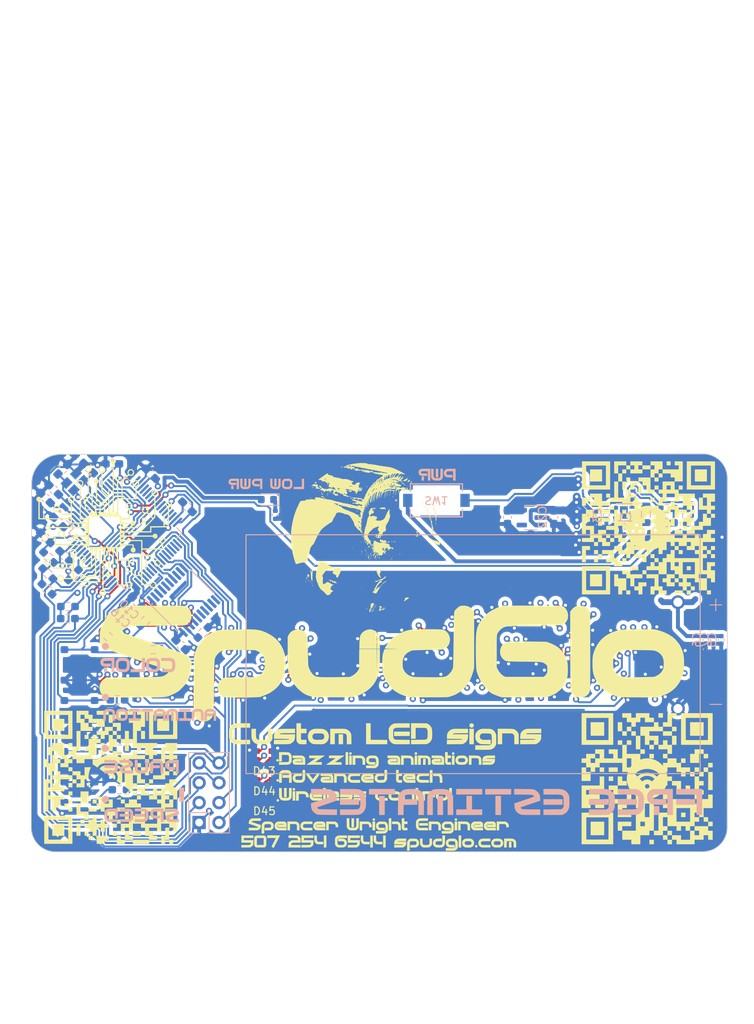
<source format=kicad_pcb>
(kicad_pcb (version 20221018) (generator pcbnew)
  (layers (0 "F.Cu" signal) (1 "In1.Cu" power "GND") (2 "In2.Cu" power "PWR") (31 "B.Cu" signal) (34 "B.Paste" user) (35 "F.Paste" user) (36 "B.SilkS" user "B.Silkscreen") (37 "F.SilkS" user "F.Silkscreen") (38 "B.Mask" user) (39 "F.Mask" user) (44 "Edge.Cuts" user))
  (net 0 "")
  (net 1 "+5V")
  (net 2 "GND")
  (net 3 "Net-(D22-DO)")
  (net 4 "Net-(D21-DO)")
  (net 5 "Net-(D23-DO)")
  (net 6 "Net-(D24-DO)")
  (net 7 "Net-(D25-DO)")
  (net 8 "Net-(D26-DO)")
  (net 9 "Net-(D27-DO)")
  (net 10 "Net-(D28-DO)")
  (net 11 "Net-(D29-DO)")
  (net 12 "Net-(D30-DO)")
  (net 13 "Net-(D31-DO)")
  (net 14 "Net-(D32-DO)")
  (net 15 "Net-(D33-DO)")
  (net 16 "Net-(D34-DO)")
  (net 17 "Net-(D35-DO)")
  (net 18 "Net-(D36-DO)")
  (net 19 "Net-(D37-DO)")
  (net 20 "Net-(D38-DO)")
  (net 21 "Net-(D39-DO)")
  (net 22 "Net-(D40-DO)")
  (net 23 "Net-(D41-DO)")
  (net 24 "Net-(D42-DO)")
  (net 25 "Net-(D43-DO)")
  (net 26 "Net-(D44-DO)")
  (net 28 "Net-(D46-DO)")
  (net 29 "Net-(D46-DI)")
  (net 30 "Net-(D1-DO)")
  (net 31 "Net-(D20-DO)")
  (net 32 "Net-(D19-DO)")
  (net 33 "Net-(D18-DO)")
  (net 34 "Net-(D17-DO)")
  (net 35 "Net-(D16-DO)")
  (net 36 "Net-(D15-DO)")
  (net 37 "Net-(D14-DO)")
  (net 38 "Net-(D13-DO)")
  (net 39 "Net-(D12-DO)")
  (net 40 "Net-(D11-DO)")
  (net 41 "Net-(D10-DO)")
  (net 42 "Net-(D10-DI)")
  (net 43 "Net-(D8-DO)")
  (net 44 "Net-(D7-DO)")
  (net 45 "Net-(D5-DO)")
  (net 46 "VBAT_EN")
  (net 47 "Net-(U1-IND)")
  (net 48 "+3V3")
  (net 49 "NRST")
  (net 50 "/spudglo_business_card_micro/BOOT0")
  (net 51 "/spudglo_business_card_micro/NJTRST")
  (net 52 "/spudglo_business_card_micro/JTDO")
  (net 53 "/spudglo_business_card_micro/JTDI")
  (net 54 "/spudglo_business_card_micro/SWCLK")
  (net 55 "/spudglo_business_card_micro/SWDIO")
  (net 56 "/spudglo_business_card_micro/LVL_EN")
  (net 57 "/spudglo_business_card_micro/LVL_DIR")
  (net 64 "TIM1_CH1")
  (net 69 "TIM1_CH1_SHIFT")
  (net 75 "/spudglo_business_card_micro/OSC32K_HI")
  (net 76 "/spudglo_business_card_micro/OSC32K_LO")
  (net 77 "/spudglo_business_card_micro/OSC48_HI")
  (net 78 "/spudglo_business_card_micro/OSC48_LO")
  (net 111 "/spudglo_business_card_micro/PAUSE")
  (net 112 "/spudglo_business_card_micro/SPEED")
  (net 113 "/spudglo_business_card_micro/COLOR")
  (net 114 "/spudglo_business_card_micro/ANIMATION")
  (net 115 "/spudglo_business_card_micro/VBAT_MON")
  (net 116 "VBAT")
  (net 117 "Net-(D4-DO)")
  (net 118 "Net-(D3-DO)")
  (net 119 "Net-(D2-DO)")
  (net 120 "Net-(D47-K)")
  (net 121 "/spudglo_business_card_micro/RED_LED")
  (footprint "Capacitor_SMD:C_0201_0603Metric" (layer "F.Cu") (at 228.85 101.75 90)
    (fp_text reference "C39" hide)
    (fp_text value "0.1uF")
  )
  (footprint "Capacitor_SMD:C_0201_0603Metric" (layer "F.Cu") (at 255.546274 108.946274 -45)
    (fp_text reference "C63" hide)
    (fp_text value "0.1uF")
  )
  (footprint "LED_SMD:LED_WS2812B-2020_PLCC4_2.0x2.0mm" (layer "F.Cu") (at 222.848094 103.044089 45)
    (fp_text reference "D20" hide)
    (fp_text value "WS2812B-2020")
  )
  (footprint "LED_SMD:LED_WS2812B-2020_PLCC4_2.0x2.0mm" (layer "F.Cu") (at 199.716173 102.47444 -165)
    (fp_text reference "D10" hide)
    (fp_text value "WS2812B-2020")
  )
  (footprint "LED_SMD:LED_WS2812B-2020_PLCC4_2.0x2.0mm" (layer "F.Cu") (at 214.305 108.43 180)
    (fp_text reference "D16" hide)
    (fp_text value "WS2812B-2020")
  )
  (footprint "LED_SMD:LED_WS2812B-2020_PLCC4_2.0x2.0mm" (layer "F.Cu") (at 193.875 99.23)
    (fp_text reference "D1" hide)
    (fp_text value "WS2812B-2020")
  )
  (footprint "LED_SMD:LED_WS2812B-2020_PLCC4_2.0x2.0mm" (layer "F.Cu") (at 185.245 108.3)
    (fp_text reference "D7" hide)
    (fp_text value "WS2812B-2020")
  )
  (footprint "LED_SMD:LED_WS2812B-2020_PLCC4_2.0x2.0mm" (layer "F.Cu") (at 241.103827 103.98444 -15)
    (fp_text reference "D32" hide)
    (fp_text value "WS2812B-2020")
  )
  (footprint "Capacitor_SMD:C_0201_0603Metric" (layer "F.Cu") (at 255.12 101.64 90)
    (fp_text reference "C67" hide)
    (fp_text value "0.1uF")
  )
  (footprint "Capacitor_SMD:C_0201_0603Metric" (layer "F.Cu") (at 236.61 109.09 -90)
    (fp_text reference "C61" hide)
    (fp_text value "0.1uF")
  )
  (footprint "LED_SMD:LED_WS2812B-2020_PLCC4_2.0x2.0mm" (layer "F.Cu") (at 245.54 100.195 90)
    (fp_text reference "D34" hide)
    (fp_text value "WS2812B-2020")
  )
  (footprint "Capacitor_SMD:C_0201_0603Metric" (layer "F.Cu") (at 191.55 98.42 90)
    (fp_text reference "C36" hide)
    (fp_text value "0.1uF")
  )
  (footprint "Capacitor_SMD:C_0201_0603Metric" (layer "F.Cu") (at 258.306274 104.493726 45)
    (fp_text reference "C68" hide)
    (fp_text value "0.1uF")
  )
  (footprint "Capacitor_SMD:C_0201_0603Metric" (layer "F.Cu") (at 203.29 107.745 90)
    (fp_text reference "C47" hide)
    (fp_text value "0.1uF")
  )
  (footprint "LED_SMD:LED_WS2812B-2020_PLCC4_2.0x2.0mm" (layer "F.Cu") (at 234.331906 100.415911 45)
    (fp_text reference "D27" hide)
    (fp_text value "WS2812B-2020")
  )
  (footprint "Capacitor_SMD:C_0201_0603Metric" (layer "F.Cu") (at 225.09 108.95 -90)
    (fp_text reference "C40" hide)
    (fp_text value "0.1uF")
  )
  (footprint "Capacitor_SMD:C_0201_0603Metric" (layer "F.Cu") (at 208.883723 106.156271 45)
    (fp_text reference "C41" hide)
    (fp_text value "0.1uF")
  )
  (footprint "Capacitor_SMD:C_0201_0603Metric" (layer "F.Cu") (at 220.95 106.42 -135)
    (fp_text reference "C45" hide)
    (fp_text value "0.1uF")
  )
  (footprint "Capacitor_SMD:C_0201_0603Metric" (layer "F.Cu") (at 219.44 105)
    (fp_text reference "C51" hide)
    (fp_text value "0.1uF")
  )
  (footprint "LED_SMD:LED_WS2812B-2020_PLCC4_2.0x2.0mm" (layer "F.Cu") (at 242.245911 107.431906 -135)
    (fp_text reference "D31" hide)
    (fp_text value "WS2812B-2020")
  )
  (footprint "LOGO" (layer "F.Cu") (at 254.06 119.98)
    (fp_text reference "G***" hide)
    (fp_text value "LOGO" hide)
  )
  (footprint "LED_SMD:LED_WS2812B-2020_PLCC4_2.0x2.0mm" (layer "F.Cu") (at 197.44 110.595 -90)
    (fp_text reference "D8" hide)
    (fp_text value "WS2812B-2020")
  )
  (footprint "Capacitor_SMD:C_0201_0603Metric" (layer "F.Cu") (at 244.84 102.17 180)
    (fp_text reference "C64" hide)
    (fp_text value "0.1uF")
  )
  (footprint "Capacitor_SMD:C_0201_0603Metric" (layer "F.Cu") (at 206.69 105.887128 120)
    (fp_text reference "C25" hide)
    (fp_text value "0.1uF")
  )
  (footprint "LED_SMD:LED_WS2812B-2020_PLCC4_2.0x2.0mm" (layer "F.Cu") (at 245.54 104.065001 90)
    (fp_text reference "D35" hide)
    (fp_text value "WS2812B-2020")
  )
  (footprint "LED_SMD:LED_WS2812B-2020_PLCC4_2.0x2.0mm" (layer "F.Cu") (at 241.88 99.12)
    (fp_text reference "D25" hide)
    (fp_text value "WS2812B-2020")
  )
  (footprint "Capacitor_SMD:C_0201_0603Metric" (layer "F.Cu") (at 241.173952 109.103952 -45)
    (fp_text reference "C66" hide)
    (fp_text value "0.1uF")
  )
  (footprint "Capacitor_SMD:C_0201_0603Metric" (layer "F.Cu") (at 202.87 102.5 -120)
    (fp_text reference "C31" hide)
    (fp_text value "0.1uF")
  )
  (footprint "LED_SMD:LED_WS2812B-2020_PLCC4_2.0x2.0mm" (layer "F.Cu") (at 205.492587 107.583814 30)
    (fp_text reference "D12" hide)
    (fp_text value "WS2812B-2020")
  )
  (footprint "LED_SMD:LED_WS2812B-2020_PLCC4_2.0x2.0mm" (layer "F.Cu") (at 237.175 103.72)
    (fp_text reference "D33" hide)
    (fp_text value "WS2812B-2020")
  )
  (footprint "LOGO" (layer "F.Cu") (at 254.23 87.95)
    (fp_text reference "G***" hide)
    (fp_text value "LOGO" hide)
  )
  (footprint "Capacitor_SMD:C_0201_0603Metric" (layer "F.Cu") (at 186.79 98.93 150)
    (fp_text reference "C30")
    (fp_text value "0.1uF")
  )
  (footprint "Capacitor_SMD:C_0201_0603Metric" (layer "F.Cu") (at 235.263952 98.643952 135)
    (fp_text reference "C57" hide)
    (fp_text value "0.1uF")
  )
  (footprint "Capacitor_SMD:C_0201_0603Metric" (layer "F.Cu") (at 247.68 106.2 -135)
    (fp_text reference "C53" hide)
    (fp_text value "0.1uF")
  )
  (footprint "LED_SMD:LED_WS2812B-2020_PLCC4_2.0x2.0mm" (layer "F.Cu") (at 189.025 108.34)
    (fp_text reference "D46" hide)
    (fp_text value "WS2812B-2020")
  )
  (footprint "LED_SMD:LED_WS2812B-2020_PLCC4_2.0x2.0mm" (layer "F.Cu") (at 256.735911 107.391906 -135)
    (fp_text reference "D40" hide)
    (fp_text value "WS2812B-2020")
  )
  (footprint "Capacitor_SMD:C_0201_0603Metric" (layer "F.Cu") (at 198.1 112.48)
    (fp_text reference "C37" hide)
    (fp_text value "0.1uF")
  )
  (footprint "LOGO" (layer "F.Cu") (at 218.1 89.17)
    (fp_text reference "G***" hide)
    (fp_text value "LOGO" hide)
  )
  (footprint "LED_SMD:LED_WS2812B-2020_PLCC4_2.0x2.0mm" (layer "F.Cu") (at 238.505 108.33 180)
    (fp_text reference "D30" hide)
    (fp_text value "WS2812B-2020")
  )
  (footprint "LED_SMD:LED_WS2812B-2020_PLCC4_2.0x2.0mm" (layer "F.Cu") (at 227.005 108.33 180)
    (fp_text reference "D22" hide)
    (fp_text value "WS2812B-2020")
  )
  (footprint "LOGO" (layer "F.Cu") (at 219.79 127.1)
    (fp_text reference "G***" hide)
    (fp_text value "LOGO" hide)
  )
  (footprint "Capacitor_SMD:C_0201_0603Metric" (layer "F.Cu") (at 250.466274 101.456274 135)
    (fp_text reference "C54" hide)
    (fp_text value "0.1uF")
  )
  (footprint "Capacitor_SMD:C_0201_0603Metric" (layer "F.Cu") (at 239.16 102.905 90)
    (fp_text reference "C60" hide)
    (fp_text value "0.1uF")
  )
  (footprint "LED_SMD:LED_WS2812B-2020_PLCC4_2.0x2.0mm" (layer "F.Cu") (at 237.875 99.23)
    (fp_text reference "D26" hide)
    (fp_text value "WS2812B-2020")
  )
  (footprint "Capacitor_SMD:C_0201_0603Metric" (layer "F.Cu") (at 244.61 105.96 180)
    (fp_text reference "C59" hide)
    (fp_text value "0.1uF")
  )
  (footprint "Capacitor_SMD:C_0201_0603Metric" (layer "F.Cu") (at 185.89 103 155)
    (fp_text reference "C35" hide)
    (fp_text value "0.1uF")
  )
  (footprint "Capacitor_SMD:C_0201_0603Metric" (layer "F.Cu") (at 203.1 122.7 90)
    (fp_text reference "C69" hide)
    (fp_text value "0.1uF")
  )
  (footprint "LED_SMD:LED_WS2812B-2020_PLCC4_2.0x2.0mm" (layer "F.Cu") (at 209.480078 102.990892 90)
    (fp_text reference "D14" hide)
    (fp_text value "WS2812B-2020")
  )
  (footprint "LOGO" (layer "F.Cu") (at 184.72 87.96)
    (fp_text reference "G***" hide)
    (fp_text value "LOGO" hide)
  )
  (footprint "Capacitor_SMD:C_0201_0603Metric" (layer "F.Cu") (at 197.97 103.4 105)
    (fp_text reference "C26" hide)
    (fp_text value "0.1uF")
  )
  (footprint "Capacitor_SMD:C_0201_0603Metric" (layer "F.Cu") (at 195.83 99.12 -90)
    (fp_text reference "C48" hide)
    (fp_text value "0.1uF")
  )
  (footprint "Capacitor_SMD:C_0201_0603Metric" (layer "F.Cu") (at 203.23 120.035 90)
    (fp_text reference "C70" hide)
    (fp_text value "0.1uF")
  )
  (footprint "Capacitor_SMD:C_0201_0603Metric" (layer "F.Cu") (at 190.910001 107.539998 90)
    (fp_text reference "C28" hide)
    (fp_text value "0.1uF")
  )
  (footprint "LED_SMD:LED_WS2812B-2020_PLCC4_2.0x2.0mm" (layer "F.Cu") (at 256.741906 103.294089 -45)
    (fp_text reference "D41" hide)
    (fp_text value "WS2812B-2020")
  )
  (footprint "LED_SMD:LED_WS2812B-2020_PLCC4_2.0x2.0mm" (layer "F.Cu") (at 205.18 119.57 180)
    (fp_text reference "D44")
    (fp_text value "WS2812B-2020")
  )
  (footprint "LED_SMD:LED_WS2812B-2020_PLCC4_2.0x2.0mm" (layer "F.Cu") (at 249.225911 107.338094 135)
    (fp_text reference "D38" hide)
    (fp_text value "WS2812B-2020")
  )
  (footprint "LOGO" (layer "F.Cu") (at 185.56 119.79746)
    (fp_text reference "G***" hide)
    (fp_text value "LOGO" hide)
  )
  (footprint "Capacitor_SMD:C_0201_0603Metric" (layer "F.Cu") (at 231.32 102.37)
    (fp_text reference "C44" hide)
    (fp_text value "0.1uF")
  )
  (footprint "Capacitor_SMD:C_0201_0603Metric" (layer "F.Cu") (at 203.2 117.475 90)
    (fp_text reference "C29" hide)
    (fp_text value "0.1uF")
  )
  (footprint "LED_SMD:LED_WS2812B-2020_PLCC4_2.0x2.0mm" (layer "F.Cu") (at 204.89 102.78 150)
    (fp_text reference "D11" hide)
    (fp_text value "WS2812B-2020")
  )
  (footprint "LED_SMD:LED_WS2812B-2020_PLCC4_2.0x2.0mm" (layer "F.Cu") (at 205.155 117.01 180)
    (fp_text reference "D43")
    (fp_text value "WS2812B-2020")
  )
  (footprint "Capacitor_SMD:C_0201_0603Metric" (layer "F.Cu") (at 217.046274 108.866274 -45)
    (fp_text reference "C46" hide)
    (fp_text value "0.1uF")
  )
  (footprint "Capacitor_SMD:C_0201_0603Metric" (layer "F.Cu") (at 223.9 101.4 135)
    (fp_text reference "C49" hide)
    (fp_text value "0.1uF")
  )
  (footprint "LED_SMD:LED_WS2812B-2020_PLCC4_2.0x2.0mm" (layer "F.Cu") (at 197.54 105.694999 -90)
    (fp_text reference "D9" hide)
    (fp_text value "WS2812B-2020")
  )
  (footprint "Capacitor_SMD:C_0201_0603Metric" (layer "F.Cu") (at 233.04 102.18 180)
    (fp_text reference "C62" hide)
    (fp_text value "0.1uF")
  )
  (footprint "Capacitor_SMD:C_0201_0603Metric" (layer "F.Cu") (at 212.38 108.83 90)
    (fp_text reference "C52" hide)
    (fp_text value "0.1uF")
  )
  (footprint "LOGO" (layer "F.Cu") (at 221.04 104.30746)
    (fp_text reference "G***" hide)
    (fp_text value "LOGO" hide)
  )
  (footprint "Capacitor_SMD:C_0201_0603Metric" (layer "F.Cu") (at 243.022822 104.180904 75)
    (fp_text reference "C55" hide)
    (fp_text value "0.1uF")
  )
  (footprint "LED_SMD:LED_WS2812B-2020_PLCC4_2.0x2.0mm" (layer "F.Cu") (at 222.548094 107.515911 135)
    (fp_text reference "D21" hide)
    (fp_text value "WS2812B-2020")
  )
  (footprint "Capacitor_SMD:C_0201_0603Metric" (layer "F.Cu") (at 233.09 106.61 -135)
    (fp_text reference "C56" hide)
    (fp_text value "0.1uF")
  )
  (footprint "Capacitor_SMD:C_0201_0603Metric" (layer "F.Cu") (at 187.14 107.55 90)
    (fp_text reference "C33" hide)
    (fp_text value "0.1uF")
  )
  (footprint "LED_SMD:LED_WS2812B-2020_PLCC4_2.0x2.0mm" (layer "F.Cu") (at 192.463827 104.57444 165)
    (fp_text reference "D5" hide)
    (fp_text value "WS2812B-2020")
  )
  (footprint "Capacitor_SMD:C_0201_0603Metric" (layer "F.Cu") (at 239.76 98.51 90)
    (fp_text reference "C38" hide)
    (fp_text value "0.1uF")
  )
  (footprint "LED_SMD:LED_WS2812B-2020_PLCC4_2.0x2.0mm" (layer "F.Cu") (at 230.64 105.295 -90)
    (fp_text reference "D23" hide)
    (fp_text value "WS2812B-2020")
  )
  (footprint "Capacitor_SMD:C_0201_0603Metric" (layer "F.Cu") (at 190.4 104.61 -105)
    (fp_text reference "C27" hide)
    (fp_text value "0.1uF")
  )
  (footprint "LED_SMD:LED_WS2812B-2020_PLCC4_2.0x2.0mm" (layer "F.Cu") (at 210.325911 107.438094 135)
    (fp_text reference "D15" hide)
    (fp_text value "WS2812B-2020")
  )
  (footprint "LED_SMD:LED_WS2812B-2020_PLCC4_2.0x2.0mm" (layer "F.Cu") (at 245.54 107.865 90)
    (fp_text reference "D36" hide)
    (fp_text value "WS2812B-2020")
  )
  (footprint "Capacitor_SMD:C_0201_0603Metric" (layer "F.Cu") (at 230.82 107.31)
    (fp_text reference "C50" hide)
    (fp_text value "0.1uF")
  )
  (footprint "LED_SMD:LED_WS2812B-2020_PLCC4_2.0x2.0mm" (layer "F.Cu") (at 253.19 102.343109)
    (fp_text reference "D42" hide)
    (fp_text value "WS2812B-2020")
  )
  (footprint "LED_SMD:LED_WS2812B-2020_PLCC4_2.0x2.0mm" (layer "F.Cu") (at 230.740001 100.464999 -90)
    (fp_text reference "D24" hide)
    (fp_text value "WS2812B-2020")
  )
  (footprint "LED_SMD:LED_WS2812B-2020_PLCC4_2.0x2.0mm" (layer "F.Cu") (at 234.784089 107.651906 135)
    (fp_text reference "D29" hide)
    (fp_text value "WS2812B-2020")
  )
  (footprint "LED_SMD:LED_WS2812B-2020_PLCC4_2.0x2.0mm" (layer "F.Cu") (at 201.385 108.39)
    (fp_text reference "D13" hide)
    (fp_text value "WS2812B-2020")
  )
  (footprint "LED_SMD:LED_WS2812B-2020_PLCC4_2.0x2.0mm" (layer "F.Cu") (at 205.185 122.12 180)
    (fp_text reference "D45")
    (fp_text value "WS2812B-2020")
  )
  (footprint "LED_SMD:LED_WS2812B-2020_PLCC4_2.0x2.0mm" (layer "F.Cu") (at 193.078292 107.909779 20)
    (fp_text reference "D6" hide)
    (fp_text value "WS2812B-2020")
  )
  (footprint "LED_SMD:LED_WS2812B-2020_PLCC4_2.0x2.0mm" (layer "F.Cu") (at 185.913814 100.772587 60)
    (fp_text reference "D3" hide)
    (fp_text value "WS2812B-2020")
  )
  (footprint "Capacitor_SMD:C_0201_0603Metric" (layer "F.Cu") (at 245.21 98.26 180)
    (fp_text reference "C65" hide)
    (fp_text value "0.1uF")
  )
  (footprint "LED_SMD:LED_WS2812B-2020_PLCC4_2.0x2.0mm" (layer "F.Cu") (at 189.605 99.23)
    (fp_text reference "D2" hide)
    (fp_text value "WS2812B-2020")
  )
  (footprint "LED_SMD:LED_WS2812B-2020_PLCC4_2.0x2.0mm" (layer "F.Cu") (at 252.905 108.38 180)
    (fp_text reference "D39" hide)
    (fp_text value "WS2812B-2020")
  )
  (footprint "LED_SMD:LED_WS2812B-2020_PLCC4_2.0x2.0mm" (layer "F.Cu") (at 227.005 102.23)
    (fp_text reference "D19" hide)
    (fp_text value "WS2812B-2020")
  )
  (footprint "Capacitor_SMD:C_0201_0603Metric" (layer "F.Cu") (at 194.572003 106.385806 110)
    (fp_text reference "C34" hide)
    (fp_text value "0.1uF")
  )
  (footprint "LED_SMD:LED_WS2812B-2020_PLCC4_2.0x2.0mm" (layer "F.Cu") (at 233.617813 104.094998 90)
    (fp_text reference "D28" hide)
    (fp_text value "WS2812B-2020")
  )
  (footprint "LED_SMD:LED_WS2812B-2020_PLCC4_2.0x2.0mm" (layer "F.Cu") (at 218.64 103.095 -90)
    (fp_text reference "D18" hide)
    (fp_text value "WS2812B-2020")
  )
  (footprint "LED_SMD:LED_WS2812B-2020_PLCC4_2.0x2.0mm" (layer "F.Cu") (at 249.454089 103.138094 45)
    (fp_text reference "D37" hide)
    (fp_text value "WS2812B-2020")
  )
  (footprint "Capacitor_SMD:C_0201_0603Metric" (layer "F.Cu") (at 208.885 101.1 180)
    (fp_text reference "C42" hide)
    (fp_text value "0.1uF")
  )
  (footprint "LOGO" (layer "F.Cu") (at 220.790403 117.862948)
    (fp_text reference "G***" hide)
    (fp_text value "LOGO" hide)
  )
  (footprint "Capacitor_SMD:C_0201_0603Metric" (layer "F.Cu") (at 250.96 109.04 -90)
    (fp_text reference "C58" hide)
    (fp_text value "0.1uF")
  )
  (footprint "Capacitor_SMD:C_0201_0603Metric" (layer "F.Cu") (at 243.78 98.85 90)
    (fp_text reference "C43" hide)
    (fp_text value "0.1uF")
  )
  (footprint "Capacitor_SMD:C_0201_0603Metric" (layer "F.Cu") (at 198.27 107.59)
    (fp_text reference "C32" hide)
    (fp_text value "0.1uF")
  )
  (footprint "LED_SMD:LED_WS2812B-2020_PLCC4_2.0x2.0mm" (layer "F.Cu") (at 217.99 107.121906 -135)
    (fp_text reference "D17" hide)
    (fp_text value "WS2812B-2020")
  )
  (footprint "LED_SMD:LED_WS2812B-2020_PLCC4_2.0x2.0mm" (layer "F.Cu") (at 188.32207 103.053883 160)
    (fp_text reference "D4" hide)
    (fp_text value "WS2812B-2020")
  )
  (footprint "Resistor_SMD:R_0603_1608Metric_Pad0.98x0.95mm_HandSolder" (layer "B.Cu") (at 256.5875 85.48 180)
    (fp_text reference "R9" hide)
    (fp_text value "DNI")
  )
  (footprint "srw_custom:MCSLPT4848C3DTR" (layer "B.Cu") (at 183.5 123 180)
    (fp_text reference "U7" hide)
    (fp_text value "~")
  )
  (footprint "Resistor_SMD:R_0603_1608Metric_Pad0.98x0.95mm_HandSolder" (layer "B.Cu") (at 197.335235 101.314765 45)
    (fp_text reference "R3" hide)
    (fp_text value "10k" hide)
  )
  (footprint "Capacitor_SMD:C_0603_1608Metric_Pad1.08x0.95mm_HandSolder" (layer "B.Cu") (at 182.739882 80.319878 135)
    (fp_text reference "C18" hide)
    (fp_text value "6p")
  )
  (footprint "Capacitor_SMD:C_0603_1608Metric_Pad1.08x0.95mm_HandSolder" (layer "B.Cu") (at 256.5875 87.3 180)
    (fp_text reference "C24" hide)
    (fp_text value "1u")
  )
  (footprint "Capacitor_SMD:C_0603_1608Metric_Pad1.08x0.95mm_HandSolder" (layer "B.Cu") (at 194.49012 102.90012 -45)
    (fp_text reference "C8" hide)
    (fp_text value "0.1u")
  )
  (footprint "LOGO" (layer "B.Cu") (at 189.040448 105.508485 180)
    (fp_text reference "G***" hide)
    (fp_text value "LOGO" hide)
  )
  (footprint "Resistor_SMD:R_0402_1005Metric" (layer "B.Cu") (at 252.26 83.7 90)
    (fp_text reference "R1" hide)
    (fp_text value "100k")
  )
  (footprint "Resistor_SMD:R_0603_1608Metric_Pad0.98x0.95mm_HandSolder" (layer "B.Cu") (at 180.794766 93.955234 -135)
    (fp_text reference "R11" hide)
    (fp_text value "10k")
  )
  (footprint "LED_SMD:LED_0603_1608Metric" (layer "B.Cu") (at 205.57 84.34 180)
    (fp_text reference "D47" hide)
    (fp_text value "RED_LED")
  )
  (footprint "Package_QFP:LQFP-64_10x10mm_P0.5mm" (layer "B.Cu") (at 187.423022 88.607235 -45)
    (fp_text reference "U3" hide)
    (fp_text value "STM32L431RCTx")
  )
  (footprint "Capacitor_SMD:C_0603_1608Metric_Pad1.08x0.95mm_HandSolder" (layer "B.Cu") (at 177.23012 84.14012 135)
    (fp_text reference "C19" hide)
    (fp_text value "8p")
  )
  (footprint "srw_custom:SW_CFS-0102MA_NDC-L" (layer "B.Cu") (at 227.15 84.44)
    (fp_text reference "SW1")
    (fp_text value "SW_DIP_x01")
  )
  (footprint "Capacitor_SMD:C_0603_1608Metric_Pad1.08x0.95mm_HandSolder" (layer "B.Cu") (at 242.1425 86.5875 -90)
    (fp_text reference "C22")
    (fp_text value "1u")
  )
  (footprint "Capacitor_SMD:C_0603_1608Metric_Pad1.08x0.95mm_HandSolder" (layer "B.Cu") (at 188.920941 97.393177 -45)
    (fp_text reference "C10")
    (fp_text value "0.1u")
  )
  (footprint "Capacitor_SMD:C_0402_1005Metric" (layer "B.Cu") (at 263.52 102.26 -90)
    (fp_text reference "C5")
    (fp_text value "4.7uF")
  )
  (footprint "Capacitor_SMD:C_0402_1005Metric" (layer "B.Cu") (at 261.56 102.25 -90)
    (fp_text reference "C6")
    (fp_text value "4.7uF")
  )
  (footprint "Resistor_SMD:R_0603_1608Metric_Pad0.98x0.95mm_HandSolder" (layer "B.Cu") (at 185.224765 101.844765 135)
    (fp_text reference "R4" hide)
    (fp_text value "10k")
  )
  (footprint "Capacitor_SMD:C_0603_1608Metric_Pad1.08x0.95mm_HandSolder" (layer "B.Cu") (at 186.691061 99.593294 -45)
    (fp_text reference "C17" hide)
    (fp_text value "1u")
  )
  (footprint "Capacitor_SMD:C_0603_1608Metric_Pad1.08x0.95mm_HandSolder" (layer "B.Cu") (at 178.28012 83.07012 135)
    (fp_text reference "C20" hide)
    (fp_text value "8p")
  )
  (footprint "Resistor_SMD:R_0603_1608Metric_Pad0.98x0.95mm_HandSolder" (layer "B.Cu") (at 180.0975 97.99)
    (fp_text reference "R6" hide)
    (fp_text value "10k")
  )
  (footprint "Capacitor_SMD:C_0402_1005Metric" (layer "B.Cu") (at 246.880001 86.35 -90)
    (fp_text reference "C4" hide)
    (fp_text value "1uF")
  )
  (footprint "Resistor_SMD:R_0603_1608Metric_Pad0.98x0.95mm_HandSolder" (layer "B.Cu") (at 186.6675 121.39 180)
    (fp_text reference "R15" hide)
    (fp_text value "100k")
  )
  (footprint "LOGO" (layer "B.Cu") (at 227.238178 81.234758 180)
    (fp_text reference "G***" hide)
    (fp_text value "LOGO" hide)
  )
  (footprint "Resistor_SMD:R_0402_1005Metric" (layer "B.Cu") (at 206.58 86.29 -90)
    (fp_text reference "R17" hide)
    (fp_text value "100")
  )
  (footprint "Resistor_SMD:R_0603_1608Metric_Pad0.98x0.95mm_HandSolder" (layer "B.Cu") (at 177.424765 95.774765 -45)
    (fp_text reference "R7" hide)
    (fp_text value "10k")
  )
  (footprint "Capacitor_SMD:C_0603_1608Metric_Pad1.08x0.95mm_HandSolder" (layer "B.Cu") (at 178.89988 87.20988 135)
    (fp_text reference "C14" hide)
    (fp_text value "0.1u")
  )
  (footprint "Capacitor_SMD:C_0603_1608Metric_Pad1.08x0.95mm_HandSolder" (layer "B.Cu") (at 179.68988 91.55988 -45)
    (fp_text reference "C15" hide)
    (fp_text value "4.7u")
  )
  (footprint "Capacitor_SMD:C_0402_1005Metric" (layer "B.Cu") (at 262.54 102.25 -90)
    (fp_text reference "C7")
    (fp_text value "4.7uF")
  )
  (footprint "Capacitor_SMD:C_0603_1608Metric_Pad1.08x0.95mm_HandSolder" (layer "B.Cu") (at 177.22012 89.22012 135)
    (fp_text reference "C9" hide)
    (fp_text value "0.1u")
  )
  (footprint "Resistor_SMD:R_0603_1608Metric_Pad0.98x0.95mm_HandSolder" (layer "B.Cu") (at 190.024765 99.785235 45)
    (fp_text reference "R2" hide)
    (fp_text value "10k" hide)
  )
  (footprint "srw_custom:MCSLPT4848C3DTR" (layer "B.Cu") (at 183.5 116.5 180)
    (fp_text reference "U9" hide)
    (fp_text value "~")
  )
  (footprint "Capacitor_SMD:C_0402_1005Metric" (layer "B.Cu") (at 247.88 86.34 -90)
    (fp_text reference "C2" hide)
    (fp_text value "4.7uF")
  )
  (footprint "srw_custom:BAT_BC2AAPC" (layer "B.Cu") (at 231.84 104.08 180)
    (fp_text reference "BT1" hide)
    (fp_text value "BC2AAPC")
  )
  (footprint "Capacitor_SMD:C_0402_1005Metric" (layer "B.Cu") (at 251.18 87.759999 180)
    (fp_text reference "C1")
    (fp_text value "4.7uF")
  )
  (footprint "LOGO" (layer "B.Cu") (at 205.548486 82.196227 180)
    (fp_text reference "G***" hide)
    (fp_text value "LOGO" hide)
  )
  (footprint "Resistor_SMD:R_0603_1608Metric_Pad0.98x0.95mm_HandSolder" (layer "B.Cu") (at 180.0775 99.54)
    (fp_text reference "R5" hide)
    (fp_text value "10k")
  )
  (footprint "Resistor_SMD:R_0603_1608Metric_Pad0.98x0.95mm_HandSolder" (layer "B.Cu") (at 190.9775 103.5 180)
    (fp_text reference "R14" hide)
    (fp_text value "100k")
  )
  (footprint "Resistor_SMD:R_0603_1608Metric_Pad0.98x0.95mm_HandSolder" (layer "B.Cu") (at 177.634765 91.714765 135)
    (fp_text reference "R12" hide)
    (fp_text value "10k")
  )
  (footprint "Resistor_SMD:R_0603_1608Metric_Pad0.98x0.95mm_HandSolder" (layer "B.Cu") (at 186.7375 116.19 180)
    (fp_text reference "R16" hide)
    (fp_text value "100k")
  )
  (footprint "Capacitor_SMD:C_0603_1608Metric_Pad1.08x0.95mm_HandSolder" (layer "B.Cu") (at 179.44 80.47 45)
    (fp_text reference "C21" hide)
    (fp_text value "6p")
  )
  (footprint "srw_custom:MCSLPT4848C3DTR" (layer "B.Cu") (at 183.5 103.5 180)
    (fp_text reference "U10" hide)
    (fp_text value "~")
  )
  (footprint "Package_SO:TSSOP-20_4.4x6.5mm_P0.65mm" (layer "B.Cu") (at 194.854703 97.178078 -45)
    (fp_text reference "U2" hide)
    (fp_text value "SN74HCT245PW")
  )
  (footprint "Capacitor_SMD:C_0402_1005Metric" (layer "B.Cu") (at 248.86 86.34 -90)
    (fp_text reference "C3")
    (fp_text value "10uF")
  )
  (footprint "LOGO" (layer "B.Cu") (at 191.88 111.72 180)
    (fp_text reference "G***" hide)
    (fp_text value "LOGO" hide)
  )
  (footprint "Package_DFN_QFN:DFN-6-1EP_2x2mm_P0.65mm_EP1x1.6mm" (layer "B.Cu") (at 251.09 85.99)
    (fp_text reference "U1" hide)
    (fp_text value "~")
  )
  (footprint "Capacitor_SMD:C_0603_1608Metric_Pad1.08x0.95mm_HandSolder" (layer "B.Cu") (at 185.757509 79.780011 180)
    (fp_text reference "C13" hide)
    (fp_text value "0.1u")
  )
  (footprint "Inductor_SMD:L_0805_2012Metric" (layer "B.Cu") (at 253.9 86.22 90)
    (fp_text reference "L1" hide)
    (fp_text value "LQM21PN1R0MC0")
  )
  (footprint "Resistor_SMD:R_0603_1608Metric_Pad0.98x0.95mm_HandSolder" (layer "B.Cu") (at 177.535235 93.805235 -45)
    (fp_text reference "R8" hide)
    (fp_text value "10k")
  )
  (footprint "Capacitor_SMD:C_0603_1608Metric_Pad1.08x0.95mm_HandSolder" (layer "B.Cu") (at 236.2225 86.59 -90)
    (fp_text reference "C23" hide)
    (fp_text value "1u")
  )
  (footprint "srw_custom:XTAL_ECS-480-8-36-RWN-TR" (layer "B.Cu") (at 180.981421 82.07934 -135)
    (fp_text reference "U4" hide)
    (fp_text value "ECS-480-8-36-RWN-TR")
  )
  (footprint "Resistor_SMD:R_0603_1608Metric_Pad0.98x0.95mm_HandSolder" (layer "B.Cu") (at 186.4275 109.92 180)
    (fp_text reference "R13" hide)
    (fp_text value "100k")
  )
  (footprint "LOGO" (layer "B.Cu") (at 236.2 122.89 180)
    (fp_text reference "G***" hide)
    (fp_text value "LOGO" hide)
  )
  (footprint "Resistor_SMD:R_0603_1608Metric_Pad0.98x0.95mm_HandSolder" (layer "B.Cu") (at 259.12 86.3975 90)
    (fp_text reference "R10" hide)
    (fp_text value "0")
  )
  (footprint "srw_custom:XTAL_ECS-.327-9-1210-TR" (layer "B.Cu") (at 179.9 85.01 45)
    (fp_text reference "U5" hide)
    (fp_text value "ECS-.327-9-1210-TR")
  )
  (footprint "LOGO" (layer "B.Cu") (at 189.608348 124.673297 180)
    (fp_text reference "G***" hide)
    (fp_text value "LOGO" hide)
  )
  (footprint "Capacitor_SMD:C_0603_1608Metric_Pad1.08x0.95mm_HandSolder" (layer "B.Cu") (at 195.353413 85.271972 135)
    (fp_text reference "C11" hide)
    (fp_text value "0.1u")
  )
  (footprint "Package_TO_SOT_SMD:SOT-23-5" (layer "B.Cu") (at 239.1925 86.64 180)
    (fp_text reference "U6" hide)
    (fp_text value "LP5907MFX-3.3")
  )
  (footprint "Connector_PinHeader_2.54mm:PinHeader_2x04_P2.54mm_Vertical" (layer "B.Cu") (at 196.85 125.58)
    (fp_text reference "J1" hide)
    (fp_text value "Conn_01x08_Male")
  )
  (footprint "Capacitor_SMD:C_0603_1608Metric_Pad1.08x0.95mm_HandSolder" (layer "B.Cu") (at 187.820941 98.463177 -45)
    (fp_text reference "C16")
    (fp_text value "0.01u")
  )
  (footprint "Capacitor_SMD:C_0603_1608Metric_Pad1.08x0.95mm_HandSolder" (layer "B.Cu") (at 190.64988 81.04988 135)
    (fp_text reference "C12" hide)
    (fp_text value "0.1u")
  )
  (footprint "LOGO" (layer "B.Cu") (at 189.478008 118.461328 180)
    (fp_text reference "G***" hide)
    (fp_text value "LOGO" hide)
  )
  (footprint "srw_custom:MCSLPT4848C3DTR" (layer "B.Cu") (at 183.5 110 180)
    (fp_text reference "U8" hide)
    (fp_text value "~")
  )
  (gr_poly (pts (xy 194.38 122.85) (xy 194.379998 121.2) (xy 194.864999 121.200001) (xy 194.864999 122.85)) (stroke (width 0.15)) (fill solid) (layer "B.SilkS"))
  (gr_arc (start 264.3 126.3) (mid 263.357526 128.428246) (end 261.2 129.301612) (stroke (width 0.1)) (layer "Edge.Cuts"))
  (gr_arc (start 178.408242 129.322472) (mid 176.28 128.379998) (end 175.40663 126.222477) (stroke (width 0.1)) (layer "Edge.Cuts"))
  (gr_line (start 178.408242 129.322472) (end 261.2 129.301612) (stroke (width 0.1)) (layer "Edge.Cuts"))
  (gr_arc (start 175.456938 82.348521) (mid 176.51 79.69) (end 179.135984 78.558239) (stroke (width 0.1)) (layer "Edge.Cuts"))
  (gr_line (start 175.456938 82.348521) (end 175.40663 126.222477) (stroke (width 0.1)) (layer "Edge.Cuts"))
  (gr_arc (start 261.311754 78.497527) (mid 263.439998 79.440001) (end 264.313366 81.597526) (stroke (width 0.1)) (layer "Edge.Cuts"))
  (gr_line (start 261.311754 78.497527) (end 179.135984 78.558239) (stroke (width 0.1)) (layer "Edge.Cuts"))
  (gr_line (start 264.3 126.3) (end 264.313366 81.597526) (stroke (width 0.1)) (layer "Edge.Cuts"))
  (segment (start 254.271891 101.96) (end 254.105 101.793109) (width 0.25) (layer "F.Cu") (net 1))
  (segment (start 188.93 105.12) (end 189.25688 105.12) (width 0.25) (layer "F.Cu") (net 1))
  (segment (start 256.477817 108.427817) (end 256.435659 108.469975) (width 0.25) (layer "F.Cu") (net 1))
  (segment (start 237.59 109.85) (end 237.62 109.88) (width 0.25) (layer "F.Cu") (net 1))
  (segment (start 242.795 98.57) (end 242.795 97.945) (width 0.25) (layer "F.Cu") (net 1))
  (segment (start 220.71 108.06) (end 220.69 108.08) (width 0.25) (layer "F.Cu") (net 1))
  (segment (start 191.744645 98.74) (end 191.55 98.74) (width 0.25) (layer "F.Cu") (net 1))
  (segment (start 224.89 100.862548) (end 224.126274 101.626274) (width 0.25) (layer "F.Cu") (net 1))
  (segment (start 190.910001 107.859998) (end 190.009998 107.859998) (width 0.25) (layer "F.Cu") (net 1))
  (segment (start 186.28 107.87) (end 186.16 107.75) (width 0.25) (layer "F.Cu") (net 1))
  (segment (start 190.075976 104.300904) (end 189.89844 104.47844) (width 0.25) (layer "F.Cu") (net 1))
  (segment (start 206.364256 106.65) (end 206.85 106.164256) (width 0.25) (layer "F.Cu") (net 1))
  (segment (start 188.015 98.005) (end 189.845 98.005) (width 0.25) (layer "F.Cu") (net 1))
  (segment (start 240.947678 108.877678) (end 240.52 109.305356) (width 0.25) (layer "F.Cu") (net 1))
  (segment (start 216.31 109.15) (end 216.31 109.81) (width 0.25) (layer "F.Cu") (net 1))
  (segment (start 189.25688 105.12) (end 189.89844 104.47844) (width 0.25) (layer "F.Cu") (net 1))
  (segment (start 231 101.67) (end 231 102.37) (width 0.25) (layer "F.Cu") (net 1))
  (segment (start 195.214941 107.22) (end 194.681449 106.686508) (width 0.25) (layer "F.Cu") (net 1))
  (segment (start 233.36 102.18) (end 233.36 102.887811) (width 0.25) (layer "F.Cu") (net 1))
  (segment (start 244.99 103.150001) (end 244.283541 103.150001) (width 0.25) (layer "F.Cu") (net 1))
  (segment (start 256.435659 108.469975) (end 255.570025 108.469975) (width 0.25) (layer "F.Cu") (net 1))
  (segment (start 233.748178 107.393812) (end 233 108.14199) (width 0.25) (layer "F.Cu") (net 1))
  (segment (start 226.09 108.88) (end 225.84 108.63) (width 0.25) (layer "F.Cu") (net 1))
  (segment (start 197.95 107.784645) (end 197.95 107.59) (width 0.25) (layer "F.Cu") (net 1))
  (segment (start 203.23 121.678959) (end 203.23 120.355) (width 0.25) (layer "F.Cu") (net 1))
  (segment (start 238.94 98.83) (end 238.79 98.68) (width 0.25) (layer "F.Cu") (net 1))
  (segment (start 235.93 97.63) (end 235.93 97.61) (width 0.25) (layer "F.Cu") (net 1))
  (segment (start 193.75 107.08) (end 194.287957 107.08) (width 0.25) (layer "F.Cu") (net 1))
  (segment (start 195.83 98.8) (end 194.91 98.8) (width 0.25) (layer "F.Cu") (net 1))
  (segment (start 206.85 106.164256) (end 207.137685 105.876571) (width 0.25) (layer "F.Cu") (net 1))
  (segment (start 235.93 98.430452) (end 235.93 97.63) (width 0.25) (layer "F.Cu") (net 1))
  (segment (start 221.470025 107.215659) (end 221.470025 106.487477) (width 0.25) (layer "F.Cu") (net 1))
  (segment (start 239.76 98.83) (end 239.954645 98.83) (width 0.25) (layer "F.Cu") (net 1))
  (segment (start 212.38 109.15) (end 213.22 109.15) (width 0.25) (layer "F.Cu") (net 1))
  (segment (start 186.16 107.75) (end 186.16 106.73) (width 0.25) (layer "F.Cu") (net 1))
  (segment (start 244.99 106.02) (end 244.93 105.96) (width 0.25) (layer "F.Cu") (net 1))
  (segment (start 226.75 100.96) (end 227.47 101.68) (width 0.25) (layer "F.Cu") (net 1))
  (segment (start 255.12 101.96) (end 254.271891 101.96) (width 0.25) (layer "F.Cu") (net 1))
  (segment (start 243.533545 104.303301) (end 243.346846 104.49) (width 0.25) (layer "F.Cu") (net 1))
  (segment (start 244.99 106.95) (end 244.99 106.02) (width 0.25) (layer "F.Cu") (net 1))
  (segment (start 188.015 98.005) (end 187.75 98.27) (width 0.25) (layer "F.Cu") (net 1))
  (segment (start 219.12 105) (end 219.12 104.08) (width 0.25) (layer "F.Cu") (net 1))
  (segment (start 192.285 98.199645) (end 191.744645 98.74) (width 0.25) (layer "F.Cu") (net 1))
  (segment (start 255.570025 108.469975) (end 255.32 108.72) (width 0.25) (layer "F.Cu") (net 1))
  (segment (start 239.16 103.225) (end 238.145 103.225) (width 0.25) (layer "F.Cu") (net 1))
  (segment (start 248.19 107.08) (end 248.19 107.86) (width 0.25) (layer "F.Cu") (net 1))
  (segment (start 244.283541 103.150001) (end 243.93865 103.494892) (width 0.25) (layer "F.Cu") (net 1))
  (segment (start 186.151218 99.448956) (end 185.895 99.705174) (width 0.25) (layer "F.Cu") (net 1))
  (segment (start 237.48 108.77) (end 237.59 108.88) (width 0.25) (layer "F.Cu") (net 1))
  (segment (start 198.665 108.499645) (end 197.95 107.784645) (width 0.25) (layer "F.Cu") (net 1))
  (segment (start 240.52 109.305356) (end 240.52 109.68) (width 0.25) (layer "F.Cu") (net 1))
  (segment (start 233.36 102.887811) (end 233.067813 103.179998) (width 0.25) (layer "F.Cu") (net 1))
  (segment (start 245.53 98.07) (end 245.95 97.65) (width 0.25) (layer "F.Cu") (net 1))
  (segment (start 197.25 112.41) (end 197.71 112.41) (width 0.25) (layer "F.Cu") (net 1))
  (segment (start 250.272913 102.102183) (end 250.692548 101.682548) (width 0.25) (layer "F.Cu") (net 1))
  (segment (start 235.490226 98.870226) (end 235.93 98.430452) (width 0.25) (layer "F.Cu") (net 1))
  (segment (start 242.848913 104.49) (end 242.695364 104.336451) (width 0.25) (layer "F.Cu") (net 1))
  (segment (start 209.205 101.1) (end 209.67 101.1) (width 0.25) (layer "F.Cu") (net 1))
  (segment (start 219.12 105) (end 219.12 105.191041) (width 0.25) (layer "F.Cu") (net 1))
  (segment (start 243.93865 103.494892) (end 243.681166 103.752376) (width 0.25) (layer "F.Cu") (net 1))
  (segment (start 255.07 108.97) (end 255.07 109.84) (width 0.25) (layer "F.Cu") (net 1))
  (segment (start 232.392813 105.684998) (end 232.587815 105.88) (width 0.25) (layer "F.Cu") (net 1))
  (segment (start 224.14 109.388959) (end 224.14 109.79) (width 0.25) (layer "F.Cu") (net 1))
  (segment (start 196.710903 103.709096) (end 198.052822 103.709096) (width 0.25) (layer "F.Cu") (net 1))
  (segment (start 258.57 105.55) (end 258.08 105.06) (width 0.25) (layer "F.Cu") (net 1))
  (segment (start 239.954645 98.83) (end 240.29 98.494645) (width 0.25) (layer "F.Cu") (net 1))
  (segment (start 212.38 109.15) (end 212.38 109.64) (width 0.25) (layer "F.Cu") (net 1))
  (segment (start 255.32 108.72) (end 255.07 108.97) (width 0.25) (layer "F.Cu") (net 1))
  (segment (start 231.19 106.428959) (end 230.5 107.118959) (width 0.25) (layer "F.Cu") (net 1))
  (segment (start 194.287957 107.08) (end 194.681449 106.686508) (width 0.25) (layer "F.Cu") (net 1))
  (segment (start 233 108.34) (end 233 108.42) (width 0.25) (layer "F.Cu") (net 1))
  (segment (start 203.625 122.073959) (end 203.23 121.678959) (width 0.25) (layer "F.Cu") (net 1))
  (segment (start 192.285 97.762205) (end 192.285 98.199645) (width 0.25) (layer "F.Cu") (net 1))
  (segment (start 190.15 106.61) (end 189.94 106.82) (width 0.25) (layer "F.Cu") (net 1))
  (segment (start 195.795444 98.136371) (end 195.83 98.170927) (width 0.25) (layer "F.Cu") (net 1))
  (segment (start 203.822587 102.798814) (end 203.605942 102.798814) (width 0.25) (layer "F.Cu") (net 1))
  (segment (start 202.499483 102.158463) (end 202.965591 102.158463) (width 0.25) (layer "F.Cu") (net 1))
  (segment (start 199.02 108.62) (end 199.04 108.64) (width 0.25) (layer "F.Cu") (net 1))
  (segment (start 216.82 108.64) (end 216.31 109.15) (width 0.25) (layer "F.Cu") (net 1))
  (segment (start 245.53 98.451041) (end 245.53 98.26) (width 0.25) (layer "F.Cu") (net 1))
  (segment (start 231.290001 101.379999) (end 231 101.67) (width 0.25) (layer "F.Cu") (net 1))
  (segment (start 198.899645 108.499645) (end 198.665 108.499645) (width 0.25) (layer "F.Cu") (net 1))
  (segment (start 250.96 108.72) (end 250.756396 108.72) (width 0.25) (layer "F.Cu") (net 1))
  (segment (start 251.78 108.72) (end 251.99 108.93) (width 0.25) (layer "F.Cu") (net 1))
  (segment (start 251.02 101.355096) (end 251.02 100.65) (width 0.25) (layer "F.Cu") (net 1))
  (segment (start 209.67 101.1) (end 209.99 100.78) (width 0.25) (layer "F.Cu") (net 1))
  (segment (start 250.96 108.72) (end 251.78 108.72) (width 0.25) (layer "F.Cu") (net 1))
  (segment (start 232.587815 105.88) (end 232.812548 105.88) (width 0.25) (layer "F.Cu") (net 1))
  (segment (start 220.952856 105.970308) (end 220.169692 105.970308) (width 0.25) (layer "F.Cu") (net 1))
  (segment (start 208.24 106.799994) (end 208.24 107.35) (width 0.25) (layer "F.Cu") (net 1))
  (segment (start 249.712183 102.102183) (end 250.272913 102.102183) (width 0.25) (layer "F.Cu") (net 1))
  (segment (start 190.009998 107.859998) (end 189.94 107.79) (width 0.25) (layer "F.Cu") (net 1))
  (segment (start 255.07 109.84) (end 255.07 109.86) (width 0.25) (layer "F.Cu") (net 1))
  (segment (start 219.12 104.08) (end 219.19 104.01) (width 0.25) (layer "F.Cu") (net 1))
  (segment (start 197.78 111.72) (end 197.99 111.51) (width 0.25) (layer "F.Cu") (net 1))
  (segment (start 241.067886 108.877678) (end 241.477747 108.467817) (width 0.25) (layer "F.Cu") (net 1))
  (segment (start 243.346846 104.49) (end 242.94 104.49) (width 0.25) (layer "F.Cu") (net 1))
  (segment (start 187.27414 103.281428) (end 188.649973 104.657261) (width 0.25) (layer "F.Cu") (net 1))
  (segment (start 187.067128 98.952872) (end 188.015 98.005) (width 0.25) (layer "F.Cu") (net 1))
  (segment (start 224.89 100.41) (end 224.89 100.862548) (width 0.25) (layer "F.Cu") (net 1))
  (segment (start 228.85 102.07) (end 228.31 102.07) (width 0.25) (layer "F.Cu") (net 1))
  (segment (start 241.477747 108.467817) (end 241.987817 108.467817) (width 0.25) (layer "F.Cu") (net 1))
  (segment (start 197.99 110.355) (end 197.99 111.51) (width 0.25) (layer "F.Cu") (net 1))
  (segment (start 229.058259 100.335283) (end 230.845285 100.335283) (width 0.25) (layer "F.Cu") (net 1))
  (segment (start 221.176274 106.193726) (end 220.952856 105.970308) (width 0.25) (layer "F.Cu") (net 1))
  (segment (start 189.94 106.82) (end 189.94 107.79) (width 0.25) (layer "F.Cu") (net 1))
  (segment (start 242.38 97.53) (end 242.3 97.45) (width 0.25) (layer "F.Cu") (net 1))
  (segment (start 227.47 101.68) (end 227.92 101.68) (width 0.25) (layer "F.Cu") (net 1))
  (segment (start 190.869678 104.300904) (end 190.482822 104.300904) (width 0.25) (layer "F.Cu") (net 1))
  (segment (start 204.387451 117.795) (end 203.2 117.795) (width 0.25) (layer "F.Cu") (net 1))
  (segment (start 232.392813 103.854998) (end 232.392813 105.684998) (width 0.25) (layer "F.Cu") (net 1))
  (segment (start 230.5 107.81) (end 231.06 108.37) (width 0.25) (layer "F.Cu") (net 1))
  (segment (start 243.78 99.17) (end 243.47 99.17) (width 0.25) (layer "F.Cu") (net 1))
  (segment (start 258.83 106.51) (end 258.57 106.25) (width 0.25) (layer "F.Cu") (net 1))
  (segment (start 209.29 107.18) (end 209.29 107.015096) (width 0.25) (layer "F.Cu") (net 1))
  (segment (start 187.067128 99.09) (end 187.067128 98.952872) (width 0.25) (layer "F.Cu") (net 1))
  (segment (start 198.665 110.355) (end 197.99 110.355) (width 0.25) (layer "F.Cu") (net 1))
  (segment (start 190.482822 104.300904) (end 190.075976 104.300904) (width 0.25) (layer "F.Cu") (net 1))
  (segment (start 189.719619 104.657261) (end 189.89844 104.47844) (width 0.25) (layer "F.Cu") (net 1))
  (segment (start 204.03 120.355) (end 203.23 120.355) (width 0.25) (layer "F.Cu") (net 1))
  (segment (start 244.99 103.150001) (end 245.16 102.980001) (width 0.25) (layer "F.Cu") (net 1))
  (segment (start 205.171786 119.594421) (end 204.411207 120.355) (width 0.25) (layer "F.Cu") (net 1))
  (segment (start 202.3 106.72) (end 202.2 106.62) (width 0.25) (layer "F.Cu") (net 1))
  (segment (start 202.3 107.84) (end 202.3 106.72) (width 0.25) (layer "F.Cu") (net 1))
  (segment (start 245.16 102.980001) (end 245.16 102.17) (width 0.25) (layer "F.Cu") (net 1))
  (segment (start 203.67 122.67) (end 203.625 122.625) (width 0.25) (layer "F.Cu") (net 1))
  (segment (start 196.31 106.37) (end 196.31 106.72) (width 0.25) (layer "F.Cu") (net 1))
  (segment (start 200.847946 103.81) (end 202.499483 102.158463) (width 0.25) (layer "F.Cu") (net 1))
  (segment (start 233.067813 103.179998) (end 232.392813 103.854998) (width 0.25) (layer "F.Cu") (net 1))
  (segment (start 233 108.14199) (end 233 108.34) (width 0.25) (layer "F.Cu") (net 1))
  (segment (start 195.83 98.170927) (end 195.83 98.8) (width 0.25) (layer "F.Cu") (net 1))
  (segment (start 244.99 106.95) (end 244.99 107.14) (width 0.25) (layer "F.Cu") (net 1))
  (segment (start 198.052822 103.709096) (end 198.508124 103.709096) (width 0.25) (layer "F.Cu") (net 1))
  (segment (start 205.146242 117.036209) (end 204.387451 117.795) (width 0.25) (layer "F.Cu") (net 1))
  (segment (start 254.105 101.025) (end 253.72 100.64) (width 0.25) (layer "F.Cu") (net 1))
  (segment (start 197.78 112.48) (end 197.78 111.72) (width 0.25) (layer "F.Cu") (net 1))
  (segment (start 242.94 104.49) (end 242.848913 104.49) (width 0.25) (layer "F.Cu") (net 1))
  (segment (start 248.147842 107.037842) (end 248.147842 106.215294) (width 0.25) (layer "F.Cu") (net 1))
  (segment (start 199.02 108.62) (end 198.635 109.005) (width 0.25) (layer "F.Cu") (net 1))
  (segment (start 224.898959 108.63) (end 224.14 109.388959) (width 0.25) (layer "F.Cu") (net 1))
  (segment (start 195.81 107.22) (end 195.214941 107.22) (width 0.25) (layer "F.Cu") (net 1))
  (segment (start 186.16 106.73) (end 186.145 106.715) (width 0.25) (layer "F.Cu") (net 1))
  (segment (start 245.53 98.26) (end 245.53 98.07) (width 0.25) (layer "F.Cu") (net 1))
  (segment (start 243.681166 103.752376) (end 243.533545 104.303301) (width 0.25) (layer "F.Cu") (net 1))
  (segment (start 196.83 112.83) (end 197.25 112.41) (width 0.25) (layer "F.Cu") (net 1))
  (segment (start 207.137685 105.876571) (end 207.137685 105.388503) (width 0.25) (layer "F.Cu") (net 1))
  (segment (start 230.845285 100.335283) (end 231.290001 100.779999) (width 0.25) (layer "F.Cu") (net 1))
  (segment (start 209.205 101.80097) (end 209.205 101.1) (width 0.25) (layer "F.Cu") (net 1))
  (segment (start 232.812548 105.88) (end 233.316274 106.383726) (width 0.25) (layer "F.Cu") (net 1))
  (segment (start 203.605942 102.798814) (end 203.03 102.222872) (width 0.25) (layer "F.Cu") (net 1))
  (segment (start 258.57 106.25) (end 258.57 105.55) (width 0.25) (layer "F.Cu") (net 1))
  (segment (start 250.756396 108.72) (end 249.826396 109.65) (width 0.25) (layer "F.Cu") (net 1))
  (segment (start 248.147842 106.215294) (end 247.906274 105.973726) (width 0.25) (layer "F.Cu") (net 1))
  (segment (start 238.09 102.92) (end 237.375 102.205) (width 0.25) (layer "F.Cu") (net 1))
  (segment (start 206.01 106.65) (end 206.364256 106.65) (width 0.25) (layer "F.Cu") (net 1))
  (segment (start 223.786528 101.96602) (end 224.126274 101.626274) (width 0.25) (layer "F.Cu") (net 1))
  (segment (start 231.290001 100.779999) (end 231.290001 101.379999) (width 0.25) (layer "F.Cu") (net 1))
  (segment (start 187.14 107.87) (end 186.28 107.87) (width 0.25) (layer "F.Cu") (net 1))
  (segment (start 248.19 107.08) (end 248.147842 107.037842) (width 0.25) (layer "F.Cu") (net 1))
  (segment (start 248.19 107.86) (end 247.67 108.38) (width 0.25) (layer "F.Cu") (net 1))
  (segment (start 213.22 109.15) (end 213.39 108.98) (width 0.25) (layer "F.Cu") (net 1))
  (segment (start 228.31 102.07) (end 227.92 101.68) (width 0.25) (layer "F.Cu") (net 1))
  (segment (start 187.27414 103.257766) (end 187.27414 103.281428) (width 0.25) (layer "F.Cu") (net 1))
  (segment (start 234.59 99.38) (end 234.980452 99.38) (width 0.25) (layer "F.Cu") (net 1))
  (segment (start 186.708172 99.448956) (end 186.151218 99.448956) (width 0.25) (layer "F.Cu") (net 1))
  (segment (start 204.27 122.67) (end 203.67 122.67) (width 0.25) (layer "F.Cu") (net 1))
  (segment (start 258.08 105.06) (end 258.08 104.72) (width 0.25) (layer "F.Cu") (net 1))
  (segment (start 203.1 123.02) (end 203.32 123.02) (width 0.25) (layer "F.Cu") (net 1))
  (segment (start 233.316274 106.383726) (end 233.748178 106.81563) (width 0.25) (layer "F.Cu") (net 1))
  (segment (start 258.08 104.72) (end 257.819975 104.459975) (width 0.25) (layer "F.Cu") (net 1))
  (segment (start 224.89 100.41) (end 225.44 100.96) (width 0.25) (layer "F.Cu") (net 1))
  (segment (start 208.657449 106.382545) (end 208.24 106.799994) (width 0.25) (layer "F.Cu") (net 1))
  (segment (start 229.058259 100.335283) (end 229.08 100.357024) (width 0.25) (layer "F.Cu") (net 1))
  (segment (start 204.24 117.56) (end 204.005 117.795) (width 0.25) (layer "F.Cu") (net 1))
  (segment (start 203.32 123.02) (end 203.67 122.67) (width 0.25) (layer "F.Cu") (net 1))
  (segment (start 217.302183 108.157817) (end 216.82 108.64) (width 0.25) (layer "F.Cu") (net 1))
  (segment (start 189.845 98.005) (end 190.52 98.68) (width 0.25) (layer "F.Cu") (net 1))
  (segment (start 231.19 106.21) (end 231.19 106.428959) (width 0.25) (layer "F.Cu") (net 1))
  (segment (start 187.067128 99.09) (end 186.708172 99.448956) (width 0.25) (layer "F.Cu") (net 1))
  (segment (start 237.375 102.205) (end 237.36 102.19) (width 0.25) (layer "F.Cu") (net 1))
  (segment (start 212.38 109.64) (end 212.38 109.92) (width 0.25) (layer "F.Cu") (net 1))
  (segment (start 257.819975 104.459975) (end 257.819975 103.594341) (width 0.25) (layer "F.Cu") (net 1))
  (segment (start 257.819975 103.594341) (end 257.777817 103.552183) (width 0.25) (layer "F.Cu") (net 1))
  (segment (start 240.52 109.68) (end 240.52 109.86) (width 0.25) (layer "F.Cu") (net 1))
  (segment (start 186.302546 103.257766) (end 186.180018 103.135238) (width 0.25) (layer "F.Cu") (net 1))
  (segment (start 242.695364 104.336451) (end 242.584597 104.144597) (width 0.25) (layer "F.Cu") (net 1))
  (segment (start 225.84 108.63) (end 225.09 108.63) (width 0.25) (layer "F.Cu") (net 1))
  (segment (start 223.106188 102.008178) (end 223.148346 101.96602) (width 0.25) (layer "F.Cu") (net 1))
  (segment (start 191.49 98.68) (end 191.55 98.74) (width 0.25) (layer "F.Cu") (net 1))
  (segment (start 244.99 99.28) (end 244.99 98.991041) (width 0.25) (layer "F.Cu") (net 1))
  (segment (start 243.47 99.17) (end 242.87 98.57) (width 0.25) (layer "F.Cu") (net 1))
  (segment (start 192.507157 97.540048) (end 192.285 97.762205) (width 0.25) (layer "F.Cu") (net 1))
  (segment (start 202.525 108.065) (end 202.3 107.84) (width 0.25) (layer "F.Cu") (net 1))
  (segment (start 204.265 120.12) (end 204.03 120.355) (width 0.25) (layer "F.Cu") (net 1))
  (segment (start 197.71 112.41) (end 197.78 112.48) (width 0.25) (layer "F.Cu") (net 1))
  (segment (start 219.12 105.191041) (end 220.028959 106.1) (width 0.25) (layer "F.Cu") (net 1))
  (segment (start 230.5 107.31) (end 230.5 107.81) (width 0.25) (layer "F.Cu") (net 1))
  (segment (start 204.411207 120.355) (end 203.23 120.355) (width 0.25) (layer "F.Cu") (net 1))
  (segment (start 220.69 108.08) (end 220.69 108.14) (width 0.25) (layer "F.Cu") (net 1))
  (segment (start 203.29 108.065) (end 202.525 108.065) (width 0.25) (layer "F.Cu") (net 1))
  (segment (start 229.08 100.357024) (end 229.08 100.45) (width 0.25) (layer "F.Cu") (net 1))
  (segment (start 242.795 97.945) (end 242.38 97.53) (width 0.25) (layer "F.Cu") (net 1))
  (segment (start 238.09 103.17) (end 238.09 102.92) (width 0.25) (layer "F.Cu") (net 1))
  (segment (start 224.14 109.79) (end 224.14 109.84) (width 0.25) (layer "F.Cu") (net 1))
  (segment (start 186.145 106.715) (end 186.09 106.66) (width 0.25) (layer "F.Cu") (net 1))
  (segment (start 196.62 112.83) (end 196.83 112.83) (width 0.25) (layer "F.Cu") (net 1))
  (segment (start 249.826396 109.65) (end 249.8 109.65) (width 0.25) (layer "F.Cu") (net 1))
  (segment (start 198.665 109.005) (end 198.665 110.355) (width 0.25) (layer "F.Cu") (net 1))
  (segment (start 209.29 107.015096) (end 208.657449 106.382545) (width 0.25) (layer "F.Cu") (net 1))
  (segment (start 187.27414 103.257766) (end 186.302546 103.257766) (width 0.25) (layer "F.Cu") (net 1))
  (segment (start 230.5 107.118959) (end 230.5 107.31) (width 0.25) (layer "F.Cu") (net 1))
  (segment (start 221.512183 107.257817) (end 220.71 108.06) (width 0.25) (layer "F.Cu") (net 1))
  (segment (start 244.99 107.14) (end 244.065 108.065) (width 0.25) (layer "F.Cu") (net 1))
  (segment (start 208.930078 102.075892) (end 209.205 101.80097) (width 0.25) (layer "F.Cu") (net 1))
  (segment (start 197.95 107.59) (end 197.95 106.749999) (width 0.25) (layer "F.Cu") (net 1))
  (segment (start 188.649973 104.657261) (end 189.719619 104.657261) (width 0.25) (layer "F.Cu") (net 1))
  (segment (start 196.31 106.37) (end 196.31 104.109999) (width 0.25) (layer "F.Cu") (net 1))
  (segment (start 240.29 97.68) (end 240.44 97.53) (width 0.25) (layer "F.Cu") (net 1))
  (segment (start 234.980452 99.38) (end 235.490226 98.870226) (width 0.25) (layer "F.Cu") (net 1))
  (segment (start 221.512183 107.257817) (end 221.470025 107.215659) (width 0.25) (layer "F.Cu") (net 1))
  (segment (start 237.59 108.88) (end 237.59 109.85) (width 0.25) (layer "F.Cu") (net 1))
  (segment (start 223.148346 101.96602) (end 223.786528 101.96602) (width 0.25) (layer "F.Cu") (net 1))
  (segment (start 221.470025 106.487477) (end 221.176274 106.193726) (width 0.25) (layer "F.Cu") (net 1))
  (segment (start 200.64 103.81) (end 200.847946 103.81) (width 0.25) (layer "F.Cu") (net 1))
  (segment (start 204.005 117.795) (end 203.2 117.795) (width 0.25) (layer "F.Cu") (net 1))
  (segment (start 240.947678 108.877678) (end 241.067886 108.877678) (width 0.25) (layer "F.Cu") (net 1))
  (segment (start 202.965591 102.158463) (end 203.03 102.222872) (width 0.25) (layer "F.Cu") (net 1))
  (segment (start 250.692548 101.682548) (end 251.02 101.355096) (width 0.25) (layer "F.Cu") (net 1))
  (segment (start 220.169692 105.970308) (end 220.04 106.1) (width 0.25) (layer "F.Cu") (net 1))
  (segment (start 198.508124 103.709096) (end 198.974701 103.242519) (width 0.25) (layer "F.Cu") (net 1))
  (segment (start 191.437654 104.86888) (end 190.869678 104.300904) (width 0.25) (layer "F.Cu") (net 1))
  (segment (start 244.065 108.065) (end 244.03 108.1) (width 0.25) (layer "F.Cu") (net 1))
  (segment (start 244.99 98.991041) (end 245.53 98.451041) (width 0.25) (layer "F.Cu") (net 1))
  (segment (start 190.52 98.68) (end 191.49 98.68) (width 0.25) (layer "F.Cu") (net 1))
  (segment (start 225.09 108.63) (end 224.898959 108.63) (width 0.25) (layer "F.Cu") (net 1))
  (segment (start 198.635 109.005) (end 198.665 109.005) (width 0.25) (layer "F.Cu") (net 1))
  (segment (start 206.529182 104.78) (end 204.97 104.78) (width 0.25) (layer "F.Cu") (net 1))
  (segment (start 220.028959 106.1) (end 220.04 106.1) (width 0.25) (layer "F.Cu") (net 1))
  (segment (start 236.61 108.77) (end 237.48 108.77) (width 0.25) (layer "F.Cu") (net 1))
  (segment (start 242.87 98.57) (end 242.795 98.57) (width 0.25) (layer "F.Cu") (net 1))
  (segment (start 194.91 98.8) (end 194.79 98.68) (width 0.25) (layer "F.Cu") (net 1))
  (segment (start 239.76 98.83) (end 238.94 98.83) (width 0.25) (layer "F.Cu") (net 1))
  (segment (start 203.625 122.625) (end 203.625 122.073959) (width 0.25) (layer "F.Cu") (net 1))
  (segment (start 254.105 101.793109) (end 254.105 101.025) (width 0.25) (layer "F.Cu") (net 1))
  (segment (start 199.02 108.62) (end 198.899645 108.499645) (width 0.25) (layer "F.Cu") (net 1))
  (segment (start 242.584597 104.144597) (end 242.13 103.69) (width 0.25) (layer "F.Cu") (net 1))
  (segment (start 196.31 104.109999) (end 196.710903 103.709096) (width 0.25) (layer "F.Cu") (net 1))
  (segment (start 225.44 100.96) (end 226.75 100.96) (width 0.25) (layer "F.Cu") (net 1))
  (segment (start 238.145 103.225) (end 238.09 103.17) (width 0.25) (layer "F.Cu") (net 1))
  (segment (start 197.95 106.749999) (end 198.09 106.609999) (width 0.25) (layer "F.Cu") (net 1))
  (segment (start 233.748178 106.81563) (end 233.748178 107.393812) (width 0.25) (layer "F.Cu") (net 1))
  (segment (start 217.731906 108.157817) (end 217.302183 108.157817) (width 0.25) (layer "F.Cu") (net 1))
  (segment (start 207.137685 105.388503) (end 206.529182 104.78) (width 0.25) (layer "F.Cu") (net 1))
  (segment (start 196.31 106.72) (end 195.81 107.22) (width 0.25) (layer "F.Cu") (net 1))
  (segment (start 240.29 98.494645) (end 240.29 97.68) (width 0.25) (layer "F.Cu") (net 1))
  (via (at 209.99 100.78) (size 0.8) (drill 0.4) (layers "F.Cu" "B.Cu") (net 1))
  (via (at 237.375 102.205) (size 0.8) (drill 0.4) (layers "F.Cu" "B.Cu") (net 1))
  (via (at 188.93 105.12) (size 0.8) (drill 0.4) (layers "F.Cu" "B.Cu") (net 1))
  (via (at 216.31 109.81) (size 0.8) (drill 0.4) (layers "F.Cu" "B.Cu") (net 1))
  (via (at 195.795444 98.136371) (size 0.8) (drill 0.4) (layers "F.Cu" "B.Cu") (net 1))
  (via (at 190.15 106.61) (size 0.8) (drill 0.4) (layers "F.Cu" "B.Cu") (net 1))
  (via (at 251.02 100.65) (size 0.8) (drill 0.4) (layers "F.Cu" "B.Cu") (net 1))
  (via (at 205.171786 119.594421) (size 0.8) (drill 0.4) (layers "F.Cu" "B.Cu") (net 1))
  (via (at 212.38 109.92) (size 0.8) (drill 0.4) (layers "F.Cu" "B.Cu") (net 1))
  (via (at 186.145 106.715) (size 0.8) (drill 0.4) (layers "F.Cu" "B.Cu") (net 1))
  (via (at 208.24 107.35) (size 0.8) (drill 0.4) (layers "F.Cu" "B.Cu") (net 1))
  (via (at 242.38 97.53) (size 0.8) (drill 0.4) (layers "F.Cu" "B.Cu") (net 1))
  (via (at 249.826396 109.65) (size 0.8) (drill 0.4) (layers "F.Cu" "B.Cu") (net 1))
  (via (at 220.71 108.06) (size 0.8) (drill 0.4) (layers "F.Cu" "B.Cu") (net 1))
  (via (at 193.486604 100.737598) (size 0.8) (drill 0.4) (layers "F.Cu" "B.Cu") (net 1))
  (via (at 224.14 109.79) (size 0.8) (drill 0.4) (layers "F.Cu" "B.Cu") (net 1))
  (via (at 192.507157 97.540048) (size 0.8) (drill 0.4) (layers "F.Cu" "B.Cu") (net 1))
  (via (at 245.07 85.87) (size 0.8) (drill 0.4) (layers "F.Cu" "B.Cu") (net 1))
  (via (at 199.02 108.62) (size 0.8) (drill 0.4) (layers "F.Cu" "B.Cu") (net 1))
  (via (at 245.95 97.65) (size 0.8) (drill 0.4) (layers "F.Cu" "B.Cu") (net 1))
  (via (at 205.146242 117.036209) (size 0.8) (drill 0.4) (layers "F.Cu" "B.Cu") (net 1))
  (via (at 258.83 106.51) (size 0.8) (drill 0.4) (layers "F.Cu" "B.Cu") (net 1))
  (via (at 245.09 87.74) (size 0.8) (drill 0.4) (layers "F.Cu" "B.Cu") (net 1))
  (via (at 220.04 106.1) (size 0.8) (drill 0.4) (layers "F.Cu" "B.Cu") (net 1))
  (via (at 243.93865 103.494892) (size 0.8) (drill 0.4) (layers "F.Cu" "B.Cu") (net 1))
  (via (at 245.1 86.95) (size 0.8) (drill 0.4) (layers "F.Cu" "B.Cu") (net 1))
  (via (at 245.04 84.7) (size 0.8) (drill 0.4) (layers "F.Cu" "B.Cu") (net 1))
  (via (at 245.07 83.96) (size 0.8) (drill 0.4) (layers "F.Cu" "B.Cu") (net 1))
  (via (at 204.97 104.78) (size 0.8) (drill 0.4) (layers "F.Cu" "B.Cu") (net 1))
  (via (at 196.62 112.83) (size 0.8) (drill 0.4) (layers "F.Cu" "B.Cu") (net 1))
  (via (at 244.065 108.065) (size 0.8) (drill 0.4) (layers "F.Cu" "B.Cu") (net 1))
  (via (at 233 108.34) (size 0.8) (drill 0.4) (layers "F.Cu" "B.Cu") (net 1))
  (via (at 231.06 108.37) (size 0.8) (drill 0.4) (layers "F.Cu" "B.Cu") (net 1))
  (via (at 202.2 106.62) (size 0.8) (drill 0.4) (layers "F.Cu" "B.Cu") (net 1))
  (via (at 229.058259 100.335283) (size 0.8) (drill 0.4) (layers "F.Cu" "B.Cu") (net 1))
  (via (at 224.89 100.41) (size 0.8) (drill 0.4) (layers "F.Cu" "B.Cu") (net 1))
  (via (at 235.93 97.63) (size 0.8) (drill 0.4) (layers "F.Cu" "B.Cu") (net 1))
  (via (at 247.67 108.38) (size 0.8) (drill 0.4) (layers "F.Cu" "B.Cu") (net 1))
  (via (at 253.72 100.64) (size 0.8) (drill 0.4) (layers "F.Cu" "B.Cu") (net 1))
  (via (at 237.62 109.88) (size 0.8) (drill 0.4) (layers "F.Cu" "B.Cu") (net 1))
  (via (at 195.81 107.22) (size 0.8) (drill 0.4) (layers "F.Cu" "B.Cu") (net 1))
  (via (at 240.52 109.68) (size 0.8) (drill 0.4) (layers "F.Cu" "B.Cu") (net 1))
  (via (at 255.07 109.84) (size 0.8) (drill 0.4) (layers "F.Cu" "B.Cu") (net 1))
  (via (at 240.44 97.53) (size 0.8) (drill 0.4) (layers "F.Cu" "B.Cu") (net 1))
  (via (at 200.64 103.81) (size 0.8) (drill 0.4) (layers "F.Cu" "B.Cu") (net 1))
  (segment (start 247.88 85.86) (end 248.86 85.86) (width 0.5) (layer "B.Cu") (net 1))
  (segment (start 193.88024 101.131234) (end 193.88024 102.200727) (width 0.5) (layer "B.Cu") (net 1))
  (segment (start 245.13 84.79) (end 245.96 84.79) (width 0.5) (layer "B.Cu") (net 1))
  (segment (start 245.07 84.67) (end 245.04 84.7) (width 0.5) (layer "B.Cu") (net 1))
  (segment (start 245.64 84.53) (end 245.7 84.53) (width 0.5) (layer "B.Cu") (net 1))
  (segment (start 245.1 86.95) (end 245.1 87.73) (width 0.5) (layer "B.Cu") (net 1))
  (segment (start 239.768972 87.59) (end 239.2 87.021028) (width 0.5) (layer "B.Cu") (net 1))
  (segment (start 246.21 85.87) (end 246.880001 85.87) (width 0.5) (layer "B.Cu") (net 1))
  (segment (start 244.41 85.87) (end 244.41 87.06) (width 0.5) (layer "B.Cu") (net 1))
  (segment (start 246.880001 85.87) (end 247.87 85.87) (width 0.5) (layer "B.Cu") (net 1))
  (segment (start 247.03 85.86) (end 245.96 84.79) (width 0.5) (layer "B.Cu") (net 1))
  (segment (start 244.41 85.87) (end 245.07 85.87) (width 0.5) (layer "B.Cu") (net 1))
  (segment (start 244.015 85.725) (end 245.07 84.67) (width 1) (layer "B.Cu") (net 1))
  (segment (start 245.07 83.96) (end 245.64 84.53) (width 0.5) (layer "B.Cu") (net 1))
  (segment (start 193.88024 102.200727) (end 194.810509 101.270458) (width 0.5) (layer "B.Cu") (net 1))
  (segment (start 245.04 84.7) (end 246.21 85.87) (width 0.5) (layer "B.Cu") (net 1))
  (segment (start 193.88024 102.29024) (end 193.88024 102.200727) (width 0.5) (layer "B.Cu") (net 1))
  (segment (start 242.1425 85.725) (end 242.0575 85.64) (width 1) (layer "B.Cu") (net 1))
  (segment (start 248.86 85.86) (end 249.52 85.86) (width 0.5) (layer "B.Cu") (net 1))
  (segment (start 246.41 85.87) (end 245.07 85.87) (width 0.5) (layer "B.Cu") (net 1))
  (segment (start 246 85.87) (end 245.1 86.77) (width 0.5) (layer "B.Cu") (net 1))
  (segment (start 247.87 85.87) (end 247.88 85.86) (width 0.5) (layer "B.Cu") (net 1))
  (segment (start 244.015 85.865) (end 245.1 86.95) (width 1) (layer "B.Cu") (net 1))
  (segment (start 246.880001 85.87) (end 246.41 85.87) (width 0.5) (layer "B.Cu") (net 1))
  (segment (start 246.880001 85.710001) (end 245.7 84.53) (width 0.5) (layer "B.Cu") (net 1))
  (segment (start 244.41 87.06) (end 245.09 87.74) (width 0.5) (layer "B.Cu") (net 1))
  (segment (start 193.486604 100.737598) (end 193.88024 101.131234) (width 0.5) (layer "B.Cu") (net 1))
  (segment (start 249.52 85.86) (end 250.04 85.34) (width 0.5) (layer "B.Cu") (net 1))
  (segment (start 242.1425 85.725) (end 243.245 85.725) (width 1) (layer "B.Cu") (net 1))
  (segment (start 244.3 85.87) (end 244.41 85.87) (width 0.5) (layer "B.Cu") (net 1))
  (segment (start 243.245 85.725) (end 243.26 85.74) (width 1) (layer "B.Cu") (net 1))
  (segment (start 245.07 84.67) (end 245.07 83.96) (width 1) (layer "B.Cu") (net 1))
  (segment (start 239.29 85.69) (end 240.33 85.69) (width 0.5) (layer "B.Cu") (net 1))
  (segment (start 245.1 87.73) (end 245.09 87.74) (width 0.5) (layer "B.Cu") (net 1))
  (segment (start 246.880001 85.87) (end 246.695615 85.87) (width 0.5) (layer "B.Cu") (net 1))
  (segment (start 244.015 85.725) (end 245.04 84.7) (width 1) (layer "B.Cu") (net 1))
  (segment (start 240.33 87.59) (end 239.768972 87.59) (width 0.5) (layer "B.Cu") (net 1))
  (segment (start 246.41 85.87) (end 246 85.87) (width 0.5) (layer "B.Cu") (net 1))
  (segment (start 250.04 85.34) (end 250.04 85.94) (width 0.5) (layer "B.Cu") (net 1))
  (segment (start 247.88 85.86) (end 247.03 85.86) (width 0.5) (layer "B.Cu") (net 1))
  (segment (start 242.0575 85.64) (end 240.33 85.64) (width 1) (layer "B.Cu") (net 1))
  (segment (start 245.09 87.475615) (end 245.09 87.74) (width 0.5) (layer "B.Cu") (net 1))
  (segment (start 245.96 84.79) (end 245.7 84.53) (width 0.5) (layer "B.Cu") (net 1))
  (segment (start 243.245 85.725) (end 244.015 85.725) (width 1) (layer "B.Cu") (net 1))
  (segment (start 245.04 84.7) (end 245.13 84.79) (width 0.5) (layer "B.Cu") (net 1))
  (segment (start 243.26 85.74) (end 244.94 85.74) (width 1) (layer "B.Cu") (net 1))
  (segment (start 244.015 85.725) (end 244.015 85.865) (width 1) (layer "B.Cu") (net 1))
  (segment (start 239.2 87.021028) (end 239.2 85.78) (width 0.5) (layer "B.Cu") (net 1))
  (segment (start 246.695615 85.87) (end 245.09 87.475615) (width 0.5) (layer "B.Cu") (net 1))
  (segment (start 239.2 85.78) (end 239.29 85.69) (width 0.5) (layer "B.Cu") (net 1))
  (segment (start 246.880001 85.87) (end 246.880001 85.710001) (width 0.5) (layer "B.Cu") (net 1))
  (segment (start 245.07 85.87) (end 244.23 85.87) (width 0.5) (layer "B.Cu") (net 1))
  (segment (start 245.1 86.77) (end 245.1 86.95) (width 0.5) (layer "B.Cu") (net 1))
  (segment (start 244.94 85.74) (end 245.07 85.87) (width 1) (layer "B.Cu") (net 1))
  (segment (start 212.139002 108.51) (end 212.38 108.51) (width 0.25) (layer "F.Cu") (net 2))
  (segment (start 225.96 103.86) (end 225.9 103.92) (width 0.25) (layer "F.Cu") (net 2))
  (segment (start 246.015 104.305001) (end 246.09 104.380001) (width 0.25) (layer "F.Cu") (net 2))
  (segment (start 227.92 107.78) (end 227.92 106.85) (width 0.25) (layer "F.Cu") (net 2))
  (segment (start 253.82 106.66) (end 253.835 106.645) (width 0.25) (layer "F.Cu") (net 2))
  (segment (start 232.47602 99.91398) (end 232.52 99.87) (width 0.25) (layer "F.Cu") (net 2))
  (segment (start 208.255078 102.750892) (end 208.255078 101.409922) (width 0.25) (layer "F.Cu") (net 2))
  (segment (start 255.3 100.59) (end 255.33 100.56) (width 0.25) (layer "F.Cu") (net 2))
  (segment (start 208.255078 103.230892) (end 209.955078 103.230892) (width 0.25) (layer "F.Cu") (net 2))
  (segment (start 219.39 102.86) (end 218.17 102.86) (width 0.25) (layer "F.Cu") (net 2))
  (segment (start 191.302437 100.455) (end 189.365 100.455) (width 0.25) (layer "F.Cu") (net 2))
  (segment (start 247.453726 106.426274) (end 247.18 106.7) (width 0.25) (layer "F.Cu") (net 2))
  (segment (start 250.261822 107.596188) (end 251.09 106.76801) (width 0.25) (layer "F.Cu") (net 2))
  (segment (start 236.26 105.2) (end 236.37 105.31) (width 0.25) (layer "F.Cu") (net 2))
  (segment (start 197.220001 105.61) (end 199.1 105.61) (width 0.25) (layer "F.Cu") (net 2))
  (segment (start 225.435 109.965) (end 225.45 109.98) (width 0.25) (layer "F.Cu") (net 2))
  (segment (start 198.42 112.48) (end 198.42 112.963295) (width 0.25) (layer "F.Cu") (net 2))
  (segment (start 209.955078 103.230892) (end 210.030078 103.305892) (width 0.25) (layer "F.Cu") (net 2))
  (segment (start 250.11 105.08801) (end 249.195995 104.174005) (width 0.25) (layer "F.Cu") (net 2))
  (segment (start 185.599982 102.864762) (end 185.599982 102.172646) (width 0.25) (layer "F.Cu") (net 2))
  (segment (start 202.46 109.95) (end 202.125 109.615) (width 0.25) (layer "F.Cu") (net 2))
  (segment (start 205.225 109.685) (end 205.25 109.71) (width 0.25) (layer "F.Cu") (net 2))
  (segment (start 206.77 119.095) (end 206.695 119.02) (width 0.25) (layer "F.Cu") (net 2))
  (segment (start 217.645995 106.085995) (end 217.11 105.55) (width 0.25) (layer "F.Cu") (net 2))
  (segment (start 255.705995 103.035995) (end 255.663837 102.993837) (width 0.25) (layer "F.Cu") (net 2))
  (segment (start 244.89 98.26) (end 244.06 98.26) (width 0.25) (layer "F.Cu") (net 2))
  (segment (start 239.42 107.78) (end 239.42 106.66) (width 0.25) (layer "F.Cu") (net 2))
  (segment (start 243.105644 102.995644) (end 243.085 102.975) (width 0.25) (layer "F.Cu") (net 2))
  (segment (start 185.599982 102.172646) (end 185.932628 101.84) (width 0.25) (layer "F.Cu") (net 2))
  (segment (start 203.008959 117.155) (end 203.2 117.155) (width 0.25) (layer "F.Cu") (net 2))
  (segment (start 185.764336 98.77) (end 186.512872 98.77) (width 0.25) (layer "F.Cu") (net 2))
  (segment (start 220.723726 106.646274) (end 220.28 107.09) (width 0.25) (layer "F.Cu") (net 2))
  (segment (start 189.37 102.85) (end 189.73 103.21) (width 0.25) (layer "F.Cu") (net 2))
  (segment (start 183.537277 108.504225) (end 183.883052 108.85) (width 0.25) (layer "F.Cu") (net 2))
  (segment (start 203.290498 116.33) (end 203.2 116.420498) (width 0.25) (layer "F.Cu") (net 2))
  (segment (start 196.99 104.779999) (end 196.99 105.379999) (width 0.25) (layer "F.Cu") (net 2))
  (segment (start 258.532548 104.267452) (end 258.92 103.88) (width 0.25) (layer "F.Cu") (net 2))
  (segment (start 192.476016 103.424254) (end 192.476016 103.676016) (width 0.25) (layer "F.Cu") (net 2))
  (segment (start 203.3 119.645) (end 203.3 118.68) (width 0.25) (layer "F.Cu") (net 2))
  (segment (start 226.09 103.73) (end 225.96 103.86) (width 0.25) (layer "F.Cu") (net 2))
  (segment (start 234.547678 98.417678) (end 234.23 98.1) (width 0.25) (layer "F.Cu") (net 2))
  (segment (start 229.15 99.34) (end 229.359999 99.549999) (width 0.25) (layer "F.Cu") (net 2))
  (segment (start 203.1 122.38) (end 202.705 121.985) (width 0.25) (layer "F.Cu") (net 2))
  (segment (start 189.54 97.365) (end 189.54 97.18) (width 0.25) (layer "F.Cu") (net 2))
  (segment (start 244.315 104.305001) (end 246.015 104.305001) (width 0.25) (layer "F.Cu") (net 2))
  (segment (start 255.663837 102.993837) (end 255.663837 101.672796) (width 0.25) (layer "F.Cu") (net 2))
  (segment (start 198.765 107.415) (end 198.765 105.945) (width 0.25) (layer "F.Cu") (net 2))
  (segment (start 232.72 101.988959) (end 232.72 102.18) (width 0.25) (layer "F.Cu") (net 2))
  (segment (start 230.09 104.38) (end 229.22 104.38) (width 0.25) (layer "F.Cu") (net 2))
  (segment (start 244.29 104.330001) (end 244.315 104.305001) (width 0.25) (layer "F.Cu") (net 2))
  (segment (start 229.359999 99.549999) (end 230.190001 99.549999) (width 0.25) (layer "F.Cu") (net 2))
  (segment (start 209.650892 102.750892) (end 208.255078 102.750892) (width 0.25) (layer "F.Cu") (net 2))
  (segment (start 190.683993 105.250987) (end 191.055547 105.622541) (width 0.25) (layer "F.Cu") (net 2))
  (segment (start 223.24 104.73) (end 223.28 104.73) (width 0.25) (layer "F.Cu") (net 2))
  (segment (start 202.705 121.985) (end 202.705 120.048959) (width 0.25) (layer "F.Cu") (net 2))
  (segment (start 250.24 101.23) (end 249.58 101.23) (width 0.25) (layer "F.Cu") (net 2))
  (segment (start 190.4 97.87) (end 190.085 97.555) (width 0.25) (layer "F.Cu") (net 2))
  (segment (start 200.95 101.214006) (end 200.95 100.73) (width 0.25) (layer "F.Cu") (net 2))
  (segment (start 256.022548 109.172548) (end 256.37 109.52) (width 0.25) (layer "F.Cu") (net 2))
  (segment (start 223.673726 101.173726) (end 222.883726 101.173726) (width 0.25) (layer "F.Cu") (net 2))
  (segment (start 203.23 119.715) (end 203.3 119.645) (width 0.25) (layer "F.Cu") (net 2))
  (segment (start 253.82 107.83) (end 253.82 106.66) (width 0.25) (layer "F.Cu") (net 2))
  (segment (start 191.055547 105.622541) (end 191.612541 105.622541) (width 0.25) (layer "F.Cu") (net 2))
  (segment (start 192.476016 103.676016) (end 193.08 104.28) (width 0.25) (layer "F.Cu") (net 2))
  (segment (start 234.031654 101.49398) (end 233.214979 101.49398) (width 0.25) (layer "F.Cu") (net 2))
  (segment (start 236.96 100.6) (end 237.11 100.75) (width 0.25) (layer "F.Cu") (net 2))
  (segment (start 223.584005 107.165995) (end 224.165 106.585) (width 0.25) (layer "F.Cu") (net 2))
  (segment (start 239.16 102.585) (end 239.005 102.585) (width 0.25) (layer "F.Cu") (net 2))
  (segment (start 206.708803 116.46) (end 206.07 116.46) (width 0.25) (layer "F.Cu") (net 2))
  (segment (start 198.765 105.945) (end 199.1 105.61) (width 0.25) (layer "F.Cu") (net 2))
  (segment (start 201.625 109.615) (end 201.26 109.25) (width 0.25) (layer "F.Cu") (net 2))
  (segment (start 255.311041 101.32) (end 255.12 101.32) (width 0.25) (layer "F.Cu") (net 2))
  (segment (start 192.3645 100.645686) (end 192.96 100.050186) (width 0.25) (layer "F.Cu") (net 2))
  (segment (start 190.317178 104.919096) (end 190.683993 104.919096) (width 0.25) (layer "F.Cu") (net 2))
  (segment (start 225.09 109.62) (end 225.435 109.965) (width 0.25) (layer "F.Cu") (net 2))
  (segment (start 228.14 100.73) (end 228.11 100.73) (width 0.25) (layer "F.Cu") (net 2))
  (segment (start 211.52 109.548618) (end 211.52 109.129002) (width 0.25) (layer "F.Cu") (net 2))
  (segment (start 210.805892 103.905892) (end 210.98 104.08) (width 0.25) (layer "F.Cu") (net 2))
  (segment (start 188.81 108.44) (end 188.81 107.14) (width 0.25) (layer "F.Cu") (net 2))
  (segment (start 236.067488 108.157488) (end 236.067488 109.058529) (width 0.25) (layer "F.Cu") (net 2))
  (segment (start 224.165 106.585) (end 224.18 106.57) (width 0.25) (layer "F.Cu") (net 2))
  (segment (start 236.37 105.31) (end 236.41 105.35) (width 0.25) (layer "F.Cu") (net 2))
  (segment (start 220.28 107.09) (end 220.28 107.14) (width 0.25) (layer "F.Cu") (net 2))
  (segment (start 225.09 109.27) (end 225.09 109.62) (width 0.25) (layer "F.Cu") (net 2))
  (segment (start 251.57 109.87) (end 251.46 109.87) (width 0.25) (layer "F.Cu") (net 2))
  (segment (start 229.22 104.38) (end 228.98 104.62) (width 0.25) (layer "F.Cu") (net 2))
  (segment (start 206.1 121.57) (end 206.77 120.9) (width 0.25) (layer "F.Cu") (net 2))
  (segment (start 258.92 103.88) (end 258.92 103.62) (width 0.25) (layer "F.Cu") (net 2))
  (segment (start 219.76 105) (end 219.865 104.895) (width 0.25) (layer "F.Cu") (net 2))
  (segment (start 206.77 120.9) (end 206.77 119.095) (width 0.25) (layer "F.Cu") (net 2))
  (segment (start 184.176891 101.552729) (end 184.176891 100.973109) (width 0.25) (layer "F.Cu") (net 2))
  (segment (start 222.59 104.08) (end 223.24 104.73) (width 0.25) (layer "F.Cu") (net 2))
  (segment (start 211.417283 109.651335) (end 211.52 109.548618) (width 0.25) (layer "F.Cu") (net 2))
  (segment (start 235.82 107.91) (end 236.067488 108.157488) (width 0.25) (layer "F.Cu") (net 2))
  (segment (start 240.92 100.63) (end 240.83 100.72) (width 0.25) (layer "F.Cu") (net 2))
  (segment (start 217.09 102.1) (end 217.17 102.18) (width 0.25) (layer "F.Cu") (net 2))
  (segment (start 217.17 102.18) (end 218.09 102.18) (width 0.25) (layer "F.Cu") (net 2))
  (segment (start 185 99.534336) (end 185.764336 98.77) (width 0.25) (layer "F.Cu") (net 2))
  (segment (start 218.09 102.78) (end 218.09 102.18) (width 0.25) (layer "F.Cu") (net 2))
  (segment (start 243.78 97.98) (end 243.63 97.83) (width 0.25) (layer "F.Cu") (net 2))
  (segment (start 185.599982 102.864762) (end 185.488924 102.864762) (width 0.25) (layer "F.Cu") (net 2))
  (segment (start 236.96 99.78) (end 236.96 100.6) (width 0.25) (layer "F.Cu") (net 2))
  (segment (start 252.275 102.893109) (end 252.275 103.555) (width 0.25) (layer "F.Cu") (net 2))
  (segment (start 235.037678 98.417678) (end 234.547678 98.417678) (width 0.25) (layer "F.Cu") (net 2))
  (segment (start 188.785 107.115) (end 187.255 107.115) (width 0.25) (layer "F.Cu") (net 2))
  (segment (start 236.067488 109.058529) (end 236.418959 109.41) (width 0.25) (layer "F.Cu") (net 2))
  (segment (start 195.83 100.09) (end 195.465 100.455) (width 0.25) (layer "F.Cu") (net 2))
  (segment (start 247.18 106.7) (end 247.18 107.42) (width 0.25) (layer "F.Cu") (net 2))
  (segment (start 202.983959 118.41) (end 202.675 118.101041) (width 0.25) (layer "F.Cu") (net 2))
  (segment (start 255.663837 101.672796) (end 255.311041 101.32) (width 0.25) (layer "F.Cu") (net 2))
  (segment (start 208.255078 105.075078) (end 208.255078 103.230892) (width 0.25) (layer "F.Cu") (net 2))
  (segment (start 252.275 103.555) (end 252.58 103.86) (width 0.25) (layer "F.Cu") (net 2))
  (segment (start 194.462557 106.085104) (end 194.462557 105.252557) (width 0.25) (layer "F.Cu") (net 2))
  (segment (start 206.53 105.61) (end 205.06 105.61) (width 0.25) (layer "F.Cu") (net 2))
  (segment (start 190.683993 104.919096) (end 190.683993 105.250987) (width 0.25) (layer "F.Cu") (net 2))
  (segment (start 190.085 97.555) (end 189.73 97.555) (width 0.25) (layer "F.Cu") (net 2))
  (segment (start 228.15 100.73) (end 228.14 100.73) (width 0.25) (layer "F.Cu") (net 2))
  (segment (start 185.488924 102.864762) (end 184.176891 101.552729) (width 0.25) (layer "F.Cu") (net 2))
  (segment (start 184.176891 100.973109) (end 185 100.15) (width 0.25) (layer "F.Cu") (net 2))
  (segment (start 255.12 100.77) (end 255.3 100.59) (width 0.25) (layer "F.Cu") (net 2))
  (segment (start 246.09 104.32) (end 247.12 103.29) (width 0.25) (layer "F.Cu") (net 2))
  (segment (start 210.030078 103.905892) (end 210.805892 103.905892) (width 0.25) (layer "F.Cu") (net 2))
  (segment (start 240.077654 105.162346) (end 239.9 105.34) (width 0.25) (layer "F.Cu") (net 2))
  (segment (start 236.61 109.41) (end 236.42 109.41) (width 0.25) (layer "F.Cu") (net 2))
  (segment (start 200.457645 101.706361) (end 200.95 101.214006) (width 0.25) (layer "F.Cu") (net 2))
  (segment (start 232.863726 107.006274) (end 232.42 107.45) (width 0.25) (layer "F.Cu") (net 2))
  (segment (start 191.38 106.64) (end 190.910001 107.109999) (width 0.25) (layer "F.Cu") (net 2))
  (segment (start 203.3 118.68) (end 203.03 118.41) (width 0.25) (layer "F.Cu") (net 2))
  (segment (start 210.030078 103.305892) (end 210.030078 103.905892) (width 0.25) (layer "F.Cu") (net 2))
  (segment (start 247.12 103.29) (end 247.12 102.86) (width 0.25) (layer "F.Cu") (net 2))
  (segment (start 251.09 106.76801) (end 251.09 106.57) (width 0.25) (layer "F.Cu") (net 2))
  (segment (start 222.883726 101.173726) (end 222.72 101.01) (width 0.25) (layer "F.Cu") (net 2))
  (segment (start 198.42 112.963295) (end 198.144146 113.239149) (width 0.25) (layer "F.Cu") (net 2))
  (segment (start 244.06 98.26) (end 243.63 97.83) (width 0.25) (layer "F.Cu") (net 2))
  (segment (start 232.863726 106.836274) (end 232.863726 107.006274) (width 0.25) (layer "F.Cu") (net 2))
  (segment (start 209.109997 105.929997) (end 208.255078 105.075078) (width 0.25) (layer "F.Cu") (net 2))
  (segment (start 208.255078 101.409922) (end 208.565 101.1) (width 0.25) (layer "F.Cu") (net 2))
  (segment (start 246.09 101.11) (end 247.02 101.11) (width 0.25) (layer "F.Cu") (net 2))
  (segment (start 239.9 105.34) (end 239.89 105.35) (width 0.25) (layer "F.Cu") (net 2))
  (segment (start 189.73 97.555) (end 189.54 97.365) (width 0.25) (layer "F.Cu") (net 2))
  (segment (start 250.11 105.25) (end 250.11 105.08801) (width 0.25) (layer "F.Cu") (net 2))
  (segment (start 228.85 101.43) (end 228.15 100.73) (width 0.25) (layer "F.Cu") (net 2))
  (segment (start 198.307893 101.426339) (end 200.177623 101.426339) (width 0.25) (layer "F.Cu") (net 2))
  (segment (start 202.705 120.048959) (end 203.038959 119.715) (width 0.25) (layer "F.Cu") (net 2))
  (segment (start 218.17 102.86) (end 218.09 102.78) (width 0.25) (layer "F.Cu") (net 2))
  (segment (start 187.74 106.84) (end 187.53 106.84) (width 0.25) (layer "F.Cu") (net 2))
  (segment (start 235.047391 105.158278) (end 234.899111 105.009998) (width 0.25) (layer "F.Cu") (net 2))
  (segment (start 191.55 98.1) (end 191.32 97.87) (width 0.25) (layer "F.Cu") (net 2))
  (segment (start 197.887178 101.937178) (end 197.887178 101.847054) (width 0.25) (layer "F.Cu") (net 2))
  (segment (start 204.975174 109.435174) (end 205.225 109.685) (width 0.25) (layer "F.Cu") (net 2))
  (segment (start 206.538814 102.761186) (end 207.11 102.19) (width 0.25) (layer "F.Cu") (net 2))
  (segment (start 200.177623 101.426339) (end 200.457645 101.706361) (width 0.25) (layer "F.Cu") (net 2))
  (segment (start 240.077654 104.27888) (end 240.077654 105.162346) (width 0.25) (layer "F.Cu") (net 2))
  (segment (start 206.5 116.46) (end 206.88 116.08) (width 0.25) (layer "F.Cu") (net 2))
  (segment (start 202.71 102.777128) (end 202.71 103.24) (width 0.25) (layer "F.Cu") (net 2))
  (segment (start 226.09 102.78) (end 226.09 103.73) (width 0.25) (layer "F.Cu") (net 2))
  (segment (start 191.99 106.02) (end 191.99 106.1) (width 0.25) (layer "F.Cu") (net 2))
  (segment (start 223.584005 107.774005) (end 223.584005 107.165995) (width 0.25) (layer "F.Cu") (net 2))
  (segment (start 192.55 100.19) (end 191.567437 100.19) (width 0.25) (layer "F.Cu") (net 2))
  (segment (start 188.81 107.14) (end 188.785 107.115) (width 0.25) (layer "F.Cu") (net 2))
  (segment (start 188.36 108.89) (end 188.81 108.44) (width 0.25) (layer "F.Cu") (net 2))
  (segment (start 244.52 102.17) (end 244.38 102.17) (width 0.25) (layer "F.Cu") (net 2))
  (segment (start 236.418959 109.41) (end 236.61 109.41) (width 0.25) (layer "F.Cu") (net 2))
  (segment (start 253.835 106.645) (end 253.87 106.61) (width 0.25) (layer "F.Cu") (net 2))
  (segment (start 239.11 97.54) (end 239.1 97.54) (width 0.25) (layer "F.Cu") (net 2))
  (segment (start 236.26 104.27) (end 236.26 105.2) (width 0.25) (layer "F.Cu") (net 2))
  (segment (start 232.53 102.37) (end 232.72 102.18) (width 0.25) (layer "F.Cu") (net 2))
  (segment (start 246.09 108.78) (end 246.09 108.51) (width 0.25) (layer "F.Cu") (net 2))
  (segment (start 227.92 106.85) (end 227.725 106.655) (width 0.25) (layer "F.Cu") (net 2))
  (segment (start 183.860927 101.868693) (end 184.176891 101.552729) (width 0.25) (layer "F.Cu") (net 2))
  (segment (start 202.125 109.615) (end 201.625 109.615) (width 0.25) (layer "F.Cu") (net 2))
  (segment (start 192.104462 103.0527) (end 192.476016 103.424254) (width 0.25) (layer "F.Cu") (net 2))
  (segment (start 187.53 106.84) (end 187.14 107.23) (width 0.25) (layer "F.Cu") (net 2))
  (segment (start 197.887178 101.847054) (end 198.307893 101.426339) (width 0.25) (layer "F.Cu") (net 2))
  (segment (start 246.09 104.380001) (end 246.09 104.980001) (width 0.25) (layer "F.Cu") (net 2))
  (segment (start 189.73 103.21) (end 191.11 103.21) (width 0.25) (layer "F.Cu") (net 2))
  (segment (start 195.81 108.6) (end 196.89 109.68) (width 0.25) (layer "F.Cu") (net 2))
  (segment (start 218.248094 106.085995) (end 217.645995 106.085995) (width 0.25) (layer "F.Cu") (net 2))
  (segment (start 249.58 101.23) (end 249.41 101.06) (width 0.25) (layer "F.Cu") (net 2))
  (segment (start 246.09 104.980001) (end 246.09 104.32) (width 0.25) (layer "F.Cu") (net 2))
  (segment (start 185 100.15) (end 185 99.534336) (width 0.25) (layer "F.Cu") (net 2))
  (segment (start 187.255 107.115) (end 187.14 107.23) (width 0.25) (layer "F.Cu") (net 2))
  (segment (start 210.98 104.08) (end 209.650892 102.750892) (width 0.25) (layer "F.Cu") (net 2))
  (segment (start 199.1 105.61) (end 199.16 105.61) (width 0.25) (layer "F.Cu") (net 2))
  (segment (start 233.214979 101.49398) (end 232.72 101.988959) (width 0.25) (layer "F.Cu") (net 2))
  (segment (start 251.61 109.91) (end 251.57 109.87) (width 0.25) (layer "F.Cu") (net 2))
  (segment (start 206.07 116.46) (end 206.5 116.46) (width 0.25) (layer "F.Cu") (net 2))
  (segment (start 234.899111 105.009998) (end 234.167813 105.009998) (width 0.25) (layer "F.Cu") (net 2))
  (segment (start 192.96 100.050186) (end 192.96 99.78) (width 0.25) (layer "F.Cu") (net 2))
  (segment (start 251.51 109.91) (end 251.61 109.91) (width 0.25) (layer "F.Cu") (net 2))
  (segment (start 243.93 101.72) (end 243.91 101.7) (width 0.25) (layer "F.Cu") (net 2))
  (segment (start 191.32 97.87) (end 190.4 97.87) (width 0.25) (layer "F.Cu") (net 2))
  (segment (start 244.38 102.17) (end 243.93 101.72) (width 0.25) (layer "F.Cu") (net 2))
  (segment (start 195.465 100.455) (end 194.228604 100.455) (width 0.25) (layer "F.Cu") (net 2))
  (segment (start 246.09 108.51) (end 247.18 107.42) (width 0.25) (layer "F.Cu") (net 2))
  (segment (start 206.77 116.521197) (end 206.708803 116.46) (width 0.25) (layer "F.Cu") (net 2))
  (segment (start 215.22 107.88) (end 215.22 106.65) (width 0.25) (layer "F.Cu") (net 2))
  (segment (start 201.26 109.25) (end 200.78 109.25) (width 0.25) (layer "F.Cu") (net 2))
  (segment (start 191.11 103.21) (end 191.2673 103.0527) (width 0.25) (layer "F.Cu") (net 2))
  (segment (start 195.83 99.44) (end 195.83 100.09) (width 0.25) (layer "F.Cu") (net 2))
  (segment (start 234.073812 101.451822) (end 234.031654 101.49398) (width 0.25) (layer "F.Cu") (net 2))
  (segment (start 217.742548 109.092548) (end 217.93 109.28) (width 0.25) (layer "F.Cu") (net 2))
  (segment (start 205.06 105.61) (end 204.89 105.78) (width 0.25) (layer "F.Cu") (net 2))
  (segment (start 189.365 100.455) (end 188.69 99.78) (width 0.25) (layer "F.Cu") (net 2))
  (segment (start 219.865 104.895) (end 219.865 103.335) (width 0.25) (layer "F.Cu") (net 2))
  (segment (start 206.695 119.02) (end 206.095 119.02) (width 0.25) (layer "F.Cu") (net 2))
  (segment (start 232.42 107.45) (end 231.28 107.45) (width 0.25) (layer "F.Cu") (net 2))
  (segment (start 255.772548 109.172548) (end 256.022548 109.172548) (width 0.25) (layer "F.Cu") (net 2))
  (segment (start 242.020226 109.330226) (end 242.22 109.53) (width 0.25) (layer "F.Cu") (net 2))
  (segment (start 241.400226 109.330226) (end 242.020226 109.330226) (width 0.25) (layer "F.Cu") (net 2))
  (segment (start 202.71 103.24) (end 203.29 103.82) (width 0.25) (layer "F.Cu") (net 2))
  (segment (start 255.12 101.32) (end 255.12 100.77) (width 0.25) (layer "F.Cu") (net 2))
  (segment (start 193.49 104.28) (end 193.127653 104.28) (width 0.25) (layer "F.Cu") (net 2))
  (segment (start 192.96 99.78) (end 192.55 100.19) (width 0.25) (layer "F.Cu") (net 2))
  (segment (start 256.994005 106.355995) (end 256.495995 106.355995) (width 0.25) (layer "F.Cu") (net 2))
  (segment (start 247.02 101.11) (end 247.11 101.02) (width 0.25) (layer "F.Cu") (net 2))
  (segment (start 183.883052 108.85) (end 184.33 108.85) (width 0.25) (layer "F.Cu") (net 2))
  (segment (start 243.78 98.53) (end 243.78 97.98) (width 0.25) (layer "F.Cu") (net 2))
  (segment (start 195.81 108.48) (end 195.81 108.6) (width 0.25) (layer "F.Cu") (net 2))
  (segment (start 204.975174 108.517628) (end 204.975174 109.435174) (width 0.25) (layer "F.Cu") (net 2))
  (segment (start 219.865 103.335) (end 219.39 102.86) (width 0.25) (layer "F.Cu") (net 2))
  (segment (start 217.272548 109.092548) (end 217.742548 109.092548) (width 0.25) (layer "F.Cu") (net 2))
  (segment (start 197.887178 103.090904) (end 197.887178 101.937178) (width 0.25) (layer "F.Cu") (net 2))
  (segment (start 243.085 102.975) (end 242.98 102.87) (width 0.25) (layer "F.Cu") (net 2))
  (segment (start 206.77 119.095) (end 206.77 116.521197) (width 0.25) (layer "F.Cu") (net 2))
  (segment (start 227.725 106.655) (end 227.71 106.64) (width 0.25) (layer "F.Cu") (net 2))
  (segment (start 190.910001 107.109999) (end 190.910001 107.219998) (width 0.25) (layer "F.Cu") (net 2))
  (segment (start 232.72 102.18) (end 232.47602 101.93602) (width 0.25) (layer "F.Cu") (net 2))
  (segment (start 232.47602 101.93602) (end 232.47602 99.91398) (width 0.25) (layer "F.Cu") (net 2))
  (segment (start 211.52 109.129002) (end 212.139002 108.51) (width 0.25) (layer "F.Cu") (net 2))
  (segment (start 200.78 109.25) (end 200.47 108.94) (width 0.25) (layer "F.Cu") (net 2))
  (segment (start 194.462557 105.252557) (end 193.49 104.28) (width 0.25) (layer "F.Cu") (net 2))
  (segment (start 231.28 107.45) (end 231.14 107.31) (width 0.25) (layer "F.Cu") (net 2))
  (segment (start 243.105644 103.871808) (end 243.105644 102.995644) (width 0.25) (layer "F.Cu") (net 2))
  (segment (start 191.2673 103.0527) (end 192.104462 103.0527) (width 0.25) (layer "F.Cu") (net 2))
  (segment (start 203.29 106.63) (end 203.31 106.61) (width 0.25) (layer "F.Cu") (net 2))
  (segment (start 236.42 109.41) (end 235.92 109.91) (width 0.25) (layer "F.Cu") (net 2))
  (segment (start 188.11 108.89) (end 188.36 108.89) (width 0.25) (layer "F.Cu") (net 2))
  (segment (start 239.495 106.585) (end 239.52 106.56) (width 0.25) (layer "F.Cu") (net 2))
  (segment (start 196.99 105.379999) (end 197.220001 105.61) (width 0.25) (layer "F.Cu") (net 2))
  (segment (start 239.42 106.66) (end 239.495 106.585) (width 0.25) (layer "F.Cu") (net 2))
  (segment (start 203.29 107.425) (end 203.29 106.63) (width 0.25) (layer "F.Cu") (net 2))
  (segment (start 203.03 118.41) (end 202.983959 118.41) (width 0.25) (layer "F.Cu") (net 2))
  (segment (start 203.038959 119.715) (end 203.23 119.715) (width 0.25) (layer "F.Cu") (net 2))
  (segment (start 240.965 99.67) (end 240.965 100.585) (width 0.25) (layer "F.Cu") (net 2))
  (segment (start 193.127653 104.28) (end 191.99 105.417653) (width 0.25) (layer "F.Cu") (net 2))
  (segment (start 191.99 106) (end 191.99 106.02) (width 0.25) (layer "F.Cu") (net 2))
  (segment (start 240.965 100.585) (end 240.92 100.63) (width 0.25) (layer "F.Cu") (net 2))
  (segment (start 193.11 99.93) (end 192.96 99.78) (width 0.25) (layer "F.Cu") (net 2))
  (segment (start 205.957413 102.761186) (end 206.538814 102.761186) (width 0.25) (layer "F.Cu") (net 2))
  (segment (start 183.860927 102.0005) (end 183.860927 101.868693) (width 0.25) (layer "F.Cu") (net 2))
  (segment (start 191.567437 100.19) (end 191.302437 100.455) (width 0.25) (layer "F.Cu") (net 2))
  (segment (start 191.612541 105.622541) (end 191.99 106) (width 0.25) (layer "F.Cu") (net 2))
  (segment (start 244.29 105.96) (end 244.29 104.330001) (width 0.25) (layer "F.Cu") (net 2))
  (segment (start 211.361822 107.696188) (end 211.361822 107.098178) (width 0.25) (layer "F.Cu") (net 2))
  (segment (start 194.228604 100.455) (end 193.703604 99.93) (width 0.25) (layer "F.Cu") (net 2))
  (segment (start 198.59 107.59) (end 198.765 107.415) (width 0.25) (layer "F.Cu") (net 2))
  (segment (start 239.005 102.585) (end 238.58 102.16) (width 0.25) (layer "F.Cu") (net 2))
  (segment (start 193.703604 99.93) (end 193.11 99.93) (width 0.25) (layer "F.Cu") (net 2))
  (segment (start 192.406584 108.739558) (end 193.307026 109.64) (width 0.25) (layer "F.Cu") (net 2))
  (segment (start 215.22 106.65) (end 215.27 106.6) (width 0.25) (layer "F.Cu") (net 2))
  (segment (start 193.08 104.28) (end 193.49 104.28) (width 0.25) (layer "F.Cu") (net 2))
  (segment (start 242.504005 106.395995) (end 241.215995 106.395995) (width 0.25) (layer "F.Cu") (net 2))
  (segment (start 193.307026 109.64) (end 193.43 109.64) (width 0.25) (layer "F.Cu") (net 2))
  (segment (start 239.76 98.19) (end 239.11 97.54) (width 0.25) (layer "F.Cu") (net 2))
  (segment (start 202.675 118.101041) (end 202.675 117.488959) (width 0.25) (layer "F.Cu") (net 2))
  (segment (start 203.2 116.420498) (end 203.2 117.155) (width 0.25) (layer "F.Cu") (net 2))
  (segment (start 211.361822 107.098178) (end 211.91 106.55) (width 0.25) (layer "F.Cu") (net 2))
  (segment (start 231.64 102.37) (end 232.53 102.37) (width 0.25) (layer "F.Cu") (net 2))
  (segment (start 256.495995 106.355995) (end 255.87 105.73) (width 0.25) (layer "F.Cu") (net 2))
  (segment (start 241.215995 106.395995) (end 240.94 106.12) (width 0.25) (layer "F.Cu") (net 2))
  (segment (start 250.96 109.36) (end 251.51 109.91) (width 0.25) (layer "F.Cu") (net 2))
  (segment (start 191.99 105.417653) (end 191.99 106.02) (width 0.25) (layer "F.Cu") (net 2))
  (segment (start 202.675 117.488959) (end 203.008959 117.155) (width 0.25) (layer "F.Cu") (net 2))
  (via (at 191.38 106.64) (size 0.8) (drill 0.4) (layers "F.Cu" "B.Cu") (net 2))
  (via (at 240.94 106.12) (size 0.8) (drill 0.4) (layers "F.Cu" "B.Cu") (net 2))
  (via (at 183.860927 102.0005) (size 0.8) (drill 0.4) (layers "F.Cu" "B.Cu") (net 2))
  (via (at 210.98 104.08) (size 0.8) (drill 0.4) (layers "F.Cu" "B.Cu") (net 2))
  (via (at 256.37 109.52) (size 0.8) (drill 0.4) (layers "F.Cu" "B.Cu") (net 2))
  (via (at 203.290498 116.33) (size 0.8) (drill 0.4) (layers "F.Cu" "B.Cu") (net 2))
  (via (at 236.37 105.31) (size 0.8) (drill 0.4) (layers "F.Cu" "B.Cu") (net 2))
  (via (at 184.14681 106.658008) (size 0.8) (drill 0.4) (layers "F.Cu" "B.Cu") (net 2))
  (via (at 189.538942 97.2805) (size 0.8) (drill 0.4) (layers "F.Cu" "B.Cu") (net 2))
  (via (at 243.63 97.83) (size 0.8) (drill 0.4) (layers "F.Cu" "B.Cu") (net 2))
  (via (at 207.11 102.19) (size 0.8) (drill 0.4) (layers "F.Cu" "B.Cu") (net 2))
  (via (at 217.11 105.55) (size 0.8) (drill 0.4) (layers "F.Cu" "B.Cu") (net 2))
  (via (at 179.36 124.4) (size 0.8) (drill 0.4) (layers "F.Cu" "B.Cu") (net 2))
  (via (at 195.81 108.48) (size 0.8) (drill 0.4) (layers "F.Cu" "B.Cu") (net 2))
  (via (at 203.31 106.61) (size 0.8) (drill 0.4) (layers "F.Cu" "B.Cu") (net 2))
  (via (at 224.165 106.585) (size 0.8) (drill 0.4) (layers "F.Cu" "B.Cu") (net 2))
  (via (at 199.1 105.61) (size 0.8) (drill 0.4) (layers "F.Cu" "B.Cu") (net 2))
  (via (at 177.09 85.96) (size 0.8) (drill 0.4) (layers "F.Cu" "B.Cu") (net 2))
  (via (at 232.52 99.87) (size 0.8) (drill 0.4) (layers "F.Cu" "B.Cu") (net 2))
  (via (at 189.07 109.8645) (size 0.8) (drill 0.4) (layers "F.Cu" "B.Cu") (net 2))
  (via (at 211.91 106.55) (size 0.8) (drill 0.4) (layers "F.Cu" "B.Cu") (net 2))
  (via (at 199.42 100.66) (size 0.8) (drill 0.4) (layers "F.Cu" "B.Cu") (net 2))
  (via (at 187.74 106.84) (size 0.8) (drill 0.4) (layers "F.Cu" "B.Cu") (net 2))
  (via (at 244.93 90.15) (size 0.8) (drill 0.4) (layers "F.Cu" "B.Cu") (net 2))
  (via (at 183.878781 79.939772) (size 0.8) (drill 0.4) (layers "F.Cu" "B.Cu") (net 2))
  (via (at 222.72 101.01) (size 0.8) (drill 0.4) (layers "F.Cu" "B.Cu") (net 2))
  (via (at 237.11 100.75) (size 0.8) (drill 0.4) (layers "F.Cu" "B.Cu") (net 2))
  (via (at 239.495 106.585) (size 0.8) (drill 0.4) (layers "F.Cu" "B.Cu") (net 2))
  (via (at 240.92 100.63) (size 0.8) (drill 0.4) (layers "F.Cu" "B.Cu") (net 2))
  (via (at 198.12 124.09) (size 0.8) (drill 0.4) (layers "F.Cu" "B.Cu") (net 2))
  (via (at 211.417283 109.651335) (size 0.8) (drill 0.4) (layers "F.Cu" "B.Cu") (net 2))
  (via (at 245.4 89.53) (size 0.8) (drill 0.4) (layers "F.Cu" "B.Cu") (net 2))
  (via (at 232.42 107.45) (size 0.8) (drill 0.4) (layers "F.Cu" "B.Cu") (net 2))
  (via (at 193.503767 97.616034) (size 0.8) (drill 0.4) (layers "F.Cu" "B.Cu") (net 2))
  (via (at 223.24 104.73) (size 0.8) (drill 0.4) (layers "F.Cu" "B.Cu") (net 2))
  (via (at 205.225 109.685) (size 0.8) (drill 0.4) (layers "F.Cu" "B.Cu") (net 2))
  (via (at 228.14 100.73) (size 0.8) (drill 0.4) (layers "F.Cu" "B.Cu") (net 2))
  (via (at 250.11 105.25) (size 0.8) (drill 0.4) (layers "F.Cu" "B.Cu") (net 2))
  (via (at 180.149531 93.469531) (size 0.8) (drill 0.4) (layers "F.Cu" "B.Cu") (net 2))
  (via (at 255.3 100.59) (size 0.8) (drill 0.4) (layers "F.Cu" "B.Cu") (net 2))
  (via (at 202.46 109.95) (size 0.8) (drill 0.4) (layers "F.Cu" "B.Cu") (net 2))
  (via (at 217.09 102.1) (size 0.8) (drill 0.4) (layers "F.Cu" "B.Cu") (net 2))
  (via (at 251.61 109.91) (size 0.8) (drill 0.4) (layers "F.Cu" "B.Cu") (net 2))
  (via (at 245.38 91.07) (size 0.8) (drill 0.4) (layers "F.Cu" "B.Cu") (net 2))
  (via (at 251.09 106.57) (size 0.8) (drill 0.4) (layers "F.Cu" "B.Cu") (net 2))
  (via (at 252.58 103.86) (size 0.8) (drill 0.4) (layers "F.Cu" "B.Cu") (net 2))
  (via (at 242.22 109.53) (size 0.8) (drill 0.4) (layers "F.Cu" "B.Cu") (net 2))
  (via (at 225.435 109.965) (size 0.8) (drill 0.4) (layers "F.Cu" "B.Cu") (net 2))
  (via (at 243.93 101.72) (size 0.8) (drill 0.4) (layers "F.Cu" "B.Cu") (net 2))
  (via (at 228.98 104.62) (size 0.8) (drill 0.4) (layers "F.Cu" "B.Cu") (net 2))
  (via (at 247.12 102.86) (size 0.8) (drill 0.4) (layers "F.Cu" "B.Cu") (net 2))
  (via (at 258.92 103.62) (size 0.8) (drill 0.4) (layers "F.Cu" "B.Cu") (net 2))
  (via (at 198.144146 113.239149) (size 0.8) (drill 0.4) (layers "F.Cu" "B.Cu") (net 2))
  (via (at 229.15 99.34) (size 0.8) (drill 0.4) (layers "F.Cu" "B.Cu") (net 2))
  (via (at 225.96 103.86) (size 0.8) (drill 0.4) (layers "F.Cu" "B.Cu") (net 2))
  (via (at 220.28 107.14) (size 0.8) (drill 0.4) (layers "F.Cu" "B.Cu") (net 2))
  (via (at 192.3645 100.645686) (size 0.8) (drill 0.4) (layers "F.Cu" "B.Cu") (net 2))
  (via (at 253.835 106.645) (size 0.8) (drill 0.4) (layers "F.Cu" "B.Cu") (net 2))
  (via (at 239.1 97.54) (size 0.8) (drill 0.4) (layers "F.Cu" "B.Cu") (net 2))
  (via (at 200.95 100.73) (size 0.8) (drill 0.4) (layers "F.Cu" "B.Cu") (net 2))
  (via (at 255.87 105.73) (size 0.8) (drill 0.4) (layers "F.Cu" "B.Cu") (net 2))
  (via (at 215.27 106.6) (size 0.8) (drill 0.4) (layers "F.Cu" "B.Cu") (net 2))
  (via (at 193.43 109.64) (size 0.8) (drill 0.4) (layers "F.Cu" "B.Cu") (net 2))
  (via (at 187.641994 82.065514) (size 0.8) (drill 0.4) (layers "F.Cu" "B.Cu") (net 2))
  (via (at 235.047391 105.158278) (size 0.8) (drill 0.4) (layers "F.Cu" "B.Cu") (net 2))
  (via (at 243.085 102.975) (size 0.8) (drill 0.4) (layers "F.Cu" "B.Cu") (net 2))
  (via (at 185.54 119.8) (size 0.8) (drill 0.4) (layers "F.Cu" "B.Cu") (net 2))
  (via (at 206.88 116.08) (size 0.8) (drill 0.4) (layers "F.Cu" "B.Cu") (net 2))
  (via (at 238.58 102.16) (size 0.8) (drill 0.4) (layers "F.Cu" "B.Cu") (net 2))
  (via (at 235.92 109.91) (size 0.8) (drill 0.4) (layers "F.Cu" "B.Cu") (net 2))
  (via (at 203.29 103.82) (size 0.8) (drill 0.4) (layers "F.Cu" "B.Cu") (net 2))
  (via (at 181.395528 84.030016) (size 0.8) (drill 0.4) (layers "F.Cu" "B.Cu") (net 2))
  (via (at 191.99 106.02) (size 0.8) (drill 0.4) (layers "F.Cu" "B.Cu") (net 2))
  (via (at 183.537277 108.504225) (size 0.8) (drill 0.4) (layers "F.Cu" "B.Cu") (net 2))
  (via (at 247.18 107.42) (size 0.8) (drill 0.4) (layers "F.Cu" "B.Cu") (net 2))
  (via (at 227.725 106.655) (size 0.8) (drill 0.4) (layers "F.Cu" "B.Cu") (net 2))
  (via (at 239.9 105.34) (size 0.8) (drill 0.4) (layers "F.Cu" "B.Cu") (net 2))
  (via (at 234.23 98.1) (size 0.8) (drill 0.4) (layers "F.Cu" "B.Cu") (net 2))
  (via (at 247.11 101.02) (size 0.8) (drill 0.4) (layers "F.Cu" "B.Cu") (net 2))
  (via (at 249.41 101.06) (size 0.8) (drill 0.4) (layers "F.Cu" "B.Cu") (net 2))
  (via (at 196.153841 103.241559) (size 0.8) (drill 0.4) (layers "F.Cu" "B.Cu") (net 2))
  (via (at 263.63 89.14) (size 0.8) (drill 0.4) (layers "F.Cu" "B.Cu") (net 2))
  (via (at 244.999509 88.735398) (size 0.8) (drill 0.4) (layers "F.Cu" "B.Cu") (net 2))
  (via (at 255.11 88.27) (size 0.8) (drill 0.4) (layers "F.Cu" "B.Cu") (net 2))
  (via (at 217.93 109.28) (size 0.8) (drill 0.4) (layers "F.Cu" "B.Cu") (net 2))
  (via (at 204.89 105.78) (size 0.8) (drill 0.4) (layers "F.Cu" "B.Cu") (net 2))
  (via (at 187.650704 101.199848) (size 0.8) (drill 0.4) (layers "F.Cu" "B.Cu") (net 2))
  (via (at 192.894352 87.954057) (size 0.8) (drill 0.4) (layers "F.Cu" "B.Cu") (net 2))
  (segment (start 218.465305 101.1) (end 223.8074 101.1) (width 0.25) (layer "B.Cu") (net 2))
  (segment (start 179.16 80.19) (end 179.72 80.19) (width 0.25) (layer "B.Cu") (net 2))
  (segment (start 179.72 80.19) (end 180.04988 79.86012) (width 0.25) (layer "B.Cu") (net 2))
  (segment (start 189.732211 95.512618) (end 189.732211 96.352097) (width 0.25) (layer "B.Cu") (net 2))
  (segment (start 192.894352 87.954057) (end 192.894352 87.732099) (width 0.25) (layer "B.Cu") (net 2))
  (segment (start 179.10731 80.13731) (end 179.16 80.19) (width 0.25) (layer "B.Cu") (net 2))
  (segment (start 245.91 89.02) (end 245.91 88.79) (width 0.5) (layer "B.Cu") (net 2))
  (segment (start 177.09 85.96) (end 177.04 85.96) (width 0.25) (layer "B.Cu") (net 2))
  (segment (start 178.641318 80.13731) (end 179.10731 80.13731) (width 0.25) (layer "B.Cu") (net 2))
  (segment (start 187.641994 82.065514) (end 189.267508 80.44) (width 0.25) (layer "B.Cu") (net 2))
  (segment (start 258 110.11) (end 258 111.03) (width 0.5) (layer "B.Cu") (net 2))
  (segment (start 223.953487 101.246087) (end 227.283913 101.246087) (width 0.25) (layer "B.Cu") (net 2))
  (segment (start 184.362183 110.72) (end 183.04 112.042183) (width 0.25) (layer "B.Cu") (net 2))
  (segment (start 261.56 102.73) (end 262.54 102.73) (width 0.5) (layer "B.Cu") (net 2))
  (segment (start 190.04 81.394063) (end 190.04 80.44) (width 0.25) (layer "B.Cu") (net 2))
  (segment (start 246.880001 87.152081) (end 246.880001 86.83) (width 0.5) (layer "B.Cu") (net 2))
  (segment (start 184.14681 106.658008) (end 183.5 107.304818) (width 0.25) (layer "B.Cu") (net 2))
  (segment (start 195.643426 81.345) (end 194.33495 81.345) (width 0.5) (layer "B.Cu") (net 2))
  (segment (start 186.857005 109.12) (end 186.3275 109.649505) (width 0.25) (layer "B.Cu") (net 2))
  (segment (start 183.404818 107.4) (end 179.65 107.4) (width 0.25) (layer "B.Cu") (net 2))
  (segment (start 177.67024 82.46024) (end 177.67024 81.108388) (width 0.25) (layer "B.Cu") (net 2))
  (segment (start 245.144907 88.59) (end 245.442082 88.59) (width 0.5) (layer "B.Cu") (net 2))
  (segment (start 241.69 89.53) (end 238.130418 89.53) (width 1) (layer "B.Cu") (net 2))
  (segment (start 245.91 88.79) (end 247.88 86.82) (width 0.5) (layer "B.Cu") (net 2))
  (segment (start 194.216396 128.64) (end 184.733604 128.64) (width 0.25) (layer "B.Cu") (net 2))
  (segment (start 183.04 112.042183) (end 183.04 113.44) (width 0.25) (layer "B.Cu") (net 2))
  (segment (start 189.07 109.8645) (end 188.9355 109.73) (width 0.25) (layer "B.Cu") (net 2))
  (segment (start 189.538942 97.2805) (end 189.530821 97.288621) (width 0.25) (layer "B.Cu") (net 2))
  (segment (start 244.49 88.99) (end 242.95 87.45) (width 0.5) (layer "B.Cu") (net 2))
  (segment (start 245.38 91.07) (end 243.23 91.07) (width 1) (layer "B.Cu") (net 2))
  (segment (start 253.21 84.14) (end 254.335 84.14) (width 0.25) (layer "B.Cu") (net 2))
  (segment (start 259.76 108.35) (end 258 110.11) (width 0.5) (layer "B.Cu") (net 2))
  (segment (start 188.9355 109.73) (end 188.6 109.73) (width 0.25) (layer "B.Cu") (net 2))
  (segment (start 244.93 90.15) (end 242.31 90.15) (width 1) (layer "B.Cu") (net 2))
  (segment (start 181.395528 83.695528) (end 180.84 83.14) (width 0.25) (layer "B.Cu") (net 2))
  (segment (start 184.14681 106.658008) (end 183.404818 107.4) (width 0.25) (layer "B.Cu") (net 2))
  (segment (start 189.394944 97.86718) (end 189.530821 98.003057) (width 0.25) (layer "B.Cu") (net 2))
  (segment (start 242.31 90.15) (end 241.69 89.53) (width 1) (layer "B.Cu") (net 2))
  (segment (start 261.56 102.73) (end 259.76 104.53) (width 0.5) (layer "B.Cu") (net 2))
  (segment (start 207.28 84.272551) (end 207.28 83.841745) (width 0.5) (layer "B.Cu") (net 2))
  (segment (start 193.73395 86.892501) (end 194.743533 85.882918) (width 0.25) (layer "B.Cu") (net 2))
  (segment (start 244.999509 88.735398) (end 244.744907 88.99) (width 0.5) (layer "B.Cu") (net 2))
  (segment (start 189.732211 96.352097) (end 189.394944 96.689364) (width 0.25) (layer "B.Cu") (net 2))
  (segment (start 198.12 124.09) (end 198.12 124.02) (width 0.25) (layer "B.Cu") (net 2))
  (segment (start 183.878781 79.939772) (end 184.038542 79.780011) (width 0.25) (layer "B.Cu") (net 2))
  (segment (start 191.348148 80.44) (end 190.04 80.44) (width 0.5) (layer "B.Cu") (net 2))
  (segment (start 198.12 124.31) (end 198.12 124.09) (width 0.25) (layer "B.Cu") (net 2))
  (segment (start 184.733604 128.64) (end 183.5 127.406396) (width 0.25) (layer "B.Cu") (net 2))
  (segment (start 181.122842 81.01868) (end 181.122842 80.933082) (width 0.25) (layer "B.Cu") (net 2))
  (segment (start 178.29 86.6) (end 177.65 85.96) (width 0.25) (layer "B.Cu") (net 2))
  (segment (start 195.1 103.42) (end 195.1 103.51) (width 0.5) (layer "B.Cu") (net 2))
  (segment (start 180.29976 92.16976) (end 180.29976 91.134303) (width 0.25) (layer "B.Cu") (net 2))
  (segment (start 181.122842 80.933082) (end 180.04988 79.86012) (width 0.25) (layer "B.Cu") (net 2))
  (segment (start 245.4 89.53) (end 244.47 89.53) (width 0.5) (layer "B.Cu") (net 2))
  (segment (start 206.707315 86.8) (end 207.35 86.157315) (width 0.5) (layer "B.Cu") (net 2))
  (segment (start 197.713427 83.415) (end 195.643426 81.345) (width 0.5) (layer "B.Cu") (net 2))
  (segment (start 236.2225 87.622082) (end 236.2225 87.4525) (width 1) (layer "B.Cu") (net 2))
  (segment (start 245.4 89.53) (end 245.4 89.135889) (width 0.5) (layer "B.Cu") (net 2))
  (segment (start 189.137756 82.296307) (end 190.04 81.394063) (width 0.25) (layer "B.Cu") (net 2))
  (segment (start 185.997995 110.72) (end 184.362183 110.72) (width 0.25) (layer "B.Cu") (net 2))
  (segment (start 207 115.6) (end 207 116.11) (width 0.25) (layer "B.Cu") (net 2))
  (segment (start 183.878781 79.939772) (end 183.799129 79.86012) (width 0.25) (layer "B.Cu") (net 2))
  (segment (start 245.442082 88.59) (end 246.880001 87.152081) (width 0.5) (layer "B.Cu") (net 2))
  (segment (start 193.120996 93.360997) (end 193.068023 93.308024) (width 0.25) (layer "B.Cu") (net 2))
  (segment (start 196.85 125.58) (end 198.12 124.31) (width 0.25) (layer "B.Cu") (net 2))
  (segment (start 180.149531 93.469531) (end 180.149531 92.319989) (width 0.25) (layer "B.Cu") (net 2))
  (segment (start 245.4 89.135889) (end 244.999509 88.735398) (width 0.5) (layer "B.Cu") (net 2))
  (segment (start 187.300941 100.203174) (end 187.300941 100.202937) (width 0.75) (layer "B.Cu") (net 2))
  (segment (start 194.33495 81.345) (end 193.811801 80.821852) (width 0.5) (layer "B.Cu") (net 2))
  (segment (start 187.99 109.12) (end 186.857005 109.12) (width 0.25) (layer "B.Cu") (net 2))
  (segment (start 186.3275 109.649505) (end 186.3275 110.390495) (width 0.25) (layer "B.Cu") (net 2))
  (segment (start 193.503767 97.616034) (end 193.503767 97.129837) (width 0.25) (layer "B.Cu") (net 2))
  (segment (start 259.76 104.53) (end 259.76 108.35) (width 0.5) (layer "B.Cu") (net 2))
  (segment (start 192.113929 94.303929) (end 191.710777 93.900777) (width 0.25) (layer "B.Cu") (net 2))
  (segment (start 189.530821 97.288621) (end 189.530821 98.003057) (width 0.25) (layer "B.Cu") (net 2))
  (segment (start 245.989354 111.185951) (end 211.545951 111.185951) (width 0.25) (layer "B.Cu") (net 2))
  (segment (start 246.880001 86.83) (end 247.87 86.83) (width 0.5) (layer "B.Cu") (net 2))
  (segment (start 197.99 100.66) (end 197.98047 100.66953) (width 0.25) (layer "B.Cu") (net 2))
  (segment (start 184.038542 79.780011) (end 184.895009 79.780011) (width 0.25) (layer "B.Cu") (net 2))
  (segment (start 187.650704 101.199848) (end 187.300941 100.850085) (width 0.75) (layer "B.Cu") (net 2))
  (segment (start 207.35 84.342551) (end 207.28 84.272551) (width 0.5) (layer "B.Cu") (net 2))
  (segment (start 206.853255 83.415) (end 197.713427 83.415) (width 0.5) (layer "B.Cu") (net 2))
  (segment (start 193.503767 97.129837) (end 195.385769 95.247835) (width 0.25) (layer "B.Cu") (net 2))
  (segment (start 189.500821 98.003057) (end 188.430821 99.073057) (width 0.75) (layer "B.Cu") (net 2))
  (segment (start 183.956727 81.553273) (end 184.895009 80.614991) (width 0.25) (layer "B.Cu") (net 2))
  (segment (start 188.6 109.73) (end 187.99 109.12) (width 0.25) (layer "B.Cu") (net 2))
  (segment (start 207.28 83.841745) (end 206.853255 83.415) (width 0.5) (layer "B.Cu") (net 2))
  (segment (start 183.5 127.406396) (end 183.5 126.9) (width 0.25) (layer "B.Cu") (net 2))
  (segment (start 194.412025 92.598826) (end 193.883167 92.598826) (width 0.25) (layer "B.Cu") (net 2))
  (segment (start 247.87 86.83) (end 247.88 86.82) (width 0.5) (layer "B.Cu") (net 2))
  (segment (start 183.5 107.304818) (end 183.5 107.4) (width 0.25) (layer "B.Cu") (net 2))
  (segment (start 211.545951 111.185951) (end 211.48 111.12) (width 0.25) (layer "B.Cu") (net 2))
  (segment (start 181.122842 80.717158) (end 182.130002 79.709998) (width 0.25) (layer "B.Cu") (net 2))
  (segment (start 262.55 102.74) (end 262.54 102.73) (width 0.5) (layer "B.Cu") (net 2))
  (segment (start 255.725 85.53) (end 255.675 85.48) (width 0.25) (layer "B.Cu") (net 2))
  (segment (start 184.895009 80.614991) (end 184.895009 79.780011) (width 0.25) (layer "B.Cu") (net 2))
  (segment (start 181.122842 81.01868) (end 181.122842 80.717158) (width 0.25) (layer "B.Cu") (net 2))
  (segment (start 196.06 126.37) (end 196.06 126.796396) (width 0.25) (layer "B.Cu") (net 2))
  (segment (start 189.137756 94.918163) (end 189.732211 95.512618) (width 0.25) (layer "B.Cu") (net 2))
  (segment (start 196.85 125.58) (end 196.06 126.37) (width 0.25) (layer "B.Cu") (net 2))
  (segment (start 184.647628 83.356967) (end 183.956727 82.666066) (width 0.25) (layer "B.Cu") (net 2))
  (segment (start 211.48 111.12) (end 207 115.6) (width 0.25) (layer "B.Cu") (net 2))
  (segment (start 255.725 87.3) (end 255.725 85.53) (width 0.25) (layer "B.Cu") (net 2))
  (segment (start 192.113929 94.368065) (end 192.113929 94.303929) (width 0.25) (layer "B.Cu") (net 2))
  (segment (start 250.04 87.099999) (end 250.04 86.64) (width 0.5) (layer "B.Cu") (net 2))
  (segment (start 189.267508 80.44) (end 190.04 80.44) (width 0.25) (layer "B.Cu") (net 2))
  (segment (start 179.65 126.9) (end 183.5 126.9) (width 0.25) (layer "B.Cu") (net 2))
  (segment (start 179.65 120.4) (end 183.5 120.4) (width 0.25) (layer "B.Cu") (net 2))
  (segment (start 193.883167 92.598826) (end 193.120996 93.360997) (width 0.25) (layer "B.Cu") (net 2))
  (segment (start 180.149531 92.319989) (end 180.29976 92.16976) (width 0.25) (layer "B.Cu") (net 2))
  (segment (start 180.29976 91.134303) (end 181.112094 90.321969) (width 0.25) (layer "B.Cu") (net 2))
  (segment (start 189.538942 97.2805) (end 189.538942 96.943052) (width 0.25) (layer "B.Cu") (net 2))
  (segment (start 183.04 113.44) (end 183.5 113.9) (width 0.25) (layer "B.Cu") (net 2))
  (segment (start 244.47 89.53) (end 242.39 87.45) (width 0.5) (layer "B.Cu") (net 2))
  (segment (start 184.94 120.4) (end 183.5 120.4) (width 0.25) (layer "B.Cu") (net 2))
  (segment (start 189.394944 96.689364) (end 189.394944 97.86718) (width 0.25) (layer "B.Cu") (net 2))
  (segment (start 191.710777 93.900777) (end 191.690777 93.920777) (width 0.25) (layer "B.Cu") (net 2))
  (segment (start 195.385769 95.247835) (end 195.385769 93.57257) (width 0.25) (layer "B.Cu") (net 2))
  (segment (start 245.4 89.53) (end 245.91 89.02) (width 0.5) (layer "B.Cu") (net 2))
  (segment (start 176.62024 83.51024) (end 177.67024 82.46024) (width 0.25) (layer "B.Cu") (net 2))
  (segment (start 223.8074 101.1) (end 223.953487 101.246087) (width 0.25) (layer "B.Cu") (net 2))
  (segment (start 193.068023 93.308024) (end 192.406653 93.308024) (width 0.25) (layer "B.Cu") (net 2))
  (segment (start 187.300941 100.203174) (end 187.300941 100.249059) (width 0.75) (layer "B.Cu") (net 2))
  (segment (start 185.54 119.8) (end 184.94 120.4) (width 0.25) (layer "B.Cu") (net 2))
  (segment (start 191.73 80.821852) (end 191.348148 80.44) (width 0.5) (layer "B.Cu") (net 2))
  (segment (start 227.283913 101.246087) (end 228.065 100.465) (width 0.25) (layer "B.Cu") (net 2))
  (segment (start 183.799129 79.86012) (end 180.04988 79.86012) (width 0.25) (layer "B.Cu") (net 2))
  (segment (start 187.300941 100.850085) (end 187.300941 100.203174) (width 0.75) (layer "B.Cu") (net 2))
  (segment (start 244.999509 88.735398) (end 245.144907 88.59) (width 0.5) (layer "B.Cu") (net 2))
  (segment (start 196.06 126.796396) (end 194.216396 128.64) (width 0.25) (layer "B.Cu") (net 2))
  (segment (start 195.385769 93.57257) (end 194.898897 93.085698) (width 0.25) (layer "B.Cu") (net 2))
  (segment (start 217.04 101.93) (end 217.635305 101.93) (width 0.25) (layer "B.Cu") (net 2))
  (segment (start 192.894352 87.732099) (end 193.73395 86.892501) (width 0.25) (layer "B.Cu") (net 2))
  (segment (start 180.149531 93.469531) (end 180.149531 94.600469) (width 0.25) (layer "B.Cu") (net 2))
  (segment (start 243.23 91.07) (end 241.69 89.53) (width 1) (layer "B.Cu") (net 2))
  (segment (start 189.530821 98.003057) (end 189.500821 98.003057) (width 0.75) (layer "B.Cu") (net 2))
  (segment (start 176.62024 83.53024) (end 176.62024 83.51024) (width 0.25) (layer "B.Cu") (net 2))
  (segment (start 177.65 85.96) (end 177.09 85.96) (width 0.25) (layer "B.Cu") (net 2))
  (segment (start 255.725 87.3) (end 255.725 87.655) (width 0.25) (layer "B.Cu") (net 2))
  (segment (start 238.130418 89.53) (end 236.2225 87.622082) (width 1) (layer "B.Cu") (net 2))
  (segment (start 217.635305 101.93) (end 218.465305 101.1) (width 0.25) (layer "B.Cu") (net 2))
  (segment (start 187.300941 100.202937) (end 188.430821 99.073057) (width 0.75) (layer "B.Cu") (net 2))
  (segment (start 242.1425 87.45) (end 241.3325 86.64) (width 0.5) (layer "B.Cu") (net 2))
  (segment (start 252.39 104) (end 252.39 104.785305) (width 0.25) (layer "B.Cu") (net 2))
  (segment (start 181.395528 84.030016) (end 181.395528 83.695528) (width 0.25) (layer "B.Cu") (net 2))
  (segment (start 177.67024 81.108388) (end 178.641318 80.13731) (width 0.25) (layer "B.Cu") (net 2))
  (segment (start 195.278441 103.241559) (end 195.1 103.42) (width 0.5) (layer "B.Cu") (net 2))
  (segment (start 242.39 87.45) (end 242.1425 87.45) (width 0.5) (layer "B.Cu") (net 2))
  (segment (start 194.743533 85.882918) (end 194.743533 84.662092) (width 0.25) (layer "B.Cu") (net 2))
  (segment (start 255.725 87.655) (end 255.11 88.27) (width 0.25) (layer "B.Cu") (net 2))
  (segment (start 186.3275 110.390495) (end 185.997995 110.72) (width 0.25) (layer "B.Cu") (net 2))
  (segment (start 254.335 84.14) (end 255.675 85.48) (width 0.25) (layer "B.Cu") (net 2))
  (segment (start 207.35 86.157315) (end 207.35 84.342551) (width 0.5) (layer "B.Cu") (net 2))
  (segment (start 179.65 113.9) (end 183.5 113.9) (width 0.25) (layer "B.Cu") (net 2))
  (segment (start 194.898897 93.085698) (end 194.412025 92.598826) (width 0.25) (layer "B.Cu") (net 2))
  (segment (start 199.42 100.66) (end 197.99 100.66) (width 0.25) (layer "B.Cu") (net 2))
  (segment (start 252.26 83.19) (end 253.21 84.14) (width 0.25) (layer "B.Cu") (net 2))
  (segment (start 183.956727 82.666066) (end 183.956727 81.553273) (width 0.25) (layer "B.Cu") (net 2))
  (segment (start 196.153841 103.241559) (end 195.278441 103.241559) (width 0.5) (layer "B.Cu") (net 2))
  (segment (start 183.649007 79.709998) (end 182.130002 79.709998) (width 0.25) (layer "B.Cu") (net 2))
  (segment (start 206.58 86.8) (end 206.707315 86.8) (width 0.5) (layer "B.Cu") (net 2))
  (segment (start 189.538942 96.943052) (end 192.113929 94.368065) (width 0.25) (layer "B.Cu") (net 2))
  (segment (start 263.52 102.74) (end 262.55 102.74) (width 0.5) (layer "B.Cu") (net 2))
  (segment (start 241.3325 86.64) (end 240.33 86.64) (width 0.5) (layer "B.Cu") (net 2))
  (segment (start 248.86 86.82) (end 247.88 86.82) (width 0.5) (layer "B.Cu") (net 2))
  (segment (start 244.744907 88.99) (end 244.49 88.99) (width 0.5) (layer "B.Cu") (net 2))
  (segment (start 193.811801 80.821852) (end 191.73 80.821852) (width 0.5) (layer "B.Cu") (net 2))
  (segment (start 183.878781 79.939772) (end 183.649007 79.709998) (width 0.25) (layer "B.Cu") (net 2))
  (segment (start 250.7 87.759999) (end 250.04 87.099999) (width 0.5) (layer "B.Cu") (net 2))
  (segment (start 242.95 87.45) (end 242.1425 87.45) (width 0.5) (layer "B.Cu") (net 2))
  (segment (start 228.02 108.88) (end 227.92 108.88) (width 0.25) (layer "F.Cu") (net 3))
  (segment (start 230.09 106.21) (end 230.09 106.81) (width 0.25) (layer "F.Cu") (net 3))
  (segment (start 230.09 106.81) (end 228.02 108.88) (width 0.25) (layer "F.Cu") (net 3))
  (segment (start 226.09 107.78) (end 224.532606 107.78) (width 0.25) (layer "F.Cu") (net 4))
  (segment (start 223.718626 108.59398) (end 222.848346 108.59398) (width 0.25) (layer "F.Cu") (net 4))
  (segment (start 222.848346 108.59398) (end 222.806188 108.551822) (width 0.25) (layer "F.Cu") (net 4))
  (segment (start 224.532606 107.78) (end 223.718626 108.59398) (width 0.25) (layer "F.Cu") (net 4))
  (segment (start 231.19 104.38) (end 231.19 104.02) (width 0.25) (layer "F.Cu") (net 5))
  (segment (start 231.19 104.02) (end 230.190001 103.020001) (width 0.25) (layer "F.Cu") (net 5))
  (segment (start 230.190001 103.020001) (end 230.190001 101.379999) (width 0.25) (layer "F.Cu") (net 5))
  (segment (start 242.795 99.67) (end 242.795 100.675) (width 0.25) (layer "F.Cu") (net 6))
  (segment (start 231.490001 99.549999) (end 232.33 98.71) (width 0.25) (layer "F.Cu") (net 6))
  (segment (start 242.795 100.675) (end 242.91 100.79) (width 0.25) (layer "F.Cu") (net 6))
  (segment (start 231.290001 99.549999) (end 231.490001 99.549999) (width 0.25) (layer "F.Cu") (net 6))
  (via (at 232.33 98.71) (size 0.8) (drill 0.4) (layers "F.Cu" "B.Cu") (net 6))
  (via (at 242.91 100.79) (size 0.8) (drill 0.4) (layers "F.Cu" "B.Cu") (net 6))
  (segment (start 242.025 99.905) (end 233.580305 99.905) (width 0.25) (layer "B.Cu") (net 6))
  (segment (start 232.765 99.145) (end 232.33 98.71) (width 0.25) (layer "B.Cu") (net 6))
  (segment (start 233.580305 99.905) (end 232.820305 99.145) (width 0.25) (layer "B.Cu") (net 6))
  (segment (start 242.91 100.79) (end 242.025 99.905) (width 0.25) (layer "B.Cu") (net 6))
  (segment (start 232.820305 99.145) (end 232.765 99.145) (width 0.25) (layer "B.Cu") (net 6))
  (segment (start 240.965 98.57) (end 240.851041 98.57) (width 0.25) (layer "F.Cu") (net 7))
  (segment (start 239.641041 99.78) (end 238.79 99.78) (width 0.25) (layer "F.Cu") (net 7))
  (segment (start 240.851041 98.57) (end 239.641041 99.78) (width 0.25) (layer "F.Cu") (net 7))
  (segment (start 236.845634 98.68) (end 235.367817 100.157817) (width 0.25) (layer "F.Cu") (net 8))
  (segment (start 236.96 98.68) (end 236.845634 98.68) (width 0.25) (layer "F.Cu") (net 8))
  (segment (start 234.167813 103.179998) (end 234.893787 102.454024) (width 0.25) (layer "F.Cu") (net 9))
  (segment (start 233.99 100.38) (end 233.59 100.38) (width 0.25) (layer "F.Cu") (net 9))
  (segment (start 233.59 100.38) (end 233.295995 100.674005) (width 0.25) (layer "F.Cu") (net 9))
  (segment (start 234.893787 102.454024) (end 234.893787 101.283787) (width 0.25) (layer "F.Cu") (net 9))
  (segment (start 234.893787 101.283787) (end 233.99 100.38) (width 0.25) (layer "F.Cu") (net 9))
  (segment (start 233.067813 105.157813) (end 234.525995 106.615995) (width 0.25) (layer "F.Cu") (net 10))
  (segment (start 233.067813 105.009998) (end 233.067813 105.157813) (width 0.25) (layer "F.Cu") (net 10))
  (segment (start 235.042183 108.687817) (end 234.794695 108.440329) (width 0.25) (layer "F.Cu") (net 11))
  (segment (start 235.685379 107.090025) (end 236.900025 107.090025) (width 0.25) (layer "F.Cu") (net 11))
  (segment (start 234.794695 107.980709) (end 235.685379 107.090025) (width 0.25) (layer "F.Cu") (net 11))
  (segment (start 236.900025 107.090025) (end 237.59 107.78) (width 0.25) (layer "F.Cu") (net 11))
  (segment (start 234.794695 108.440329) (end 234.794695 107.980709) (width 0.25) (layer "F.Cu") (net 11))
  (segment (start 239.42 108.88) (end 240.02 108.88) (width 0.25) (layer "F.Cu") (net 12))
  (segment (start 240.02 108.88) (end 241.21 107.69) (width 0.25) (layer "F.Cu") (net 12))
  (segment (start 243.52931 106.43653) (end 241.845299 104.752519) (width 0.25) (layer "F.Cu") (net 13))
  (segment (start 243.52931 106.926324) (end 243.52931 106.43653) (width 0.25) (layer "F.Cu") (net 13))
  (segment (start 243.281822 107.173812) (end 243.52931 106.926324) (width 0.25) (layer "F.Cu") (net 13))
  (segment (start 240.004405 103.216361) (end 238.950766 104.27) (width 0.25) (layer "F.Cu") (net 14))
  (segment (start 240.362355 103.216361) (end 240.004405 103.216361) (width 0.25) (layer "F.Cu") (net 14))
  (segment (start 238.950766 104.27) (end 238.09 104.27) (width 0.25) (layer "F.Cu") (net 14))
  (segment (start 246.92 99.28) (end 247.21 98.99) (width 0.25) (layer "F.Cu") (net 15))
  (segment (start 246.09 99.28) (end 246.92 99.28) (width 0.25) (layer "F.Cu") (net 15))
  (segment (start 236.26 103.17) (end 236.26 102.23) (width 0.25) (layer "F.Cu") (net 15))
  (segment (start 236.26 102.23) (end 236.15 102.12) (width 0.25) (layer "F.Cu") (net 15))
  (via (at 236.15 102.12) (size 0.8) (drill 0.4) (layers "F.Cu" "B.Cu") (net 15))
  (via (at 247.21 98.99) (size 0.8) (drill 0.4) (layers "F.Cu" "B.Cu") (net 15))
  (segment (start 244.66365 103.795197) (end 244.238955 104.219892) (width 0.25) (layer "B.Cu") (net 15))
  (segment (start 247.21 98.99) (end 247.21 99.1) (width 0.25) (layer "B.Cu") (net 15))
  (segment (start 238.249892 104.219892) (end 236.15 102.12) (width 0.25) (layer "B.Cu") (net 15))
  (segment (start 247.21 99.1) (end 244.66365 101.64635) (width 0.25) (layer "B.Cu") (net 15))
  (segment (start 244.66365 101.64635) (end 244.66365 103.795197) (width 0.25) (layer "B.Cu") (net 15))
  (segment (start 244.238955 104.219892) (end 238.249892 104.219892) (width 0.25) (layer "B.Cu") (net 15))
  (segment (start 246.09 102.268959) (end 244.99 101.168959) (width 0.25) (layer "F.Cu") (net 16))
  (segment (start 244.99 101.168959) (end 244.99 101.11) (width 0.25) (layer "F.Cu") (net 16))
  (segment (start 246.09 103.150001) (end 246.09 102.268959) (width 0.25) (layer "F.Cu") (net 16))
  (segment (start 246.09 106.288959) (end 246.09 106.95) (width 0.25) (layer "F.Cu") (net 17))
  (segment (start 244.99 105.188959) (end 246.09 106.288959) (width 0.25) (layer "F.Cu") (net 17))
  (segment (start 244.99 104.980001) (end 244.99 105.188959) (width 0.25) (layer "F.Cu") (net 17))
  (segment (start 250.49 104.23) (end 250.575 104.315) (width 0.25) (layer "F.Cu") (net 18))
  (segment (start 250.49 102.88) (end 250.49 104.23) (width 0.25) (layer "F.Cu") (net 18))
  (segment (start 250.575 104.315) (end 250.61 104.35) (width 0.25) (layer "F.Cu") (net 18))
  (segment (start 244.99 108.78) (end 244.99 109.84) (width 0.25) (layer "F.Cu") (net 18))
  (via (at 250.575 104.315) (size 0.8) (drill 0.4) (layers "F.Cu" "B.Cu") (net 18))
  (via (at 244.99 109.84) (size 0.8) (drill 0.4) (layers "F.Cu" "B.Cu") (net 18))
  (segment (start 250.835 104.575) (end 250.835 105.799695) (width 0.25) (layer "B.Cu") (net 18))
  (segment (start 248.395 108.680305) (end 246.855305 110.22) (width 0.25) (layer "B.Cu") (net 18))
  (segment (start 250.575 104.315) (end 250.835 104.575) (width 0.25) (layer "B.Cu") (net 18))
  (segment (start 246.855305 110.22) (end 245.37 110.22) (width 0.25) (layer "B.Cu") (net 18))
  (segment (start 248.395 108.239695) (end 248.395 108.680305) (width 0.25) (layer "B.Cu") (net 18))
  (segment (start 245.37 110.22) (end 244.99 109.84) (width 0.25) (layer "B.Cu") (net 18))
  (segment (start 250.835 105.799695) (end 248.395 108.239695) (width 0.25) (layer "B.Cu") (net 18))
  (segment (start 248.17069 103.643676) (end 248.17069 105.23069) (width 0.25) (layer "F.Cu") (net 19))
  (segment (start 248.418178 103.396188) (end 248.17069 103.643676) (width 0.25) (layer "F.Cu") (net 19))
  (segment (start 248.967817 106.027817) (end 248.967817 106.302183) (width 0.25) (layer "F.Cu") (net 19))
  (segment (start 248.17069 105.23069) (end 248.967817 106.027817) (width 0.25) (layer "F.Cu") (net 19))
  (segment (start 251.01 107.83) (end 251.99 107.83) (width 0.25) (layer "F.Cu") (net 20))
  (segment (start 249.731493 108.621493) (end 250.218507 108.621493) (width 0.25) (layer "F.Cu") (net 20))
  (segment (start 249.484005 108.374005) (end 249.731493 108.621493) (width 0.25) (layer "F.Cu") (net 20))
  (segment (start 250.218507 108.621493) (end 251.01 107.83) (width 0.25) (layer "F.Cu") (net 20))
  (segment (start 254.88 107.36) (end 255.41 107.36) (width 0.25) (layer "F.Cu") (net 21))
  (segment (start 255.41 107.36) (end 255.7 107.65) (width 0.25) (layer "F.Cu") (net 21))
  (segment (start 253.82 108.93) (end 254.07 108.93) (width 0.25) (layer "F.Cu") (net 21))
  (segment (start 254.52 108.48) (end 254.52 107.72) (width 0.25) (layer "F.Cu") (net 21))
  (segment (start 254.07 108.93) (end 254.52 108.48) (width 0.25) (layer "F.Cu") (net 21))
  (segment (start 254.52 107.72) (end 254.88 107.36) (width 0.25) (layer "F.Cu") (net 21))
  (segment (start 257.771822 107.133812) (end 258.01931 106.886324) (width 0.25) (layer "F.Cu") (net 22))
  (segment (start 258.01931 106.886324) (end 258.01931 105.66931) (width 0.25) (layer "F.Cu") (net 22))
  (segment (start 257 104.65) (end 257 104.33) (width 0.25) (layer "F.Cu") (net 22))
  (segment (start 258.01931 105.66931) (end 257 104.65) (width 0.25) (layer "F.Cu") (net 22))
  (segment (start 256.7313 102.965286) (end 255.840616 103.85597) (width 0.25) (layer "F.Cu") (net 23))
  (segment (start 255.840616 103.85597) (end 255.067861 103.85597) (width 0.25) (layer "F.Cu") (net 23))
  (segment (start 256.7313 102.505666) (end 256.7313 102.965286) (width 0.25) (layer "F.Cu") (net 23))
  (segment (start 255.067861 103.85597) (end 254.105 102.893109) (width 0.25) (layer "F.Cu") (net 23))
  (segment (start 256.483812 102.258178) (end 256.7313 102.505666) (width 0.25) (layer "F.Cu") (net 23))
  (segment (start 252.275 100.64) (end 252.275 100.385) (width 0.25) (layer "F.Cu") (net 24))
  (segment (start 205.149449 115.925951) (end 204.6154 116.46) (width 0.25) (layer "F.Cu") (net 24))
  (segment (start 251.588059 103.982714) (end 251.588059 101.88005) (width 0.25) (layer "F.Cu") (net 24))
  (segment (start 252.275 100.385) (end 252.28 100.38) (width 0.25) (layer "F.Cu") (net 24))
  (segment (start 251.675 101.793109) (end 252.275 101.793109) (width 0.25) (layer "F.Cu") (net 24))
  (segment (start 251.588059 101.88005) (end 251.675 101.793109) (width 0.25) (layer "F.Cu") (net 24))
  (segment (start 252.275 101.793109) (end 252.275 100.64) (width 0.25) (layer "F.Cu") (net 24))
  (segment (start 204.6154 116.46) (end 204.24 116.46) (width 0.25) (layer "F.Cu") (net 24))
  (segment (start 251.407286 103.982714) (end 251.28 104.11) (width 0.25) (layer "F.Cu") (net 24))
  (segment (start 251.588059 103.982714) (end 251.407286 103.982714) (width 0.25) (layer "F.Cu") (net 24))
  (via (at 205.149449 115.925951) (size 0.8) (drill 0.4) (layers "F.Cu" "B.Cu") (net 24))
  (via (at 251.588059 103.982714) (size 0.8) (drill 0.4) (layers "F.Cu" "B.Cu") (net 24))
  (via (at 252.275 100.64) (size 0.8) (drill 0.4) (layers "F.Cu" "B.Cu") (net 24))
  (segment (start 223.56 110.69) (end 249.87 110.69) (width 0.25) (layer "B.Cu") (net 24))
  (segment (start 250.885 109.675) (end 250.885 107.800305) (width 0.25) (layer "B.Cu") (net 24))
  (segment (start 223.515 110.645) (end 223.56 110.69) (width 0.25) (layer "B.Cu") (net 24))
  (segment (start 251.815 106.870305) (end 251.815 104.209655) (width 0.25) (layer "B.Cu") (net 24))
  (segment (start 249.87 110.69) (end 250.885 109.675) (width 0.25) (layer "B.Cu") (net 24))
  (segment (start 250.885 107.800305) (end 251.815 106.870305) (width 0.25) (layer "B.Cu") (net 24))
  (segment (start 205.149449 115.925951) (end 205.149449 114.550551) (width 0.25) (layer "B.Cu") (net 24))
  (segment (start 251.815 104.209655) (end 251.588059 103.982714) (width 0.25) (layer "B.Cu") (net 24))
  (segment (start 209.055 110.645) (end 223.515 110.645) (width 0.25) (layer "B.Cu") (net 24))
  (segment (start 205.149449 114.550551) (end 209.055 110.645) (width 0.25) (layer "B.Cu") (net 24))
  (segment (start 205.69 117.56) (end 205.005 118.245) (width 0.25) (layer "F.Cu") (net 25))
  (segment (start 206.07 117.56) (end 205.69 117.56) (width 0.25) (layer "F.Cu") (net 25))
  (segment (start 204.475 118.245) (end 204.265 118.455) (width 0.25) (layer "F.Cu") (net 25))
  (segment (start 204.265 118.455) (end 204.265 119.02) (width 0.25) (layer "F.Cu") (net 25))
  (segment (start 205.005 118.245) (end 204.475 118.245) (width 0.25) (layer "F.Cu") (net 25))
  (segment (start 205.671512 120.12) (end 206.095 120.12) (width 0.25) (layer "F.Cu") (net 26))
  (segment (start 205.472091 120.319421) (end 205.671512 120.12) (width 0.25) (layer "F.Cu") (net 26))
  (segment (start 205.360579 120.319421) (end 205.472091 120.319421) (width 0.25) (layer "F.Cu") (net 26))
  (segment (start 204.27 121.57) (end 204.27 121.41) (width 0.25) (layer "F.Cu") (net 26))
  (segment (start 204.27 121.41) (end 205.360579 120.319421) (width 0.25) (layer "F.Cu") (net 26))
  (segment (start 186.991041 108.85) (end 186.16 108.85) (width 0.25) (layer "F.Cu") (net 28))
  (segment (start 188.11 107.79) (end 188.051041 107.79) (width 0.25) (layer "F.Cu") (net 28))
  (segment (start 188.051041 107.79) (end 186.991041 108.85) (width 0.25) (layer "F.Cu") (net 28))
  (segment (start 190.871041 108.89) (end 189.94 108.89) (width 0.25) (layer "F.Cu") (net 29))
  (segment (start 192.030362 107.730679) (end 190.871041 108.89) (width 0.25) (layer "F.Cu") (net 29))
  (segment (start 192.030362 107.705896) (end 192.030362 107.730679) (width 0.25) (layer "F.Cu") (net 29))
  (segment (start 192.96 98.68) (end 192.441041 98.68) (width 0.25) (layer "F.Cu") (net 30))
  (segment (start 191.341041 99.78) (end 190.52 99.78) (width 0.25) (layer "F.Cu") (net 30))
  (segment (start 192.441041 98.68) (end 191.341041 99.78) (width 0.25) (layer "F.Cu") (net 30))
  (segment (start 221.27 105.43) (end 221.27 103.844366) (width 0.25) (layer "F.Cu") (net 31))
  (segment (start 222.29 106.48) (end 222.042512 106.232512) (width 0.25) (layer "F.Cu") (net 31))
  (segment (start 222.042512 106.232512) (end 222.042512 106.202512) (width 0.25) (layer "F.Cu") (net 31))
  (segment (start 221.27 103.844366) (end 221.812183 103.302183) (width 0.25) (layer "F.Cu") (net 31))
  (segment (start 222.042512 106.202512) (end 221.27 105.43) (width 0.25) (layer "F.Cu") (net 31))
  (segment (start 223.884005 102.785995) (end 224.99 101.68) (width 0.25) (layer "F.Cu") (net 32))
  (segment (start 224.99 101.68) (end 226.09 101.68) (width 0.25) (layer "F.Cu") (net 32))
  (segment (start 227.92 103.79) (end 227.84 103.87) (width 0.25) (layer "F.Cu") (net 33))
  (segment (start 220.06 102.18) (end 220.22 102.02) (width 0.25) (layer "F.Cu") (net 33))
  (segment (start 219.19 102.18) (end 220.06 102.18) (width 0.25) (layer "F.Cu") (net 33))
  (segment (start 227.92 102.78) (end 227.92 103.79) (width 0.25) (layer "F.Cu") (net 33))
  (via (at 220.22 102.02) (size 0.8) (drill 0.4) (layers "F.Cu" "B.Cu") (net 33))
  (via (at 227.84 103.87) (size 0.8) (drill 0.4) (layers "F.Cu" "B.Cu") (net 33))
  (segment (start 225.99 102.02) (end 220.22 102.02) (width 0.25) (layer "B.Cu") (net 33))
  (segment (start 227.84 103.87) (end 225.99 102.02) (width 0.25) (layer "B.Cu") (net 33))
  (segment (start 218.09 104.973305) (end 218.09 104.01) (width 0.25) (layer "F.Cu") (net 34))
  (segment (start 219.273399 106.616324) (end 219.273399 106.156704) (width 0.25) (layer "F.Cu") (net 34))
  (segment (start 219.025911 106.863812) (end 219.273399 106.616324) (width 0.25) (layer "F.Cu") (net 34))
  (segment (start 219.273399 106.156704) (end 218.09 104.973305) (width 0.25) (layer "F.Cu") (net 34))
  (segment (start 215.354089 108.98) (end 215.22 108.98) (width 0.25) (layer "F.Cu") (net 35))
  (segment (start 216.954089 107.38) (end 215.354089 108.98) (width 0.25) (layer "F.Cu") (net 35))
  (segment (start 211.496443 108.516163) (end 210.626163 108.516163) (width 0.25) (layer "F.Cu") (net 36))
  (segment (start 212.132606 107.88) (end 211.496443 108.516163) (width 0.25) (layer "F.Cu") (net 36))
  (segment (start 210.626163 108.516163) (end 210.584005 108.474005) (width 0.25) (layer "F.Cu") (net 36))
  (segment (start 213.39 107.88) (end 212.132606 107.88) (width 0.25) (layer "F.Cu") (net 36))
  (segment (start 210.067817 105.293631) (end 208.930078 104.155892) (width 0.25) (layer "F.Cu") (net 37))
  (segment (start 208.930078 104.155892) (end 208.930078 103.905892) (width 0.25) (layer "F.Cu") (net 37))
  (segment (start 210.067817 106.402183) (end 210.067817 105.293631) (width 0.25) (layer "F.Cu") (net 37))
  (segment (start 200.47 107.392974) (end 200.47 107.84) (width 0.25) (layer "F.Cu") (net 38))
  (segment (start 211.074108 102.075892) (end 211.12 102.03) (width 0.25) (layer "F.Cu") (net 38))
  (segment (start 201.201364 106.66161) (end 200.47 107.392974) (width 0.25) (layer "F.Cu") (net 38))
  (segment (start 210.030078 102.075892) (end 211.074108 102.075892) (width 0.25) (layer "F.Cu") (net 38))
  (via (at 211.074108 102.075892) (size 0.8) (drill 0.4) (layers "F.Cu" "B.Cu") (net 38))
  (via (at 201.201364 106.66161) (size 0.8) (drill 0.4) (layers "F.Cu" "B.Cu") (net 38))
  (segment (start 206.645 106.505) (end 211.074108 102.075892) (width 0.25) (layer "B.Cu") (net 38))
  (segment (start 201.201364 106.66161) (end 201.475 106.387974) (width 0.25) (layer "B.Cu") (net 38))
  (segment (start 203.625 105.885) (end 204.245 106.505) (width 0.25) (layer "B.Cu") (net 38))
  (segment (start 204.245 106.505) (end 206.645 106.505) (width 0.25) (layer "B.Cu") (net 38))
  (segment (start 201.909695 105.885) (end 203.625 105.885) (width 0.25) (layer "B.Cu") (net 38))
  (segment (start 201.475 106.387974) (end 201.475 106.319695) (width 0.25) (layer "B.Cu") (net 38))
  (segment (start 201.475 106.319695) (end 201.909695 105.885) (width 0.25) (layer "B.Cu") (net 38))
  (segment (start 204.425174 107.565) (end 204.425174 107.760867) (width 0.25) (layer "F.Cu") (net 39))
  (segment (start 203.246041 108.94) (end 202.3 108.94) (width 0.25) (layer "F.Cu") (net 39))
  (segment (start 204.425174 107.760867) (end 203.246041 108.94) (width 0.25) (layer "F.Cu") (net 39))
  (segment (start 206.143814 103.713814) (end 205.407413 103.713814) (width 0.25) (layer "F.Cu") (net 40))
  (segment (start 207.7 105.27) (end 206.143814 103.713814) (width 0.25) (layer "F.Cu") (net 40))
  (segment (start 206.56 107.602628) (end 207.7 106.462628) (width 0.25) (layer "F.Cu") (net 40))
  (segment (start 207.7 106.462628) (end 207.7 105.27) (width 0.25) (layer "F.Cu") (net 40))
  (segment (start 201.921258 101.589968) (end 200.742346 102.76888) (width 0.25) (layer "F.Cu") (net 41))
  (segment (start 204.116369 101.589968) (end 201.921258 101.589968) (width 0.25) (layer "F.Cu") (net 41))
  (segment (start 204.372587 101.846186) (end 204.116369 101.589968) (width 0.25) (layer "F.Cu") (net 41))
  (segment (start 198.09 104.779999) (end 198.572989 104.779999) (width 0.25) (layer "F.Cu") (net 42))
  (segment (start 198.572989 104.779999) (end 199.728362 103.624626) (width 0.25) (layer "F.Cu") (net 42))
  (segment (start 199.728362 102.856015) (end 199.052347 102.18) (width 0.25) (layer "F.Cu") (net 42))
  (segment (start 199.052347 102.18) (end 198.69 102.18) (width 0.25) (layer "F.Cu") (net 42))
  (segment (start 199.728362 103.624626) (end 199.728362 102.856015) (width 0.25) (layer "F.Cu") (net 42))
  (segment (start 196.99 106.609999) (end 196.99 107.461041) (width 0.25) (layer "F.Cu") (net 43))
  (segment (start 196.99 107.461041) (end 197.99 108.461041) (width 0.25) (layer "F.Cu") (net 43))
  (segment (start 197.99 108.461041) (end 197.99 109.68) (width 0.25) (layer "F.Cu") (net 43))
  (segment (start 185.145956 106.684726) (end 184.33 107.500682) (width 0.25) (layer "F.Cu") (net 44))
  (segment (start 196.23 110.37) (end 196.23 110.85) (width 0.25) (layer "F.Cu") (net 44))
  (segment (start 196.215 110.355) (end 196.23 110.37) (width 0.25) (layer "F.Cu") (net 44))
  (segment (start 195.947299 109.637299) (end 196.215 109.905) (width 0.25) (layer "F.Cu") (net 44))
  (segment (start 195.822701 109.637299) (end 195.947299 109.637299) (width 0.25) (layer "F.Cu") (net 44))
  (segment (start 196.23 110.85) (end 196.89 111.51) (width 0.25) (layer "F.Cu") (net 44))
  (segment (start 196.215 109.905) (end 196.215 110.355) (width 0.25) (layer "F.Cu") (net 44))
  (segment (start 184.33 107.500682) (end 184.33 107.75) (width 0.25) (layer "F.Cu") (net 44))
  (via (at 185.145956 106.684726) (size 0.8) (drill 0.4) (layers "F.Cu" "B.Cu") (net 44))
  (via (at 195.822701 109.637299) (size 0.8) (drill 0.4) (layers "F.Cu" "B.Cu") (net 44))
  (segment (start 185.42 106.95877) (end 185.145956 106.684726) (width 0.25) (layer "B.Cu") (net 44))
  (segment (start 190.595805 110.365) (end 188.900805 108.67) (width 0.25) (layer "B.Cu") (net 44))
  (segment (start 188.900805 108.67) (end 185.78 108.67) (width 0.25) (layer "B.Cu") (net 44))
  (segment (start 185.78 108.67) (end 185.42 108.31) (width 0.25) (layer "B.Cu") (net 44))
  (segment (start 195.822701 109.637299) (end 195.095 110.365) (width 0.25) (layer "B.Cu") (net 44))
  (segment (start 185.42 108.31) (end 185.42 106.95877) (width 0.25) (layer "B.Cu") (net 44))
  (segment (start 195.095 110.365) (end 190.595805 110.365) (width 0.25) (layer "B.Cu") (net 44))
  (segment (start 194.126222 108.113662) (end 193.666258 108.113662) (width 0.25) (layer "F.Cu") (net 45))
  (segment (start 193.666258 108.113662) (end 192.976401 107.423805) (width 0.25) (layer "F.Cu") (net 45))
  (segment (start 193.31 106.402596) (end 193.31 105.44722) (width 0.25) (layer "F.Cu") (net 45))
  (segment (start 192.976401 107.423805) (end 192.976401 106.736195) (width 0.25) (layer "F.Cu") (net 45))
  (segment (start 192.976401 106.736195) (end 193.31 106.402596) (width 0.25) (layer "F.Cu") (net 45))
  (segment (start 193.31 105.44722) (end 193.205299 105.342519) (width 0.25) (layer "F.Cu") (net 45))
  (segment (start 245.84 83.076726) (end 246.095 82.821726) (width 0.25) (layer "B.Cu") (net 46))
  (segment (start 252.635538 82.595) (end 251.884462 82.595) (width 0.25) (layer "B.Cu") (net 46))
  (segment (start 237.168274 83.615) (end 236.343274 84.44) (width 0.25) (layer "B.Cu") (net 46))
  (segment (start 254.54 83.69) (end 253.396396 83.69) (width 0.25) (layer "B.Cu") (net 46))
  (segment (start 251.125 84.765) (end 249.465 84.765) (width 0.25) (layer "B.Cu") (net 46))
  (segment (start 252.14 85.34) (end 252.14 84.33) (width 0.25) (layer "B.Cu") (net 46))
  (segment (start 253.396396 83.69) (end 252.958198 83.251802) (width 0.25) (layer "B.Cu") (net 46))
  (segment (start 252.958198 83.251802) (end 252.958198 82.91766) (width 0.25) (layer "B.Cu") (net 46))
  (segment (start 252.26 84.21) (end 251.62 84.85) (width 0.25) (layer "B.Cu") (net 46))
  (segment (start 255.5375 84.6725) (end 255.53 84.68) (width 0.25) (layer "B.Cu") (net 46))
  (segment (start 245.84 83.563274) (end 245.84 83.076726) (width 0.25) (layer "B.Cu") (net 46))
  (segment (start 252.14 84.33) (end 252.26 84.21) (width 0.25) (layer "B.Cu") (net 46))
  (segment (start 252.958198 82.91766) (end 252.635538 82.595) (width 0.25) (layer "B.Cu") (net 46))
  (segment (start 236.343274 84.44) (end 230.8076 84.44) (width 0.25) (layer "B.Cu") (net 46))
  (segment (start 246.095 81.378274) (end 245.611726 80.895) (width 0.25) (layer "B.Cu") (net 46))
  (segment (start 239.449274 83.615) (end 237.168274 83.615) (width 0.25) (layer "B.Cu") (net 46))
  (segment (start 251.62 84.85) (end 251.21 84.85) (width 0.25) (layer "B.Cu") (net 46))
  (segment (start 251.615 83.565) (end 252.26 84.21) (width 0.25) (layer "B.Cu") (net 46))
  (segment (start 251.615 82.864462) (end 251.615 83.565) (width 0.25) (layer "B.Cu") (net 46))
  (segment (start 241.959274 81.105) (end 239.449274 83.615) (width 0.25) (layer "B.Cu") (net 46))
  (segment (start 259.92 84.75) (end 259.8425 84.6725) (width 0.25) (layer "B.Cu") (net 46))
  (segment (start 249.465 84.765) (end 249.07 85.16) (width 0.25) (layer "B.Cu") (net 46))
  (segment (start 245.895 83.911827) (end 245.895 83.618274) (width 0.25) (layer "B.Cu") (net 46))
  (segment (start 244.718274 81.105) (end 241.959274 81.105) (width 0.25) (layer "B.Cu") (net 46))
  (segment (start 251.884462 82.595) (end 251.615 82.864462) (width 0.25) (layer "B.Cu") (net 46))
  (segment (start 251.21 84.85) (end 251.125 84.765) (width 0.25) (layer "B.Cu") (net 46))
  (segment (start 259.8425 84.6725) (end 255.5375 84.6725) (width 0.25) (layer "B.Cu") (net 46))
  (segment (start 245.895 83.618274) (end 245.84 83.563274) (width 0.25) (layer "B.Cu") (net 46))
  (segment (start 255.53 84.68) (end 254.54 83.69) (width 0.25) (layer "B.Cu") (net 46))
  (segment (start 249.07 85.16) (end 247.143173 85.16) (width 0.25) (layer "B.Cu") (net 46))
  (segment (start 259.12 87.31) (end 259.92 86.51) (width 0.25) (layer "B.Cu") (net 46))
  (segment (start 245.611726 80.895) (end 244.928274 80.895) (width 0.25) (layer "B.Cu") (net 46))
  (segment (start 259.92 86.51) (end 259.92 84.75) (width 0.25) (layer "B.Cu") (net 46))
  (segment (start 246.095 82.821726) (end 246.095 81.378274) (width 0.25) (layer "B.Cu") (net 46))
  (segment (start 244.928274 80.895) (end 244.718274 81.105) (width 0.25) (layer "B.Cu") (net 46))
  (segment (start 247.143173 85.16) (end 245.895 83.911827) (width 0.25) (layer "B.Cu") (net 46))
  (segment (start 252.14 85.99) (end 253.0675 85.99) (width 0.5) (layer "B.Cu") (net 47))
  (segment (start 253.0675 85.99) (end 253.9 85.1575) (width 0.5) (layer "B.Cu") (net 47))
  (via (at 188.3955 92.5645) (size 0.8) (drill 0.4) (layers "F.Cu" "B.Cu") (net 48))
  (via (at 245.26 82.49) (size 0.8) (drill 0.4) (layers "F.Cu" "B.Cu") (net 48))
  (via (at 245.27 81.72) (size 0.8) (drill 0.4) (layers "F.Cu" "B.Cu") (net 48))
  (via (at 191.58 82.6455) (size 0.8) (drill 0.4) (layers "F.Cu" "B.Cu") (net 48))
  (via (at 193.33198 84.546692) (size 0.8) (drill 0.4) (layers "F.Cu" "B.Cu") (net 48))
  (via (at 178.21 87.81976) (size 0.8) (drill 0.4) (layers "F.Cu" "B.Cu") (net 48))
  (via (at 186.765032 81.585991) (size 0.8) (drill 0.4) (layers "F.Cu" "B.Cu") (net 48))
  (via (at 179.407839 92.799532) (size 0.8) (drill 0.4) (layers "F.Cu" "B.Cu") (net 48))
  (via (at 181.305497 96.245497) (size 0.8) (drill 0.4) (layers "F.Cu" "B.Cu") (net 48))
  (segment (start 236.2225 85.7275) (end 238.0175 85.7275) (width 1) (layer "B.Cu") (net 48))
  (segment (start 194.15915 83.719522) (end 194.932335 83.719522) (width 0.25) (layer "B.Cu") (net 48))
  (segment (start 179.776957 90.95) (end 180.758541 89.968416) (width 0.25) (layer "B.Cu") (net 48))
  (segment (start 237.21 84.74) (end 236.2225 85.7275) (width 1) (layer "B.Cu") (net 48))
  (segment (start 240.934 84.44) (end 237.51 84.44) (width 1) (layer "B.Cu") (net 48))
  (segment (start 245.26 82.49) (end 244.99 82.76) (width 1) (layer "B.Cu") (net 48))
  (segment (start 186.73 81.550959) (end 186.765032 81.585991) (width 0.25) (layer "B.Cu") (net 48))
  (segment (start 181.305497 96.245497) (end 180.929503 96.245497) (width 0.25) (layer "B.Cu") (net 48))
  (segment (start 239.491 84.74) (end 237.21 84.74) (width 1) (layer "B.Cu") (net 48))
  (segment (start 197.925 110.815) (end 197.99 110.75) (width 0.25) (layer "B.Cu") (net 48))
  (segment (start 178.28 92.36) (end 178.968307 92.36) (width 0.25) (layer "B.Cu") (net 48))
  (segment (start 244.99 82.76) (end 242.614 82.76) (width 1) (layer "B.Cu") (net 48))
  (segment (start 180.929503 96.245497) (end 179.185 97.99) (width 0.25) (layer "B.Cu") (net 48))
  (segment (start 186.081181 98.983414) (end 186.081181 98.983177) (width 0.75) (layer "B.Cu") (net 48))
  (segment (start 185.87 101.15) (end 187.28 102.56) (width 0.25) (layer "B.Cu") (net 48))
  (segment (start 194.087503 87.246054) (end 194.599091 87.246054) (width 0.25) (layer "B.Cu") (net 48))
  (segment (start 185.001181 83.003414) (end 184.406727 82.40896) (width 0.25) (layer "B.Cu") (net 48))
  (segment (start 200.18 112.2) (end 200.18 112.3) (width 0.25) (layer "B.Cu") (net 48))
  (segment (start 200.18 112.3) (end 200.18 116.983604) (width 0.25) (layer "B.Cu") (net 48))
  (segment (start 188.189748 94.677261) (end 188.784203 95.271716) (width 0.25) (layer "B.Cu") (net 48))
  (segment (start 180.184835 87.81976) (end 180.758541 87.246054) (width 0.25) (layer "B.Cu") (net 48))
  (segment (start 197.5 116.785) (end 196.363299 116.785) (width 0.25) (layer "B.Cu") (net 48))
  (segment (start 191.58 81.98) (end 191.25976 81.65976) (width 0.25) (layer "B.Cu") (net 48))
  (segment (start 176.89 93.16) (end 177.48 93.16) (width 0.25) (layer "B.Cu") (net 48))
  (segment (start 193.34 121.39) (end 187.58 121.39) (width 0.25) (layer "B.Cu") (net 48))
  (segment (start 196.957831 105.35257) (end 200.18 108.574739) (width 0.25) (layer "B.Cu") (net 48))
  (segment (start 194.599091 87.246054) (end 195.963293 85.881852) (width 0.25) (layer "B.Cu") (net 48))
  (segment (start 197.62 116.19) (end 199.39 117.96) (width 0.25) (layer "B.Cu") (net 48))
  (segment (start 195.675 117.473299) (end 195.675 118.82935) (width 0.25) (layer "B.Cu") (net 48))
  (segment (start 197.5 116.785) (end 198.675 117.96) (width 0.25) (layer "B.Cu") (net 48))
  (segment (start 195.69 118.84435) (end 195.69 119.04) (width 0.25) (layer "B.Cu") (net 48))
  (segment (start 188.67 92.839) (end 188.67 93.193887) (width 0.25) (layer "B.Cu") (net 48))
  (segment (start 176.77953 93.27047) (end 176.89 93.16) (width 0.25) (layer "B.Cu") (net 48))
  (segment (start 198.675 117.96) (end 199.39 117.96) (width 0.25) (layer "B.Cu") (net 48))
  (segment (start 188.3955 92.5645) (end 188.67 92.839) (width 0.25) (layer "B.Cu") (net 48))
  (segment (start 179.08 92.471693) (end 179.08 90.95) (width 0.25) (layer "B.Cu") (net 48))
  (segment (start 179.165 99.54) (end 179.165 98.01) (width 0.25) (layer "B.Cu") (net 48))
  (segment (start 245.27 81.72) (end 245.06 81.93) (width 1) (layer "B.Cu") (net 48))
  (segment (start 178.968307 92.36) (end 179.407839 92.799532) (width 0.25) (layer "B.Cu") (net 48))
  (segment (start 189.37953 100.815775) (end 189.37953 100.43047) (width 0.25) (layer "B.Cu") (net 48))
  (segment (start 197.32 110.815) (end 198.795 110.815) (width 0.25) (layer "B.Cu") (net 48))
  (segment (start 179.165 98.01) (end 179.185 97.99) (width 0.25) (layer "B.Cu") (net 48))
  (segment (start 192.677208 103.5) (end 194.529778 105.35257) (width 0.25) (layer "B.Cu") (net 48))
  (segment (start 199.39 117.773604) (end 199.39 117.96) (width 0.25) (layer "B.Cu") (net 48))
  (segment (start 194.529778 105.35257) (end 196.957831 105.35257) (width 0.25) (layer "B.Cu") (net 48))
  (segment (start 185.87 101.15) (end 185.87 102.49) (width 0.25) (layer "B.Cu") (net 48))
  (segment (start 188.67 93.193887) (end 188.446855 93.417032) (width 0.25) (layer "B.Cu") (net 48))
  (segment (start 200.18 111.37) (end 200.18 112.3) (width 0.25) (layer "B.Cu") (net 48))
  (segment (start 195.69 119.04) (end 193.34 121.39) (width 0.25) (layer "B.Cu") (net 48))
  (segment (start 188.446855 94.053428) (end 188.189748 94.310535) (width 0.25) (layer "B.Cu") (net 48))
  (segment (start 187.34 109.92) (end 188.235 110.815) (width 0.25) (layer "B.Cu") (net 48))
  (segment (start 200.18 116.983604) (end 199.39 117.773604) (width 0.25) (layer "B.Cu") (net 48))
  (segment (start 188.189748 94.310535) (end 188.189748 94.677261) (width 0.25) (layer "B.Cu") (net 48))
  (segment (start 176.77953 95.12953) (end 176.77953 93.27047) (width 0.25) (layer "B.Cu") (net 48))
  (segment (start 179.50976 87.81976) (end 180.184835 87.81976) (width 0.25) (layer "B.Cu") (net 48))
  (segment (start 188.235 110.815) (end 197.32 110.815) (width 0.25) (layer "B.Cu") (net 48))
  (segment (start 188.89 96.204358) (end 188.89 95.695711) (width 0.75) (layer "B.Cu") (net 48))
  (segment (start 245.06 81.93) (end 242.301 81.93) (width 1) (layer "B.Cu") (net 48))
  (segment (start 184.406727 81.993293) (end 186.620009 79.780011) (width 0.25) (layer "B.Cu") (net 48))
  (segment (start 198.795 110.815) (end 200.18 112.2) (width 0.25) (layer "B.Cu") (net 48))
  (segment (start 191.58 82.6455) (end 191.58 81.98) (width 0.25) (layer "B.Cu") (net 48))
  (segment (start 185.87 100.01) (end 186.081181 99.798819) (width 0.75) (layer "B.Cu") (net 48))
  (segment (start 188.446855 93.417032) (end 188.446855 94.053428) (width 0.25) (layer "B.Cu") (net 48))
  (segment (start 191.89 103.5) (end 192.677208 103.5) (width 0.25) (layer "B.Cu") (net 48))
  (segment (start 188.89 95.695711) (end 188.625104 95.430815) (width 0.75) (layer "B.Cu") (net 48))
  (segment (start 184.406727 82.40896) (end 184.406727 81.993293) (width 0.25) (layer "B.Cu") (net 48))
  (segment (start 195.146977 116.19) (end 197.62 116.19) (width 0.25) (layer "B.Cu") (net 48))
  (segment (start 187.28 102.56) (end 187.635305 102.56) (width 0.25) (layer "B.Cu") (net 48))
  (segment (start 188.281061 96.783297) (end 187.211061 97.853297) (width 0.75) (layer "B.Cu") (net 48))
  (segment (start 186.73 79.890002) (end 186.73 81.550959) (width 0.25) (layer "B.Cu") (net 48))
  (segment (start 194.932335 83.719522) (end 195.963293 84.75048) (width 0.25) (layer "B.Cu") (net 48))
  (segment (start 190.481409 81.65976) (end 191.25976 81.65976) (width 0.25) (layer "B.Cu") (net 48))
  (segment (start 177.48 93.16) (end 178.28 92.36) (width 0.25) (layer "B.Cu") (net 48))
  (segment (start 238.0175 85.7275) (end 238.055 85.69) (width 1) (layer "B.Cu") (net 48))
  (segment (start 186.081181 99.798819) (end 186.081181 98.983414) (width 0.75) (layer "B.Cu") (net 48))
  (segment (start 188.311061 96.783297) (end 188.281061 96.783297) (width 0.75) (layer "B.Cu") (net 48))
  (segment (start 195.146977 116.19) (end 187.65 116.19) (width 0.25) (layer "B.Cu") (net 48))
  (segment (start 196.363299 116.785) (end 195.675 117.473299) (width 0.25) (layer "B.Cu") (net 48))
  (segment (start 187.635305 102.56) (end 189.37953 100.815775) (width 0.25) (layer "B.Cu") (net 48))
  (segment (start 189.491309 82.64986) (end 190.481409 81.65976) (width 0.25) (layer "B.Cu") (net 48))
  (segment (start 195.675 118.82935) (end 195.69 118.84435) (width 0.25) (layer "B.Cu") (net 48))
  (segment (start 195.963293 84.75048) (end 195.963293 85.881852) (width 0.25) (layer "B.Cu") (net 48))
  (segment (start 179.08 90.95) (end 179.776957 90.95) (width 0.25) (layer "B.Cu") (net 48))
  (segment (start 193.33198 84.546692) (end 194.15915 83.719522) (width 0.25) (layer "B.Cu") (net 48))
  (segment (start 188.311061 96.783297) (end 188.89 96.204358) (width 0.75) (layer "B.Cu") (net 48))
  (segment (start 186.081181 98.983177) (end 187.211061 97.853297) (width 0.75) (layer "B.Cu") (net 48))
  (segment (start 185.87 101.15) (end 185.87 100.01) (width 0.75) (layer "B.Cu") (net 48))
  (segment (start 242.301 81.93) (end 239.491 84.74) (width 1) (layer "B.Cu") (net 48))
  (segment (start 197.32 110.815) (end 197.925 110.815) (width 0.25) (layer "B.Cu") (net 48))
  (segment (start 242.614 82.76) (end 240.934 84.44) (width 1) (layer "B.Cu") (net 48))
  (segment (start 237.51 84.44) (end 236.2225 85.7275) (width 1) (layer "B.Cu") (net 48))
  (segment (start 197.763198 116.333198) (end 199.39 117.96) (width 0.25) (layer "B.Cu") (net 48))
  (segment (start 179.50976 87.81976) (end 178.21 87.81976) (width 0.25) (layer "B.Cu") (net 48))
  (segment (start 179.407839 92.799532) (end 179.08 92.471693) (width 0.25) (layer "B.Cu") (net 48))
  (segment (start 200.18 108.574739) (end 200.18 111.37) (width 0.25) (layer "B.Cu") (net 48))
  (segment (start 188.315061 85.77136) (end 188.37157 85.827869) (width 0.25) (layer "F.Cu") (net 49))
  (segment (start 188.37157 85.827869) (end 190.447534 85.827869) (width 0.25) (layer "F.Cu") (net 49))
  (segment (start 190.447534 85.827869) (end 192.547422 83.727981) (width 0.25) (layer "F.Cu") (net 49))
  (segment (start 188.138354 85.948067) (end 188.315061 85.77136) (width 0.25) (layer "F.Cu") (net 49))
  (via (at 192.547422 83.727981) (size 0.8) (drill 0.4) (layers "F.Cu" "B.Cu") (net 49))
  (via (at 188.138354 85.948067) (size 0.8) (drill 0.4) (layers "F.Cu" "B.Cu") (net 49))
  (segment (start 192.547422 83.727981) (end 193.005881 83.269522) (width 0.25) (layer "B.Cu") (net 49))
  (segment (start 177.83 89.83) (end 177.83 89.68) (width 0.25) (layer "B.Cu") (net 49))
  (segment (start 187.946875 85.756588) (end 187.946875 85.014265) (width 0.25) (layer "B.Cu") (net 49))
  (segment (start 201.53 108.015551) (end 201.53 123.44) (width 0.25) (layer "B.Cu") (net 49))
  (segment (start 201.53 123.44) (end 199.2 125.77) (width 0.25) (layer "B.Cu") (net 49))
  (segment (start 195.118731 83.269522) (end 196.905863 85.056654) (width 0.25) (layer "B.Cu") (net 49))
  (segment (start 178.29767 89.21233) (end 180.02767 89.21233) (width 0.25) (layer "B.Cu") (net 49))
  (segment (start 185.83 88.517122) (end 185.83 88.074873) (width 0.25) (layer "B.Cu") (net 49))
  (segment (start 183.977122 90.37) (end 185.83 88.517122) (width 0.25) (layer "B.Cu") (net 49))
  (segment (start 186.236395 84.144315) (end 184.565076 85.815635) (width 0.25) (layer "B.Cu") (net 49))
  (segment (start 196.905863 86.159042) (end 196.240483 86.824422) (width 0.25) (layer "B.Cu") (net 49))
  (segment (start 181.366169 89.020408) (end 182.715761 90.37) (width 0.25) (layer "B.Cu") (net 49))
  (segment (start 196.905863 85.056654) (end 196.905863 86.159042) (width 0.25) (layer "B.Cu") (net 49))
  (segment (start 197.65 93.821548) (end 201.1 97.271548) (width 0.25) (layer "B.Cu") (net 49))
  (segment (start 200.476364 106.961915) (end 201.53 108.015551) (width 0.25) (layer "B.Cu") (net 49))
  (segment (start 176.98953 91.06953) (end 176.98953 90.67047) (width 0.25) (layer "B.Cu") (net 49))
  (segment (start 196.240483 86.824422) (end 196.095578 86.824422) (width 0.25) (layer "B.Cu") (net 49))
  (segment (start 185.83 88.074873) (end 182.879861 85.124734) (width 0.25) (layer "B.Cu") (net 49))
  (segment (start 180.219592 89.020408) (end 181.366169 89.020408) (width 0.25) (layer "B.Cu") (net 49))
  (segment (start 182.715761 90.37) (end 183.977122 90.37) (width 0.25) (layer "B.Cu") (net 49))
  (segment (start 201.1 98.83) (end 202.15 99.88) (width 0.25) (layer "B.Cu") (net 49))
  (segment (start 177.83 89.68) (end 178.29767 89.21233) (width 0.25) (layer "B.Cu") (net 49))
  (segment (start 202.15 104.221701) (end 200.476364 105.895337) (width 0.25) (layer "B.Cu") (net 49))
  (segment (start 183.570762 85.815635) (end 182.879861 85.124734) (width 0.25) (layer "B.Cu") (net 49))
  (segment (start 202.15 99.88) (end 202.15 104.221701) (width 0.25) (layer "B.Cu") (net 49))
  (segment (start 195.935511 91.470663) (end 197.65 93.185152) (width 0.25) (layer "B.Cu") (net 49))
  (segment (start 201.1 97.271548) (end 201.1 98.83) (width 0.25) (layer "B.Cu") (net 49))
  (segment (start 187.076925 84.144315) (end 186.236395 84.144315) (width 0.25) (layer "B.Cu") (net 49))
  (segment (start 187.946875 85.014265) (end 187.076925 84.144315) (width 0.25) (layer "B.Cu") (net 49))
  (segment (start 194.8 88.736369) (end 195.935511 89.87188) (width 0.25) (layer "B.Cu") (net 49))
  (segment (start 193.005881 83.269522) (end 195.118731 83.269522) (width 0.25) (layer "B.Cu") (net 49))
  (segment (start 197.65 93.185152) (end 197.65 93.821548) (width 0.25) (layer "B.Cu") (net 49))
  (segment (start 195.935511 89.87188) (end 195.935511 91.470663) (width 0.25) (layer "B.Cu") (net 49))
  (segment (start 196.095578 86.824422) (end 194.8 88.12) (width 0.25) (layer "B.Cu") (net 49))
  (segment (start 188.138354 85.948067) (end 187.946875 85.756588) (width 0.25) (layer "B.Cu") (net 49))
  (segment (start 176.98953 90.67047) (end 177.83 89.83) (width 0.25) (layer "B.Cu") (net 49))
  (segment (start 194.8 88.12) (end 194.8 88.736369) (width 0.25) (layer "B.Cu") (net 49))
  (segment (start 180.02767 89.21233) (end 180.219592 89.020408) (width 0.25) (layer "B.Cu") (net 49))
  (segment (start 200.476364 105.895337) (end 200.476364 106.961915) (width 0.25) (layer "B.Cu") (net 49))
  (segment (start 184.565076 85.815635) (end 183.570762 85.815635) (width 0.25) (layer "B.Cu") (net 49))
  (segment (start 181.440001 92.115382) (end 181.440001 93.309999) (width 0.25) (layer "B.Cu") (net 50))
  (segment (start 182.172754 91.382629) (end 181.440001 92.115382) (width 0.25) (layer "B.Cu") (net 50))
  (segment (start 178.3525 100.010495) (end 176.575 101.787995) (width 0.25) (layer "B.Cu") (net 51))
  (segment (start 180.382316 95.507684) (end 179.237684 95.507684) (width 0.25) (layer "B.Cu") (net 51))
  (segment (start 176.575 101.787995) (end 176.575 114.180584) (width 0.25) (layer "B.Cu") (net 51))
  (segment (start 178.18047 94.45047) (end 178.18047 94.87764) (width 0.25) (layer "B.Cu") (net 51))
  (segment (start 179.3 126.11) (end 179.315 126.125) (width 0.25) (layer "B.Cu") (net 51))
  (segment (start 179.315 126.125) (end 184.002817 126.125) (width 0.25) (layer "B.Cu") (net 51))
  (segment (start 184.92 128.19) (end 194.03 128.19) (width 0.25) (layer "B.Cu") (net 51))
  (segment (start 177.162785 96.644157) (end 178.3525 97.833872) (width 0.25) (layer "B.Cu") (net 51))
  (segment (start 176.825 124.337792) (end 178.597208 126.11) (width 0.25) (layer "B.Cu") (net 51))
  (segment (start 194.03 128.19) (end 195.61 126.61) (width 0.25) (layer "B.Cu") (net 51))
  (segment (start 182.992514 93.391297) (end 182.498703 93.391297) (width 0.25) (layer "B.Cu") (net 51))
  (segment (start 179.237684 95.507684) (end 178.18047 94.45047) (width 0.25) (layer "B.Cu") (net 51))
  (segment (start 184.002817 126.125) (end 184.325 126.447183) (width 0.25) (layer "B.Cu") (net 51))
  (segment (start 184.325 127.595) (end 184.92 128.19) (width 0.25) (layer "B.Cu") (net 51))
  (segment (start 177.162785 95.895325) (end 177.162785 96.644157) (width 0.25) (layer "B.Cu") (net 51))
  (segment (start 182.498703 93.391297) (end 180.382316 95.507684) (width 0.25) (layer "B.Cu") (net 51))
  (segment (start 184.325 126.447183) (end 184.325 127.595) (width 0.25) (layer "B.Cu") (net 51))
  (segment (start 176.825 114.430584) (end 176.825 124.337792) (width 0.25) (layer "B.Cu") (net 51))
  (segment (start 178.18047 94.87764) (end 177.162785 95.895325) (width 0.25) (layer "B.Cu") (net 51))
  (segment (start 176.575 114.180584) (end 176.825 114.430584) (width 0.25) (layer "B.Cu") (net 51))
  (segment (start 183.586968 92.796843) (end 182.992514 93.391297) (width 0.25) (layer "B.Cu") (net 51))
  (segment (start 178.597208 126.11) (end 179.3 126.11) (width 0.25) (layer "B.Cu") (net 51))
  (segment (start 195.61 124.28) (end 196.85 123.04) (width 0.25) (layer "B.Cu") (net 51))
  (segment (start 195.61 126.61) (end 195.61 124.28) (width 0.25) (layer "B.Cu") (net 51))
  (segment (start 178.3525 97.833872) (end 178.3525 100.010495) (width 0.25) (layer "B.Cu") (net 51))
  (segment (start 188.55 89.67351) (end 188.55 89.68) (width 0.25) (layer "F.Cu") (net 52))
  (segment (start 188.55 89.68) (end 190.26 91.39) (width 0.25) (layer "F.Cu") (net 52))
  (segment (start 190.26 91.39) (end 190.26 91.73) (width 0.25) (layer "F.Cu") (net 52))
  (segment (start 186.735903 87.859413) (end 188.55 89.67351) (width 0.25) (layer "F.Cu") (net 52))
  (via (at 186.735903 87.859413) (size 0.8) (drill 0.4) (layers "F.Cu" "B.Cu") (net 52))
  (via (at 190.26 91.73) (size 0.8) (drill 0.4) (layers "F.Cu" "B.Cu") (net 52))
  (segment (start 184.86 90.123518) (end 184.86 91.277213) (width 0.25) (layer "B.Cu") (net 52))
  (segment (start 180.568712 95.957684) (end 179.051288 95.957684) (width 0.25) (layer "B.Cu") (net 52))
  (segment (start 201.08 108.201947) (end 201.08 121.35) (width 0.25) (layer "B.Cu") (net 52))
  (segment (start 184.585 92.505917) (end 183.940521 93.150396) (width 0.25) (layer "B.Cu") (net 52))
  (segment (start 200.54 97.347944) (end 200.54 98.906396) (width 0.25) (layer "B.Cu") (net 52))
  (segment (start 190.26 91.73) (end 190.26 91.603887) (width 0.25) (layer "B.Cu") (net 52))
  (segment (start 201.7 100.066396) (end 201.7 104.035305) (width 0.25) (layer "B.Cu") (net 52))
  (segment (start 183.940521 93.150396) (end 183.24962 93.841297) (width 0.25) (layer "B.Cu") (net 52))
  (segment (start 193.333887 88.53) (end 193.957235 88.53) (width 0.25) (layer "B.Cu") (net 52))
  (segment (start 182.685099 93.841297) (end 180.568712 95.957684) (width 0.25) (layer "B.Cu") (net 52))
  (segment (start 200.026364 105.708941) (end 200.026364 107.148311) (width 0.25) (layer "B.Cu") (net 52))
  (segment (start 197.2 93.371548) (end 197.2 94.007944) (width 0.25) (layer "B.Cu") (net 52))
  (segment (start 200.026364 107.148311) (end 201.08 108.201947) (width 0.25) (layer "B.Cu") (net 52))
  (segment (start 201.08 121.35) (end 199.2 123.23) (width 0.25) (layer "B.Cu") (net 52))
  (segment (start 195.485511 90.058276) (end 195.485511 91.657059) (width 0.25) (layer "B.Cu") (net 52))
  (segment (start 178.993604 95.9) (end 178.59 95.9) (width 0.25) (layer "B.Cu") (net 52))
  (segment (start 201.7 104.035305) (end 200.026364 105.708941) (width 0.25) (layer "B.Cu") (net 52))
  (segment (start 179.051288 95.957684) (end 178.993604 95.9) (width 0.25) (layer "B.Cu") (net 52))
  (segment (start 184.86 91.277213) (end 184.585 91.552213) (width 0.25) (layer "B.Cu") (net 52))
  (segment (start 197.2 94.007944) (end 200.54 97.347944) (width 0.25) (layer "B.Cu") (net 52))
  (segment (start 183.24962 93.841297) (end 182.685099 93.841297) (width 0.25) (layer "B.Cu") (net 52))
  (segment (start 200.54 98.906396) (end 201.7 100.066396) (width 0.25) (layer "B.Cu") (net 52))
  (segment (start 193.957235 88.53) (end 195.485511 90.058276) (width 0.25) (layer "B.Cu") (net 52))
  (segment (start 184.585 91.552213) (end 184.585 92.505917) (width 0.25) (layer "B.Cu") (net 52))
  (segment (start 178.59 95.9) (end 178.07 96.42) (width 0.25) (layer "B.Cu") (net 52))
  (segment (start 190.26 91.603887) (end 193.333887 88.53) (width 0.25) (layer "B.Cu") (net 52))
  (segment (start 186.735903 87.859413) (end 186.735903 88.247615) (width 0.25) (layer "B.Cu") (net 52))
  (segment (start 186.735903 88.247615) (end 184.86 90.123518) (width 0.25) (layer "B.Cu") (net 52))
  (segment (start 195.485511 91.657059) (end 197.2 93.371548) (width 0.25) (layer "B.Cu") (net 52))
  (segment (start 180.1775 98.8225) (end 181.01 97.99) (width 0.25) (layer "B.Cu") (net 53))
  (segment (start 179.267995 100.72) (end 180.1775 99.810495) (width 0.25) (layer "B.Cu") (net 53))
  (segment (start 184.775 126.185) (end 184.25 125.66) (width 0.25) (layer "B.Cu") (net 53))
  (segment (start 193.843604 127.74) (end 185.106396 127.74) (width 0.25) (layer "B.Cu") (net 53))
  (segment (start 178.299416 100.72) (end 179.267995 100.72) (width 0.25) (layer "B.Cu") (net 53))
  (segment (start 180.1775 99.810495) (end 180.1775 98.8225) (width 0.25) (layer "B.Cu") (net 53))
  (segment (start 185.113833 95.512618) (end 184.552618 95.512618) (width 0.25) (layer "B.Cu") (net 53))
  (segment (start 177.275 124.151396) (end 177.275 114.244188) (width 0.25) (layer "B.Cu") (net 53))
  (segment (start 184.775 127.408604) (end 184.775 126.185) (width 0.25) (layer "B.Cu") (net 53))
  (segment (start 184.552618 95.512618) (end 183.65 94.61) (width 0.25) (layer "B.Cu") (net 53))
  (segment (start 184.25 125.66) (end 178.783604 125.66) (width 0.25) (layer "B.Cu") (net 53))
  (segment (start 177.275 114.244188) (end 177.025 113.994188) (width 0.25) (layer "B.Cu") (net 53))
  (segment (start 185.106396 127.74) (end 184.775 127.408604) (width 0.25) (layer "B.Cu") (net 53))
  (segment (start 195.16 122.99) (end 195.16 126.423604) (width 0.25) (layer "B.Cu") (net 53))
  (segment (start 177.025 113.994188) (end 177.025 101.994416) (width 0.25) (layer "B.Cu") (net 53))
  (segment (start 185.708288 94.918163) (end 185.113833 95.512618) (width 0.25) (layer "B.Cu") (net 53))
  (segment (start 183.65 94.61) (end 183.049013 94.61) (width 0.25) (layer "B.Cu") (net 53))
  (segment (start 196.66 120.69) (end 196.66 121.49) (width 0.25) (layer "B.Cu") (net 53))
  (segment (start 177.025 101.994416) (end 178.299416 100.72) (width 0.25) (layer "B.Cu") (net 53))
  (segment (start 178.783604 125.66) (end 177.275 124.151396) (width 0.25) (layer "B.Cu") (net 53))
  (segment (start 182.055456 96.944544) (end 181.01 97.99) (width 0.25) (layer "B.Cu") (net 53))
  (segment (start 195.16 126.423604) (end 193.843604 127.74) (width 0.25) (layer "B.Cu") (net 53))
  (segment (start 196.66 121.49) (end 195.16 122.99) (width 0.25) (layer "B.Cu") (net 53))
  (segment (start 182.055456 95.603557) (end 182.055456 96.944544) (width 0.25) (layer "B.Cu") (net 53))
  (segment (start 183.049013 94.61) (end 182.055456 95.603557) (width 0.25) (layer "B.Cu") (net 53))
  (segment (start 180.99 99.54) (end 180.99 100.82) (width 0.25) (layer "B.Cu") (net 54))
  (segment (start 182.3 99.54) (end 182.794669 99.045331) (width 0.25) (layer "B.Cu") (net 54))
  (segment (start 177.475 113.807792) (end 177.725 114.057792) (width 0.25) (layer "B.Cu") (net 54))
  (segment (start 177.475 102.180812) (end 177.475 113.807792) (width 0.25) (layer "B.Cu") (net 54))
  (segment (start 182.794669 96.844669) (end 182.505456 96.555456) (width 0.25) (layer "B.Cu") (net 54))
  (segment (start 177.725 123.965) (end 178.97 125.21) (width 0.25) (layer "B.Cu") (net 54))
  (segment (start 178.485812 101.17) (end 177.475 102.180812) (width 0.25) (layer "B.Cu") (net 54))
  (segment (start 197.835 119.325) (end 199.2 120.69) (width 0.25) (layer "B.Cu") (net 54))
  (segment (start 183.155409 95.14) (end 183.543604 95.14) (width 0.25) (layer "B.Cu") (net 54))
  (segment (start 180.687274 101.17) (end 178.485812 101.17) (width 0.25) (layer "B.Cu") (net 54))
  (segment (start 180.99 100.82) (end 181.013637 100.843637) (width 0.25) (layer "B.Cu") (net 54))
  (segment (start 183.543604 95.14) (end 184.366222 95.962618) (width 0.25) (layer "B.Cu") (net 54))
  (segment (start 185.292792 127.29) (end 193.657208 127.29) (width 0.25) (layer "B.Cu") (net 54))
  (segment (start 196.363299 119.325) (end 197.835 119.325) (width 0.25) (layer "B.Cu") (net 54))
  (segment (start 185.225 127.222208) (end 185.292792 127.29) (width 0.25) (layer "B.Cu") (net 54))
  (segment (start 180.99 99.54) (end 182.3 99.54) (width 0.25) (layer "B.Cu") (net 54))
  (segment (start 185.225 125.975) (end 185.225 127.222208) (width 0.25) (layer "B.Cu") (net 54))
  (segment (start 177.725 114.057792) (end 177.725 123.965) (width 0.25) (layer "B.Cu") (net 54))
  (segment (start 182.794669 99.045331) (end 182.794669 96.844669) (width 0.25) (layer "B.Cu") (net 54))
  (segment (start 194.71 126.237208) (end 194.71 122.803604) (width 0.25) (layer "B.Cu") (net 54))
  (segment (start 195.675 120.013299) (end 196.363299 119.325) (width 0.25) (layer "B.Cu") (net 54))
  (segment (start 185.370939 95.962618) (end 186.061841 95.271716) (width 0.25) (layer "B.Cu") (net 54))
  (segment (start 193.657208 127.29) (end 194.71 126.237208) (width 0.25) (layer "B.Cu") (net 54))
  (segment (start 182.505456 96.555456) (end 182.505456 95.789953) (width 0.25) (layer "B.Cu") (net 54))
  (segment (start 194.71 122.803604) (end 195.675 121.838604) (width 0.25) (layer "B.Cu") (net 54))
  (segment (start 178.97 125.21) (end 184.46 125.21) (width 0.25) (layer "B.Cu") (net 54))
  (segment (start 195.675 121.838604) (end 195.675 120.013299) (width 0.25) (layer "B.Cu") (net 54))
  (segment (start 184.46 125.21) (end 185.225 125.975) (width 0.25) (layer "B.Cu") (net 54))
  (segment (start 181.013637 100.843637) (end 180.687274 101.17) (width 0.25) (layer "B.Cu") (net 54))
  (segment (start 182.505456 95.789953) (end 183.155409 95.14) (width 0.25) (layer "B.Cu") (net 54))
  (segment (start 184.366222 95.962618) (end 185.370939 95.962618) (width 0.25) (layer "B.Cu") (net 54))
  (segment (start 200.58 118.431701) (end 200.58 117.22) (width 0.25) (layer "B.Cu") (net 55))
  (segment (start 185.645843 103.397215) (end 184.962785 102.714157) (width 0.25) (layer "B.Cu") (net 55))
  (segment (start 184.962785 102.248165) (end 185.020475 102.190475) (width 0.25) (layer "B.Cu") (net 55))
  (segment (start 185.020475 101.640475) (end 184.57953 101.19953) (width 0.25) (layer "B.Cu") (net 55))
  (segment (start 192.513604 102.7) (end 189.901396 102.7) (width 0.25) (layer "B.Cu") (net 55))
  (segment (start 188.094695 91.84) (end 189.12 91.84) (width 0.25) (layer "B.Cu") (net 55))
  (segment (start 200.58 117.22) (end 200.63 117.17) (width 0.25) (layer "B.Cu") (net 55))
  (segment (start 189.901396 102.7) (end 189.861396 102.66) (width 0.25) (layer "B.Cu") (net 55))
  (segment (start 198.463198 119.316802) (end 199.694899 119.316802) (width 0.25) (layer "B.Cu") (net 55))
  (segment (start 200.63 117.17) (end 200.63 108.388343) (width 0.25) (layer "B.Cu") (net 55))
  (segment (start 187.739748 94.955509) (end 187.739748 94.124139) (width 0.25) (layer "B.Cu") (net 55))
  (segment (start 187.434486 103.397215) (end 185.645843 103.397215) (width 0.25) (layer "B.Cu") (net 55))
  (segment (start 189.861396 102.66) (end 188.171701 102.66) (width 0.25) (layer "B.Cu") (net 55))
  (segment (start 189.12 91.84) (end 189.12 93.380283) (width 0.25) (layer "B.Cu") (net 55))
  (segment (start 200.63 108.388343) (end 197.144227 104.90257) (width 0.25) (layer "B.Cu") (net 55))
  (segment (start 185.138611 98.705987) (end 188.024469 95.820129) (width 0.25) (layer "B.Cu") (net 55))
  (segment (start 188.896855 93.603428) (end 188.896855 93.970156) (width 0.25) (layer "B.Cu") (net 55))
  (segment (start 185.138611 100.640449) (end 185.138611 98.705987) (width 0.25) (layer "B.Cu") (net 55))
  (segment (start 187.739748 94.124139) (end 187.996855 93.867032) (width 0.25) (layer "B.Cu") (net 55))
  (segment (start 188.171701 102.66) (end 187.434486 103.397215) (width 0.25) (layer "B.Cu") (net 55))
  (segment (start 185.020475 102.190475) (end 185.020475 101.640475) (width 0.25) (layer "B.Cu") (net 55))
  (segment (start 184.962785 102.714157) (end 184.962785 102.248165) (width 0.25) (layer "B.Cu") (net 55))
  (segment (start 187.925104 95.140865) (end 187.739748 94.955509) (width 0.25) (layer "B.Cu") (net 55))
  (segment (start 187.6705 92.864805) (end 187.6705 92.264195) (width 0.25) (layer "B.Cu") (net 55))
  (segment (start 187.925104 95.720765) (end 187.925104 95.140865) (width 0.25) (layer "B.Cu") (net 55))
  (segment (start 197.106396 117.96) (end 198.463198 119.316802) (width 0.25) (layer "B.Cu") (net 55))
  (segment (start 188.896855 93.970156) (end 189.491309 94.56461) (width 0.25) (layer "B.Cu") (net 55))
  (segment (start 189.12 93.380283) (end 188.896855 93.603428) (width 0.25) (layer "B.Cu") (net 55))
  (segment (start 187.996855 93.19116) (end 187.6705 92.864805) (width 0.25) (layer "B.Cu") (net 55))
  (segment (start 187.6705 92.264195) (end 188.094695 91.84) (width 0.25) (layer "B.Cu") (net 55))
  (segment (start 187.996855 93.867032) (end 187.996855 93.19116) (width 0.25) (layer "B.Cu") (net 55))
  (segment (start 197.144227 104.90257) (end 194.716174 104.90257) (width 0.25) (layer "B.Cu") (net 55))
  (segment (start 196.85 117.96) (end 197.106396 117.96) (width 0.25) (layer "B.Cu") (net 55))
  (segment (start 184.57953 101.19953) (end 185.138611 100.640449) (width 0.25) (layer "B.Cu") (net 55))
  (segment (start 199.694899 119.316802) (end 200.58 118.431701) (width 0.25) (layer "B.Cu") (net 55))
  (segment (start 194.716174 104.90257) (end 192.513604 102.7) (width 0.25) (layer "B.Cu") (net 55))
  (segment (start 188.024469 95.820129) (end 187.925104 95.720765) (width 0.25) (layer "B.Cu") (net 55))
  (segment (start 193.70639 92.139207) (end 194.694867 92.139207) (width 0.25) (layer "B.Cu") (net 56))
  (segment (start 194.228767 97.041233) (end 194.228767 99.769478) (width 0.25) (layer "B.Cu") (net 56))
  (segment (start 196.419289 101.96) (end 195.270128 100.810839) (width 0.25) (layer "B.Cu") (net 56))
  (segment (start 195.845388 95.424612) (end 194.228767 97.041233) (width 0.25) (layer "B.Cu") (net 56))
  (segment (start 192.319736 91.736183) (end 192.91419 92.330637) (width 0.25) (layer "B.Cu") (net 56))
  (segment (start 193.51496 92.330637) (end 193.70639 92.139207) (width 0.25) (layer "B.Cu") (net 56))
  (segment (start 194.228767 99.769478) (end 195.270128 100.810839) (width 0.25) (layer "B.Cu") (net 56))
  (segment (start 192.91419 92.330637) (end 193.51496 92.330637) (width 0.25) (layer "B.Cu") (net 56))
  (segment (start 196.69 101.96) (end 196.419289 101.96) (width 0.25) (layer "B.Cu") (net 56))
  (segment (start 195.845388 93.289728) (end 195.845388 95.424612) (width 0.25) (layer "B.Cu") (net 56))
  (segment (start 194.694867 92.139207) (end 195.845388 93.289728) (width 0.25) (layer "B.Cu") (net 56))
  (segment (start 200.225 100.945) (end 196.71743 104.45257) (width 0.25) (layer "B.Cu") (net 57))
  (segment (start 191.64 101.181372) (end 191.64 100.11) (width 0.25) (layer "B.Cu") (net 57))
  (segment (start 199.893574 97.337914) (end 199.893574 98.896366) (width 0.25) (layer "B.Cu") (net 57))
  (segment (start 190.67 99.14) (end 190.67 97.314595) (width 0.25) (layer "B.Cu") (net 57))
  (segment (start 196.75 94.19434) (end 199.893574 97.337914) (width 0.25) (layer "B.Cu") (net 57))
  (segment (start 196.71743 104.45257) (end 194.911198 104.45257) (width 0.25) (layer "B.Cu") (net 57))
  (segment (start 195.035511 90.244672) (end 195.035511 91.843455) (width 0.25) (layer "B.Cu") (net 57))
  (segment (start 190.67 97.314595) (end 190.762323 97.222272) (width 0.25) (layer "B.Cu") (net 57))
  (segment (start 191.966183 92.089736) (end 191.371728 91.495281) (width 0.25) (layer "B.Cu") (net 57))
  (segment (start 193.770839 88.98) (end 195.035511 90.244672) (width 0.25) (layer "B.Cu") (net 57))
  (segment (start 195.035511 91.843455) (end 196.75 93.557944) (width 0.25) (layer "B.Cu") (net 57))
  (segment (start 199.893574 98.896366) (end 200.225 99.227792) (width 0.25) (layer "B.Cu") (net 57))
  (segment (start 191.371728 91.495281) (end 191.371728 91.128555) (width 0.25) (layer "B.Cu") (net 57))
  (segment (start 191.64 100.11) (end 190.67 99.14) (width 0.25) (layer "B.Cu") (net 57))
  (segment (start 194.911198 104.45257) (end 191.64 101.181372) (width 0.25) (layer "B.Cu") (net 57))
  (segment (start 200.225 99.227792) (end 200.225 100.945) (width 0.25) (layer "B.Cu") (net 57))
  (segment (start 191.371728 91.128555) (end 193.520283 88.98) (width 0.25) (layer "B.Cu") (net 57))
  (segment (start 193.520283 88.98) (end 193.770839 88.98) (width 0.25) (layer "B.Cu") (net 57))
  (segment (start 196.75 93.557944) (end 196.75 94.19434) (width 0.25) (layer "B.Cu") (net 57))
  (segment (start 192.220257 93.758024) (end 191.259076 92.796843) (width 0.25) (layer "B.Cu") (net 64))
  (segment (start 192.813507 93.758024) (end 192.220257 93.758024) (width 0.25) (layer "B.Cu") (net 64))
  (segment (start 193.520039 94.464556) (end 192.813507 93.758024) (width 0.25) (layer "B.Cu") (net 64))
  (segment (start 194.485566 98.005) (end 194.115 98.005) (width 0.25) (layer "F.Cu") (net 69))
  (segment (start 194.953267 97.537299) (end 194.485566 98.005) (width 0.25) (layer "F.Cu") (net 69))
  (segment (start 194.19 99.78) (end 194.79 99.78) (width 0.25) (layer "F.Cu") (net 69))
  (segment (start 194.115 98.005) (end 194.115 99.705) (width 0.25) (layer "F.Cu") (net 69))
  (segment (start 194.115 99.705) (end 194.19 99.78) (width 0.25) (layer "F.Cu") (net 69))
  (via (at 194.953267 97.537299) (size 0.8) (drill 0.4) (layers "F.Cu" "B.Cu") (net 69))
  (segment (start 194.953267 97.537299) (end 195.180566 97.31) (width 0.25) (layer "B.Cu") (net 69))
  (segment (start 195.180566 97.31) (end 197.284722 97.31) (width 0.25) (layer "B.Cu") (net 69))
  (segment (start 197.284722 97.31) (end 198.027845 98.053123) (width 0.25) (layer "B.Cu") (net 69))
  (segment (start 179.608318 85.301682) (end 178.391682 85.301682) (width 0.25) (layer "B.Cu") (net 75))
  (segment (start 180.871192 85.944493) (end 180.251129 85.944493) (width 0.25) (layer "B.Cu") (net 75))
  (segment (start 178.391682 85.301682) (end 177.84 84.75) (width 0.25) (layer "B.Cu") (net 75))
  (segment (start 180.251129 85.944493) (end 179.608318 85.301682) (width 0.25) (layer "B.Cu") (net 75))
  (segment (start 181.465647 86.538948) (end 180.871192 85.944493) (width 0.25) (layer "B.Cu") (net 75))
  (segment (start 179.928318 84.718318) (end 178.89 83.68) (width 0.25) (layer "B.Cu") (net 76))
  (segment (start 181.819201 86.185394) (end 180.352125 84.718318) (width 0.25) (layer "B.Cu") (net 76))
  (segment (start 180.191682 84.718318) (end 179.928318 84.718318) (width 0.25) (layer "B.Cu") (net 76))
  (segment (start 180.352125 84.718318) (end 180.191682 84.718318) (width 0.25) (layer "B.Cu") (net 76))
  (segment (start 179.496497 83.155584) (end 179.496497 82.645025) (width 0.25) (layer "B.Cu") (net 77))
  (segment (start 179.920761 82.170521) (end 178.83012 81.07988) (width 0.25) (layer "B.Cu") (net 77))
  (segment (start 182.172754 85.831841) (end 179.496497 83.155584) (width 0.25) (layer "B.Cu") (net 77))
  (segment (start 179.496497 82.645025) (end 179.920761 82.220761) (width 0.25) (layer "B.Cu") (net 77))
  (segment (start 179.920761 82.220761) (end 179.920761 82.170521) (width 0.25) (layer "B.Cu") (net 77))
  (segment (start 182.526308 85.478287) (end 181.931853 84.883832) (width 0.25) (layer "B.Cu") (net 78))
  (segment (start 181.931853 84.883832) (end 181.931853 84.517106) (width 0.25) (layer "B.Cu") (net 78))
  (segment (start 182.042081 81.937919) (end 182.341601 81.937919) (width 0.25) (layer "B.Cu") (net 78))
  (segment (start 182.341601 81.937919) (end 183.349762 80.929758) (width 0.25) (layer "B.Cu") (net 78))
  (segment (start 182.92448 82.820318) (end 182.042081 81.937919) (width 0.25) (layer "B.Cu") (net 78))
  (segment (start 182.92448 83.524479) (end 182.92448 82.820318) (width 0.25) (layer "B.Cu") (net 78))
  (segment (start 181.931853 84.517106) (end 182.92448 83.524479) (width 0.25) (layer "B.Cu") (net 78))
  (segment (start 184.036407 96.681399) (end 184.036407 95.980502) (width 0.25) (layer "F.Cu") (net 111))
  (segment (start 184.036407 95.980502) (end 186.0345 93.982409) (width 0.25) (layer "F.Cu") (net 111))
  (segment (start 186.0345 93.982409) (end 186.0345 92.837328) (width 0.25) (layer "F.Cu") (net 111))
  (via (at 184.036407 96.681399) (size 0.8) (drill 0.4) (layers "F.Cu" "B.Cu") (net 111))
  (via (at 186.0345 92.837328) (size 0.8) (drill 0.4) (layers "F.Cu" "B.Cu") (net 111))
  (segment (start 178.375 113.435) (end 178.625 113.685) (width 0.25) (layer "B.Cu") (net 111))
  (segment (start 178.375 102.553604) (end 178.375 113.435) (width 0.25) (layer "B.Cu") (net 111))
  (segment (start 178.858604 102.07) (end 178.375 102.553604) (width 0.25) (layer "B.Cu") (net 111))
  (segment (start 181.060066 102.07) (end 178.858604 102.07) (width 0.25) (layer "B.Cu") (net 111))
  (segment (start 185.825 116.19) (end 183.81 116.19) (width 0.25) (layer "B.Cu") (net 111))
  (segment (start 186.794315 82.794315) (end 186.656296 82.656296) (width 0.25) (layer "B.Cu") (net 111))
  (segment (start 185.76 90.49631) (end 188.96 87.29631) (width 0.25) (layer "B.Cu") (net 111))
  (segment (start 186.0345 91.312672) (end 185.76 91.038172) (width 0.25) (layer "B.Cu") (net 111))
  (segment (start 186.0345 92.837328) (end 186.0345 91.312672) (width 0.25) (layer "B.Cu") (net 111))
  (segment (start 186.656296 82.537209) (end 186.061841 81.942754) (width 0.25) (layer "B.Cu") (net 111))
  (segment (start 183.694669 99.435397) (end 181.060066 102.07) (width 0.25) (layer "B.Cu") (net 111))
  (segment (start 183.81 116.19) (end 183.5 116.5) (width 0.25) (layer "B.Cu") (net 111))
  (segment (start 186.656296 82.656296) (end 186.656296 82.537209) (width 0.25) (layer "B.Cu") (net 111))
  (segment (start 184.118864 96.763856) (end 184.118864 96.88) (width 0.25) (layer "B.Cu") (net 111))
  (segment (start 183.5 116.5) (end 179.65 116.5) (width 0.25) (layer "B.Cu") (net 111))
  (segment (start 178.625 115.475) (end 179.65 116.5) (width 0.25) (layer "B.Cu") (net 111))
  (segment (start 183.694669 97.304195) (end 183.694669 99.435397) (width 0.25) (layer "B.Cu") (net 111))
  (segment (start 184.118864 96.88) (end 183.694669 97.304195) (width 0.25) (layer "B.Cu") (net 111))
  (segment (start 188.96 86.787415) (end 189.94 85.807415) (width 0.25) (layer "B.Cu") (net 111))
  (segment (start 178.625 113.685) (end 178.625 115.475) (width 0.25) (layer "B.Cu") (net 111))
  (segment (start 184.036407 96.681399) (end 184.118864 96.763856) (width 0.25) (layer "B.Cu") (net 111))
  (segment (start 188.025022 82.794315) (end 186.794315 82.794315) (width 0.25) (layer "B.Cu") (net 111))
  (segment (start 189.94 84.709293) (end 188.025022 82.794315) (width 0.25) (layer "B.Cu") (net 111))
  (segment (start 189.94 85.807415) (end 189.94 84.709293) (width 0.25) (layer "B.Cu") (net 111))
  (segment (start 185.76 91.038172) (end 185.76 90.49631) (width 0.25) (layer "B.Cu") (net 111))
  (segment (start 188.96 87.29631) (end 188.96 86.787415) (width 0.25) (layer "B.Cu") (net 111))
  (segment (start 184.3 95.020714) (end 184.3 92.862518) (width 0.25) (layer "F.Cu") (net 112))
  (segment (start 183.230456 96.090258) (end 184.3 95.020714) (width 0.25) (layer "F.Cu") (net 112))
  (segment (start 184.3 92.862518) (end 185.31 91.852518) (width 0.25) (layer "F.Cu") (net 112))
  (via (at 185.31 91.852518) (size 0.8) (drill 0.4) (layers "F.Cu" "B.Cu") (net 112))
  (via (at 183.230456 96.090258) (size 0.8) (drill 0.4) (layers "F.Cu" "B.Cu") (net 112))
  (segment (start 185.94919 83.244315) (end 185.354735 82.64986) (width 0.25) (layer "B.Cu") (net 112))
  (segment (start 178.672208 101.62) (end 177.925 102.367208) (width 0.25) (layer "B.Cu") (net 112))
  (segment (start 189.49 85.621019) (end 189.49 84.895689) (width 0.25) (layer "B.Cu") (net 112))
  (segment (start 188.583271 84.377869) (end 187.449717 83.244315) (width 0.25) (layer "B.Cu") (net 112))
  (segment (start 189.49 84.895689) (end 188.97218 84.377869) (width 0.25) (layer "B.Cu") (net 112))
  (segment (start 188.97218 84.377869) (end 188.583271 84.377869) (width 0.25) (layer "B.Cu") (net 112))
  (segment (start 185.31 90.309914) (end 188.51 87.109914) (width 0.25) (layer "B.Cu") (net 112))
  (segment (start 187.449717 83.244315) (end 185.94919 83.244315) (width 0.25) (layer "B.Cu") (net 112))
  (segment (start 185.755 121.39) (end 185.11 121.39) (width 0.25) (layer "B.Cu") (net 112))
  (segment (start 183.244669 99.249001) (end 180.87367 101.62) (width 0.25) (layer "B.Cu") (net 112))
  (segment (start 183.230456 96.090258) (end 183.244669 96.104471) (width 0.25) (layer "B.Cu") (net 112))
  (segment (start 177.925 113.621396) (end 178.175 113.871396) (width 0.25) (layer "B.Cu") (net 112))
  (segment (start 188.51 86.601019) (end 189.49 85.621019) (width 0.25) (layer "B.Cu") (net 112))
  (segment (start 177.925 102.367208) (end 177.925 113.621396) (width 0.25) (layer "B.Cu") (net 112))
  (segment (start 185.11 121.39) (end 183.5 123) (width 0.25) (layer "B.Cu") (net 112))
  (segment (start 180.87367 101.62) (end 178.672208 101.62) (width 0.25) (layer "B.Cu") (net 112))
  (segment (start 178.175 113.871396) (end 178.175 121.525) (width 0.25) (layer "B.Cu") (net 112))
  (segment (start 183.244669 96.104471) (end 183.244669 99.249001) (width 0.25) (layer "B.Cu") (net 112))
  (segment (start 183.5 123) (end 179.65 123) (width 0.25) (layer "B.Cu") (net 112))
  (segment (start 178.175 121.525) (end 179.65 123) (width 0.25) (layer "B.Cu") (net 112))
  (segment (start 185.31 91.852518) (end 185.31 90.309914) (width 0.25) (layer "B.Cu") (net 112))
  (segment (start 188.51 87.109914) (end 188.51 86.601019) (width 0.25) (layer "B.Cu") (net 112))
  (segment (start 187.475104 95.733098) (end 184.688611 98.519591) (width 0.25) (layer "B.Cu") (net 113))
  (segment (start 186.4845 92.262023) (end 186.7595 92.537023) (width 0.25) (layer "B.Cu") (net 113))
  (segment (start 189.675 103.11) (end 188.358097 103.11) (width 0.25) (layer "B.Cu") (net 113))
  (segment (start 186.7595 92.590202) (end 187.324649 93.155351) (width 0.25) (layer "B.Cu") (net 113))
  (segment (start 189.41 86.973811) (end 189.41 87.482706) (width 0.25) (layer "B.Cu") (net 113))
  (segment (start 183.847215 103.847215) (end 183.5 103.5) (width 0.25) (layer "B.Cu") (net 113))
  (segment (start 188.358097 103.11) (end 187.620882 103.847215) (width 0.25) (layer "B.Cu") (net 113))
  (segment (start 191.61263 84.771181) (end 189.41 86.973811) (width 0.25) (layer "B.Cu") (net 113))
  (segment (start 187.620882 103.847215) (end 183.847215 103.847215) (width 0.25) (layer "B.Cu") (net 113))
  (segment (start 186.21 90.682706) (end 186.21 90.851776) (width 0.25) (layer "B.Cu") (net 113))
  (segment (start 189.41 87.482706) (end 186.21 90.682706) (width 0.25) (layer "B.Cu") (net 113))
  (segment (start 186.7595 92.537023) (end 186.7595 92.590202) (width 0.25) (layer "B.Cu") (net 113))
  (segment (start 187.475104 95.327261) (end 187.475104 95.733098) (width 0.25) (layer "B.Cu") (net 113))
  (segment (start 182.193628 102.20923) (end 182.193628 103.116372) (width 0.25) (layer "B.Cu") (net 113))
  (segment (start 181.81 103.5) (end 183.5 103.5) (width 0.25) (layer "B.Cu") (net 113))
  (segment (start 186.4845 91.126276) (end 186.4845 92.262023) (width 0.25) (layer "B.Cu") (net 113))
  (segment (start 186.21 90.851776) (end 186.4845 91.126276) (width 0.25) (layer "B.Cu") (net 113))
  (segment (start 187.289748 95.141905) (end 187.475104 95.327261) (width 0.25) (layer "B.Cu") (net 113))
  (segment (start 184.688611 98.519591) (end 184.688611 99.714247) (width 0.25) (layer "B.Cu") (net 113))
  (segment (start 187.289748 93.190252) (end 187.289748 95.141905) (width 0.25) (layer "B.Cu") (net 113))
  (segment (start 184.688611 99.714247) (end 182.193628 102.20923) (width 0.25) (layer "B.Cu") (net 113))
  (segment (start 190.065 103.5) (end 189.675 103.11) (width 0.25) (layer "B.Cu") (net 113))
  (segment (start 182.193628 103.116372) (end 181.81 103.5) (width 0.25) (layer "B.Cu") (net 113))
  (segment (start 181.81 103.5) (end 179.65 103.5) (width 0.25) (layer "B.Cu") (net 113))
  (segment (start 187.324649 93.155351) (end 187.289748 93.190252) (width 0.25) (layer "B.Cu") (net 113))
  (segment (start 186.7595 95.067618) (end 185.14 96.687118) (width 0.25) (layer "F.Cu") (net 114))
  (segment (start 185.497827 91.127518) (end 185.610305 91.127518) (width 0.25) (layer "F.Cu") (net 114))
  (segment (start 183.521262 89.6455) (end 184.015809 89.6455) (width 0.25) (layer "F.Cu") (net 114))
  (segment (start 186.7595 92.276713) (end 186.7595 95.067618) (width 0.25) (layer "F.Cu") (net 114))
  (segment (start 184.015809 89.6455) (end 185.497827 91.127518) (width 0.25) (layer "F.Cu") (net 114))
  (segment (start 185.610305 91.127518) (end 186.7595 92.276713) (width 0.25) (layer "F.Cu") (net 114))
  (via (at 185.14 96.687118) (size 0.8) (drill 0.4) (layers "F.Cu" "B.Cu") (net 114))
  (via (at 183.521262 89.6455) (size 0.8) (drill 0.4) (layers "F.Cu" "B.Cu") (net 114))
  (segment (start 183.58 109.92) (end 183.5 110) (width 0.25) (layer "B.Cu") (net 114))
  (segment (start 178.825 109.175) (end 179.65 110) (width 0.25) (layer "B.Cu") (net 114))
  (segment (start 184.144669 97.682449) (end 184.144669 99.621793) (width 0.25) (layer "B.Cu") (net 114))
  (segment (start 181.706549 87.830787) (end 181.706549 87.486956) (width 0.25) (layer "B.Cu") (net 114))
  (segment (start 181.246462 102.52) (end 179.045 102.52) (width 0.25) (layer "B.Cu") (net 114))
  (segment (start 183.521262 89.6455) (end 181.706549 87.830787) (width 0.25) (layer "B.Cu") (net 114))
  (segment (start 181.706549 87.486956) (end 181.112094 86.892501) (width 0.25) (layer "B.Cu") (net 114))
  (segment (start 184.144669 99.621793) (end 181.246462 102.52) (width 0.25) (layer "B.Cu") (net 114))
  (segment (start 178.825 102.74) (end 178.825 109.175) (width 0.25) (layer "B.Cu") (net 114))
  (segment (start 185.515 109.92) (end 183.58 109.92) (width 0.25) (layer "B.Cu") (net 114))
  (segment (start 185.14 96.687118) (end 184.144669 97.682449) (width 0.25) (layer "B.Cu") (net 114))
  (segment (start 179.045 102.52) (end 178.825 102.74) (width 0.25) (layer "B.Cu") (net 114))
  (segment (start 183.5 110) (end 179.65 110) (width 0.25) (layer "B.Cu") (net 114))
  (segment (start 190.536137 85.102869) (end 188.671875 85.102869) (width 0.25) (layer "F.Cu") (net 115))
  (segment (start 193.2795 82.545022) (end 192.705076 82.545022) (width 0.25) (layer "F.Cu") (net 115))
  (segment (start 191.822422 83.816584) (end 190.536137 85.102869) (width 0.25) (layer "F.Cu") (net 115))
  (segment (start 191.822422 83.427676) (end 191.822422 83.816584) (width 0.25) (layer "F.Cu") (net 115))
  (segment (start 192.705076 82.545022) (end 191.822422 83.427676) (width 0.25) (layer "F.Cu") (net 115))
  (via (at 193.2795 82.545022) (size 0.8) (drill 0.4) (layers "F.Cu" "B.Cu") (net 115))
  (via (at 188.671875 85.102869) (size 0.8) (drill 0.4) (layers "F.Cu" "B.Cu") (net 115))
  (segment (start 193.2795 82.545022) (end 193.354478 82.62) (width 0.25) (layer "B.Cu") (net 115))
  (segment (start 257.45 87.3) (end 257.45 85.53) (width 0.25) (layer "B.Cu") (net 115))
  (segment (start 183.827868 85.365635) (end 183.233414 84.771181) (width 0.25) (layer "B.Cu") (net 115))
  (segment (start 259.12 85.485) (end 257.505 85.485) (width 0.25) (layer "B.Cu") (net 115))
  (segment (start 197.185305 84.69) (end 203.888521 84.69) (width 0.25) (layer "B.Cu") (net 115))
  (segment (start 205.56 85.14) (end 205.935 85.515) (width 0.25) (layer "B.Cu") (net 115))
  (segment (start 186.05 83.694315) (end 184.37868 85.365635) (width 0.25) (layer "B.Cu") (net 115))
  (segment (start 193.354478 82.62) (end 195.115305 82.62) (width 0.25) (layer "B.Cu") (net 115))
  (segment (start 211.614462 92.805) (end 251.945 92.805) (width 0.25) (layer "B.Cu") (net 115))
  (segment (start 195.115305 82.62) (end 197.185305 84.69) (width 0.25) (layer "B.Cu") (net 115))
  (segment (start 205.935 85.515) (end 205.935 87.125538) (width 0.25) (layer "B.Cu") (net 115))
  (segment (start 251.945 92.805) (end 257.45 87.3) (width 0.25) (layer "B.Cu") (net 115))
  (segment (start 257.505 85.485) (end 257.5 85.48) (width 0.25) (layer "B.Cu") (net 115))
  (segment (start 184.37868 85.365635) (end 183.827868 85.365635) (width 0.25) (layer "B.Cu") (net 115))
  (segment (start 257.45 85.53) (end 257.5 85.48) (width 0.25) (layer "B.Cu") (net 115))
  (segment (start 203.888521 84.69) (end 204.338521 85.14) (width 0.25) (layer "B.Cu") (net 115))
  (segment (start 205.935 87.125538) (end 211.614462 92.805) (width 0.25) (layer "B.Cu") (net 115))
  (segment (start 187.263321 83.694315) (end 186.05 83.694315) (width 0.25) (layer "B.Cu") (net 115))
  (segment (start 204.338521 85.14) (end 205.56 85.14) (width 0.25) (layer "B.Cu") (net 115))
  (segment (start 188.671875 85.102869) (end 187.263321 83.694315) (width 0.25) (layer "B.Cu") (net 115))
  (via (at 252.72 87.61) (size 0.8) (drill 0.4) (layers "F.Cu" "B.Cu") (net 116))
  (via (at 253.18 88.36) (size 0.8) (drill 0.4) (layers "F.Cu" "B.Cu") (net 116))
  (via (at 252.255001 88.354999) (size 0.8) (drill 0.4) (layers "F.Cu" "B.Cu") (net 116))
  (segment (start 259.11 101.77) (end 258 100.66) (width 0.5) (layer "B.Cu") (net 116))
  (segment (start 259.83 97.44) (end 258 97.44) (width 0.75) (layer "B.Cu") (net 116))
  (segment (start 252.14 87.279999) (end 252.14 86.69) (width 0.5) (layer "B.Cu") (net 116))
  (segment (start 261.56 101.77) (end 262.54 101.77) (width 0.5) (layer "B.Cu") (net 116))
  (segment (start 255.83 97.2) (end 256.07 97.44) (width 0.75) (layer "B.Cu") (net 116))
  (segment (start 229.646146 92.23) (end 223.4924 86.076254) (width 0.5) (layer "B.Cu") (net 116))
  (segment (start 251.66 87.759999) (end 252.255 88.354999) (width 0.5) (layer "B.Cu") (net 116))
  (segment (start 253.9 87.2825) (end 253.3075 86.69) (width 0.5) (layer "B.Cu") (net 116))
  (segment (start 253.3075 86.69) (end 252.14 86.69) (width 0.5) (layer "B.Cu") (net 116))
  (segment (start 249.31 92.23) (end 229.646146 92.23) (width 0.5) (layer "B.Cu") (net 116))
  (segment (start 252.255001 88.354999) (end 252.255001 88.355) (width 0.5) (layer "B.Cu") (net 116))
  (segment (start 253.18 88.36) (end 249.31 92.23) (width 0.5) (layer "B.Cu") (net 116))
  (segment (start 252.255 88.354999) (end 252.255001 88.354999) (width 0.5) (layer "B.Cu") (net 116))
  (segment (start 252.260001 88.36) (end 253.18 88.36) (width 0.5) (layer "B.Cu") (net 116))
  (segment (start 262.55 101.78) (end 262.54 101.77) (width 0.5) (layer "B.Cu") (net 116))
  (segment (start 251.66 87.759999) (end 251.809999 87.61) (width 0.5) (layer "B.Cu") (net 116))
  (segment (start 258 100.66) (end 258 97.44) (width 0.5) (layer "B.Cu") (net 116))
  (segment (start 261.56 101.77) (end 259.11 101.77) (width 0.5) (layer "B.Cu") (net 116))
  (segment (start 260.23 97.04) (end 259.83 97.44) (width 0.75) (layer "B.Cu") (net 116))
  (segment (start 252.255001 88.355) (end 252.260001 88.36) (width 0.5) (layer "B.Cu") (net 116))
  (segment (start 263.52 101.78) (end 262.55 101.78) (width 0.5) (layer "B.Cu") (net 116))
  (segment (start 251.809999 87.61) (end 252.72 87.61) (width 0.5) (layer "B.Cu") (net 116))
  (segment (start 256.07 97.44) (end 258 97.44) (width 0.75) (layer "B.Cu") (net 116))
  (segment (start 223.4924 86.076254) (end 223.4924 84.44) (width 0.5) (layer "B.Cu") (net 116))
  (segment (start 251.66 87.759999) (end 252.14 87.279999) (width 0.5) (layer "B.Cu") (net 116))
  (segment (start 189.184069 103.693371) (end 191.609365 103.693371) (width 0.25) (layer "F.Cu") (net 117))
  (segment (start 188.993778 103.883662) (end 189.184069 103.693371) (width 0.25) (layer "F.Cu") (net 117))
  (segment (start 191.609365 103.693371) (end 191.722355 103.806361) (width 0.25) (layer "F.Cu") (net 117))
  (segment (start 185.669899 101.036891) (end 186.195357 101.036891) (width 0.25) (layer "F.Cu") (net 118))
  (segment (start 186.548466 101.39) (end 186.816258 101.39) (width 0.25) (layer "F.Cu") (net 118))
  (segment (start 186.816258 101.39) (end 187.650362 102.224104) (width 0.25) (layer "F.Cu") (net 118))
  (segment (start 185.41679 101.29) (end 185.669899 101.036891) (width 0.25) (layer "F.Cu") (net 118))
  (segment (start 184.98 101.29) (end 185.41679 101.29) (width 0.25) (layer "F.Cu") (net 118))
  (segment (start 186.195357 101.036891) (end 186.548466 101.39) (width 0.25) (layer "F.Cu") (net 118))
  (segment (start 188.015 100.105) (end 187.864826 100.255174) (width 0.25) (layer "F.Cu") (net 119))
  (segment (start 188.44 98.68) (end 188.015 99.105) (width 0.25) (layer "F.Cu") (net 119))
  (segment (start 187.864826 100.255174) (end 186.847628 100.255174) (width 0.25) (layer "F.Cu") (net 119))
  (segment (start 188.015 99.105) (end 188.015 100.105) (width 0.25) (layer "F.Cu") (net 119))
  (segment (start 188.69 98.68) (end 188.44 98.68) (width 0.25) (layer "F.Cu") (net 119))
  (segment (start 206.58 85.78) (end 206.58 84.5625) (width 0.5) (layer "B.Cu") (net 120))
  (segment (start 206.58 84.5625) (end 206.3575 84.34) (width 0.5) (layer "B.Cu") (net 120))
  (segment (start 195.353477 82.045) (end 194.045 82.045) (width 0.5) (layer "B.Cu") (net 121))
  (segment (start 191.880305 83.3705) (end 192.43 82.820804) (width 0.25) (layer "B.Cu") (net 121))
  (segment (start 191.599097 83.3705) (end 191.880305 83.3705) (width 0.25) (layer "B.Cu") (net 121))
  (segment (start 204.7825 84.34) (end 204.5575 84.115) (width 0.5) (layer "B.Cu") (net 121))
  (segment (start 190.905523 84.064074) (end 191.599097 83.3705) (width 0.25) (layer "B.Cu") (net 121))
  (segment (start 204.5575 84.115) (end 197.423477 84.115) (width 0.5) (layer "B.Cu") (net 121))
  (segment (start 197.423477 84.115) (end 195.353477 82.045) (width 0.5) (layer "B.Cu") (net 121))
  (segment (start 194.045 82.045) (end 193.521852 81.521852) (width 0.5) (layer "B.Cu") (net 121))
  (segment (start 192.43 81.521852) (end 192.43 82.820804) (width 0.5) (layer "B.Cu") (net 121))
  (segment (start 193.521852 81.521852) (end 192.43 81.521852) (width 0.5) (layer "B.Cu") (net 121))
  (zone (net 2) (net_name "GND") (layer "B.Cu") (priority 8) (connect_pads (clearance 0.5)) (min_thickness 0.25) (fill yes (thermal_gap 0.5) (thermal_bridge_width 0.5))
    (polygon (pts (xy 172.91 75.32) (xy 171.42 132.7) (xy 267.72 132.97) (xy 266.64 76)))
  )
)
</source>
